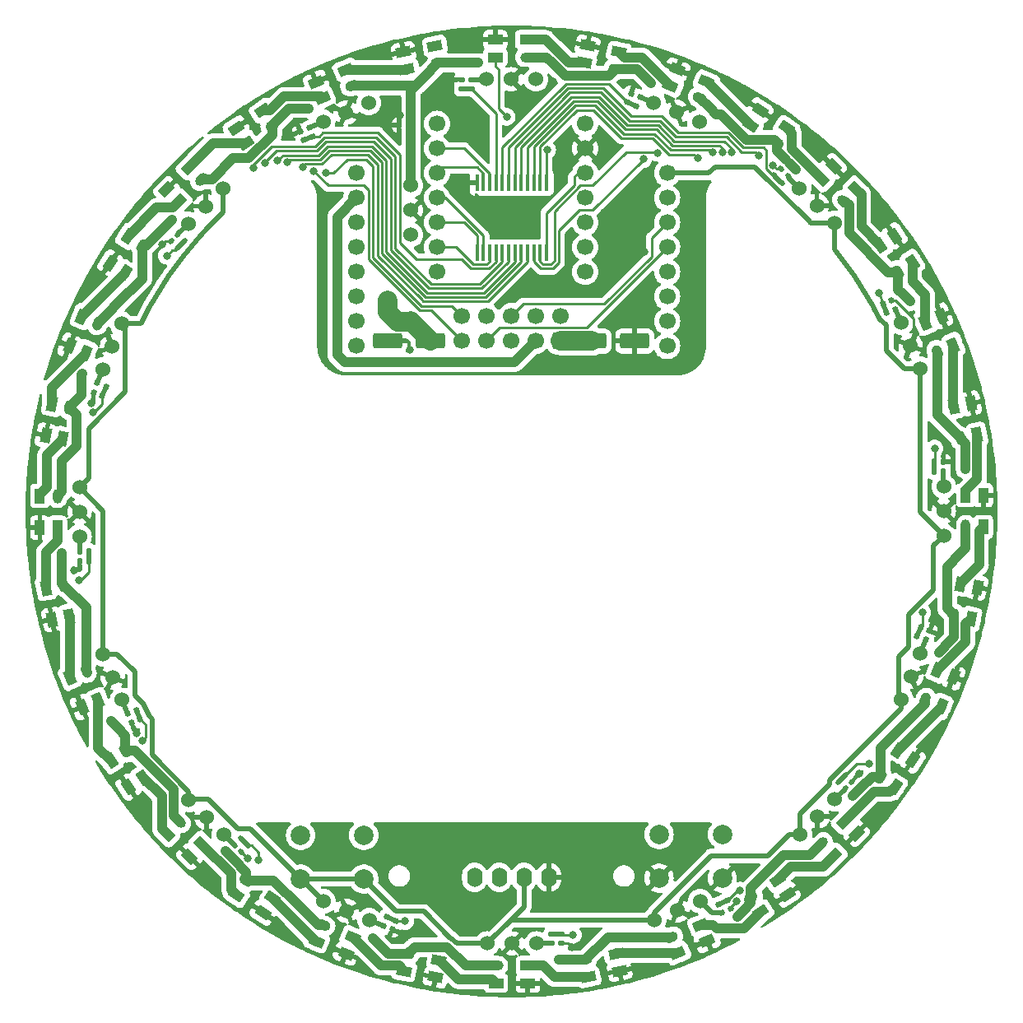
<source format=gbr>
%TF.GenerationSoftware,KiCad,Pcbnew,7.0.9*%
%TF.CreationDate,2024-01-11T17:52:55+09:00*%
%TF.ProjectId,SensorBoard,53656e73-6f72-4426-9f61-72642e6b6963,rev?*%
%TF.SameCoordinates,Original*%
%TF.FileFunction,Copper,L1,Top*%
%TF.FilePolarity,Positive*%
%FSLAX46Y46*%
G04 Gerber Fmt 4.6, Leading zero omitted, Abs format (unit mm)*
G04 Created by KiCad (PCBNEW 7.0.9) date 2024-01-11 17:52:55*
%MOMM*%
%LPD*%
G01*
G04 APERTURE LIST*
G04 Aperture macros list*
%AMRoundRect*
0 Rectangle with rounded corners*
0 $1 Rounding radius*
0 $2 $3 $4 $5 $6 $7 $8 $9 X,Y pos of 4 corners*
0 Add a 4 corners polygon primitive as box body*
4,1,4,$2,$3,$4,$5,$6,$7,$8,$9,$2,$3,0*
0 Add four circle primitives for the rounded corners*
1,1,$1+$1,$2,$3*
1,1,$1+$1,$4,$5*
1,1,$1+$1,$6,$7*
1,1,$1+$1,$8,$9*
0 Add four rect primitives between the rounded corners*
20,1,$1+$1,$2,$3,$4,$5,0*
20,1,$1+$1,$4,$5,$6,$7,0*
20,1,$1+$1,$6,$7,$8,$9,0*
20,1,$1+$1,$8,$9,$2,$3,0*%
%AMOutline4P*
0 Free polygon, 4 corners , with rotation*
0 The origin of the aperture is its center*
0 number of corners: always 4*
0 $1 to $8 corner X, Y*
0 $9 Rotation angle, in degrees counterclockwise*
0 create outline with 4 corners*
4,1,4,$1,$2,$3,$4,$5,$6,$7,$8,$1,$2,$9*%
G04 Aperture macros list end*
%TA.AperFunction,SMDPad,CuDef*%
%ADD10RoundRect,0.140000X-0.103484X0.194399X-0.210635X-0.064287X0.103484X-0.194399X0.210635X0.064287X0*%
%TD*%
%TA.AperFunction,SMDPad,CuDef*%
%ADD11RoundRect,0.140000X0.064287X0.210635X-0.194399X0.103484X-0.064287X-0.210635X0.194399X-0.103484X0*%
%TD*%
%TA.AperFunction,SMDPad,CuDef*%
%ADD12RoundRect,0.140000X0.194399X0.103484X-0.064287X0.210635X-0.194399X-0.103484X0.064287X-0.210635X0*%
%TD*%
%TA.AperFunction,SMDPad,CuDef*%
%ADD13RoundRect,0.500000X-0.230970X-0.095671X0.230970X0.095671X0.230970X0.095671X-0.230970X-0.095671X0*%
%TD*%
%TA.AperFunction,SMDPad,CuDef*%
%ADD14Outline4P,-0.750000X-0.500000X0.750000X-0.500000X0.750000X0.500000X-0.750000X0.500000X22.500000*%
%TD*%
%TA.AperFunction,SMDPad,CuDef*%
%ADD15RoundRect,0.140000X-0.021213X0.219203X-0.219203X0.021213X0.021213X-0.219203X0.219203X-0.021213X0*%
%TD*%
%TA.AperFunction,SMDPad,CuDef*%
%ADD16RoundRect,0.500000X0.138893X0.207867X-0.138893X-0.207867X-0.138893X-0.207867X0.138893X0.207867X0*%
%TD*%
%TA.AperFunction,SMDPad,CuDef*%
%ADD17Outline4P,-0.750000X-0.500000X0.750000X-0.500000X0.750000X0.500000X-0.750000X0.500000X236.250000*%
%TD*%
%TA.AperFunction,SMDPad,CuDef*%
%ADD18RoundRect,0.140000X0.210635X-0.064287X0.103484X0.194399X-0.210635X0.064287X-0.103484X-0.194399X0*%
%TD*%
%TA.AperFunction,SMDPad,CuDef*%
%ADD19RoundRect,0.500000X-0.230970X0.095671X0.230970X-0.095671X0.230970X-0.095671X-0.230970X0.095671X0*%
%TD*%
%TA.AperFunction,SMDPad,CuDef*%
%ADD20Outline4P,-0.750000X-0.500000X0.750000X-0.500000X0.750000X0.500000X-0.750000X0.500000X337.500000*%
%TD*%
%TA.AperFunction,SMDPad,CuDef*%
%ADD21RoundRect,0.500000X0.000000X0.250000X0.000000X-0.250000X0.000000X-0.250000X0.000000X0.250000X0*%
%TD*%
%TA.AperFunction,SMDPad,CuDef*%
%ADD22Outline4P,-0.750000X-0.500000X0.750000X-0.500000X0.750000X0.500000X-0.750000X0.500000X270.000000*%
%TD*%
%TA.AperFunction,SMDPad,CuDef*%
%ADD23RoundRect,0.500000X-0.207867X-0.138893X0.207867X0.138893X0.207867X0.138893X-0.207867X-0.138893X0*%
%TD*%
%TA.AperFunction,SMDPad,CuDef*%
%ADD24Outline4P,-0.750000X-0.500000X0.750000X-0.500000X0.750000X0.500000X-0.750000X0.500000X33.750000*%
%TD*%
%TA.AperFunction,SMDPad,CuDef*%
%ADD25RoundRect,0.140000X0.219203X0.021213X0.021213X0.219203X-0.219203X-0.021213X-0.021213X-0.219203X0*%
%TD*%
%TA.AperFunction,ComponentPad*%
%ADD26C,2.000000*%
%TD*%
%TA.AperFunction,ComponentPad*%
%ADD27O,1.600000X2.000000*%
%TD*%
%TA.AperFunction,SMDPad,CuDef*%
%ADD28RoundRect,0.500000X-0.176777X-0.176777X0.176777X0.176777X0.176777X0.176777X-0.176777X-0.176777X0*%
%TD*%
%TA.AperFunction,SMDPad,CuDef*%
%ADD29Outline4P,-0.750000X-0.500000X0.750000X-0.500000X0.750000X0.500000X-0.750000X0.500000X45.000000*%
%TD*%
%TA.AperFunction,SMDPad,CuDef*%
%ADD30RoundRect,0.500000X0.176777X0.176777X-0.176777X-0.176777X-0.176777X-0.176777X0.176777X0.176777X0*%
%TD*%
%TA.AperFunction,SMDPad,CuDef*%
%ADD31Outline4P,-0.750000X-0.500000X0.750000X-0.500000X0.750000X0.500000X-0.750000X0.500000X225.000000*%
%TD*%
%TA.AperFunction,SMDPad,CuDef*%
%ADD32RoundRect,0.140000X-0.170000X0.140000X-0.170000X-0.140000X0.170000X-0.140000X0.170000X0.140000X0*%
%TD*%
%TA.AperFunction,SMDPad,CuDef*%
%ADD33RoundRect,0.250000X-1.250000X-0.550000X1.250000X-0.550000X1.250000X0.550000X-1.250000X0.550000X0*%
%TD*%
%TA.AperFunction,SMDPad,CuDef*%
%ADD34RoundRect,0.140000X0.140000X0.170000X-0.140000X0.170000X-0.140000X-0.170000X0.140000X-0.170000X0*%
%TD*%
%TA.AperFunction,SMDPad,CuDef*%
%ADD35RoundRect,0.500000X0.048773X0.245196X-0.048773X-0.245196X-0.048773X-0.245196X0.048773X0.245196X0*%
%TD*%
%TA.AperFunction,SMDPad,CuDef*%
%ADD36Outline4P,-0.750000X-0.500000X0.750000X-0.500000X0.750000X0.500000X-0.750000X0.500000X258.750000*%
%TD*%
%TA.AperFunction,SMDPad,CuDef*%
%ADD37RoundRect,0.250000X1.250000X0.550000X-1.250000X0.550000X-1.250000X-0.550000X1.250000X-0.550000X0*%
%TD*%
%TA.AperFunction,SMDPad,CuDef*%
%ADD38RoundRect,0.500000X-0.095671X0.230970X0.095671X-0.230970X0.095671X-0.230970X-0.095671X0.230970X0*%
%TD*%
%TA.AperFunction,SMDPad,CuDef*%
%ADD39Outline4P,-0.750000X-0.500000X0.750000X-0.500000X0.750000X0.500000X-0.750000X0.500000X292.500000*%
%TD*%
%TA.AperFunction,SMDPad,CuDef*%
%ADD40RoundRect,0.500000X-0.138893X-0.207867X0.138893X0.207867X0.138893X0.207867X-0.138893X-0.207867X0*%
%TD*%
%TA.AperFunction,SMDPad,CuDef*%
%ADD41Outline4P,-0.750000X-0.500000X0.750000X-0.500000X0.750000X0.500000X-0.750000X0.500000X56.250000*%
%TD*%
%TA.AperFunction,SMDPad,CuDef*%
%ADD42RoundRect,0.500000X0.245196X-0.048773X-0.245196X0.048773X-0.245196X0.048773X0.245196X-0.048773X0*%
%TD*%
%TA.AperFunction,SMDPad,CuDef*%
%ADD43Outline4P,-0.750000X-0.500000X0.750000X-0.500000X0.750000X0.500000X-0.750000X0.500000X168.750000*%
%TD*%
%TA.AperFunction,SMDPad,CuDef*%
%ADD44RoundRect,0.500000X-0.250000X0.000000X0.250000X0.000000X0.250000X0.000000X-0.250000X0.000000X0*%
%TD*%
%TA.AperFunction,SMDPad,CuDef*%
%ADD45Outline4P,-0.750000X-0.500000X0.750000X-0.500000X0.750000X0.500000X-0.750000X0.500000X0.000000*%
%TD*%
%TA.AperFunction,SMDPad,CuDef*%
%ADD46RoundRect,0.500000X-0.048773X0.245196X0.048773X-0.245196X0.048773X-0.245196X-0.048773X0.245196X0*%
%TD*%
%TA.AperFunction,SMDPad,CuDef*%
%ADD47Outline4P,-0.750000X-0.500000X0.750000X-0.500000X0.750000X0.500000X-0.750000X0.500000X281.250000*%
%TD*%
%TA.AperFunction,ComponentPad*%
%ADD48C,1.700000*%
%TD*%
%TA.AperFunction,SMDPad,CuDef*%
%ADD49RoundRect,0.500000X-0.245196X-0.048773X0.245196X0.048773X0.245196X0.048773X-0.245196X-0.048773X0*%
%TD*%
%TA.AperFunction,SMDPad,CuDef*%
%ADD50Outline4P,-0.750000X-0.500000X0.750000X-0.500000X0.750000X0.500000X-0.750000X0.500000X11.250000*%
%TD*%
%TA.AperFunction,SMDPad,CuDef*%
%ADD51RoundRect,0.500000X-0.176777X0.176777X0.176777X-0.176777X0.176777X-0.176777X-0.176777X0.176777X0*%
%TD*%
%TA.AperFunction,SMDPad,CuDef*%
%ADD52Outline4P,-0.750000X-0.500000X0.750000X-0.500000X0.750000X0.500000X-0.750000X0.500000X315.000000*%
%TD*%
%TA.AperFunction,SMDPad,CuDef*%
%ADD53RoundRect,0.500000X0.048773X-0.245196X-0.048773X0.245196X-0.048773X0.245196X0.048773X-0.245196X0*%
%TD*%
%TA.AperFunction,SMDPad,CuDef*%
%ADD54Outline4P,-0.750000X-0.500000X0.750000X-0.500000X0.750000X0.500000X-0.750000X0.500000X101.250000*%
%TD*%
%TA.AperFunction,SMDPad,CuDef*%
%ADD55RoundRect,0.500000X0.250000X0.000000X-0.250000X0.000000X-0.250000X0.000000X0.250000X0.000000X0*%
%TD*%
%TA.AperFunction,SMDPad,CuDef*%
%ADD56Outline4P,-0.750000X-0.500000X0.750000X-0.500000X0.750000X0.500000X-0.750000X0.500000X180.000000*%
%TD*%
%TA.AperFunction,SMDPad,CuDef*%
%ADD57RoundRect,0.500000X0.176777X-0.176777X-0.176777X0.176777X-0.176777X0.176777X0.176777X-0.176777X0*%
%TD*%
%TA.AperFunction,SMDPad,CuDef*%
%ADD58Outline4P,-0.750000X-0.500000X0.750000X-0.500000X0.750000X0.500000X-0.750000X0.500000X135.000000*%
%TD*%
%TA.AperFunction,SMDPad,CuDef*%
%ADD59RoundRect,0.500000X0.138893X-0.207867X-0.138893X0.207867X-0.138893X0.207867X0.138893X-0.207867X0*%
%TD*%
%TA.AperFunction,SMDPad,CuDef*%
%ADD60Outline4P,-0.750000X-0.500000X0.750000X-0.500000X0.750000X0.500000X-0.750000X0.500000X123.750000*%
%TD*%
%TA.AperFunction,SMDPad,CuDef*%
%ADD61RoundRect,0.500000X-0.245196X0.048773X0.245196X-0.048773X0.245196X-0.048773X-0.245196X0.048773X0*%
%TD*%
%TA.AperFunction,SMDPad,CuDef*%
%ADD62Outline4P,-0.750000X-0.500000X0.750000X-0.500000X0.750000X0.500000X-0.750000X0.500000X348.750000*%
%TD*%
%TA.AperFunction,SMDPad,CuDef*%
%ADD63RoundRect,0.500000X-0.138893X0.207867X0.138893X-0.207867X0.138893X-0.207867X-0.138893X0.207867X0*%
%TD*%
%TA.AperFunction,SMDPad,CuDef*%
%ADD64Outline4P,-0.750000X-0.500000X0.750000X-0.500000X0.750000X0.500000X-0.750000X0.500000X303.750000*%
%TD*%
%TA.AperFunction,SMDPad,CuDef*%
%ADD65RoundRect,0.500000X0.000000X-0.250000X0.000000X0.250000X0.000000X0.250000X0.000000X-0.250000X0*%
%TD*%
%TA.AperFunction,SMDPad,CuDef*%
%ADD66Outline4P,-0.750000X-0.500000X0.750000X-0.500000X0.750000X0.500000X-0.750000X0.500000X90.000000*%
%TD*%
%TA.AperFunction,SMDPad,CuDef*%
%ADD67RoundRect,0.500000X0.230970X0.095671X-0.230970X-0.095671X-0.230970X-0.095671X0.230970X0.095671X0*%
%TD*%
%TA.AperFunction,SMDPad,CuDef*%
%ADD68Outline4P,-0.750000X-0.500000X0.750000X-0.500000X0.750000X0.500000X-0.750000X0.500000X202.500000*%
%TD*%
%TA.AperFunction,SMDPad,CuDef*%
%ADD69RoundRect,0.500000X0.230970X-0.095671X-0.230970X0.095671X-0.230970X0.095671X0.230970X-0.095671X0*%
%TD*%
%TA.AperFunction,SMDPad,CuDef*%
%ADD70Outline4P,-0.750000X-0.500000X0.750000X-0.500000X0.750000X0.500000X-0.750000X0.500000X157.500000*%
%TD*%
%TA.AperFunction,SMDPad,CuDef*%
%ADD71RoundRect,0.500000X0.207867X0.138893X-0.207867X-0.138893X-0.207867X-0.138893X0.207867X0.138893X0*%
%TD*%
%TA.AperFunction,SMDPad,CuDef*%
%ADD72Outline4P,-0.750000X-0.500000X0.750000X-0.500000X0.750000X0.500000X-0.750000X0.500000X213.750000*%
%TD*%
%TA.AperFunction,SMDPad,CuDef*%
%ADD73RoundRect,0.500000X-0.095671X-0.230970X0.095671X0.230970X0.095671X0.230970X-0.095671X-0.230970X0*%
%TD*%
%TA.AperFunction,SMDPad,CuDef*%
%ADD74Outline4P,-0.750000X-0.500000X0.750000X-0.500000X0.750000X0.500000X-0.750000X0.500000X67.500000*%
%TD*%
%TA.AperFunction,SMDPad,CuDef*%
%ADD75R,0.450000X1.750000*%
%TD*%
%TA.AperFunction,SMDPad,CuDef*%
%ADD76RoundRect,0.500000X0.095671X0.230970X-0.095671X-0.230970X-0.095671X-0.230970X0.095671X0.230970X0*%
%TD*%
%TA.AperFunction,SMDPad,CuDef*%
%ADD77Outline4P,-0.750000X-0.500000X0.750000X-0.500000X0.750000X0.500000X-0.750000X0.500000X247.500000*%
%TD*%
%TA.AperFunction,SMDPad,CuDef*%
%ADD78RoundRect,0.500000X0.245196X0.048773X-0.245196X-0.048773X-0.245196X-0.048773X0.245196X0.048773X0*%
%TD*%
%TA.AperFunction,SMDPad,CuDef*%
%ADD79Outline4P,-0.750000X-0.500000X0.750000X-0.500000X0.750000X0.500000X-0.750000X0.500000X191.250000*%
%TD*%
%TA.AperFunction,SMDPad,CuDef*%
%ADD80RoundRect,0.500000X-0.048773X-0.245196X0.048773X0.245196X0.048773X0.245196X-0.048773X-0.245196X0*%
%TD*%
%TA.AperFunction,SMDPad,CuDef*%
%ADD81Outline4P,-0.750000X-0.500000X0.750000X-0.500000X0.750000X0.500000X-0.750000X0.500000X78.750000*%
%TD*%
%TA.AperFunction,SMDPad,CuDef*%
%ADD82RoundRect,0.500000X0.207867X-0.138893X-0.207867X0.138893X-0.207867X0.138893X0.207867X-0.138893X0*%
%TD*%
%TA.AperFunction,SMDPad,CuDef*%
%ADD83Outline4P,-0.750000X-0.500000X0.750000X-0.500000X0.750000X0.500000X-0.750000X0.500000X146.250000*%
%TD*%
%TA.AperFunction,SMDPad,CuDef*%
%ADD84RoundRect,0.500000X-0.207867X0.138893X0.207867X-0.138893X0.207867X-0.138893X-0.207867X0.138893X0*%
%TD*%
%TA.AperFunction,SMDPad,CuDef*%
%ADD85Outline4P,-0.750000X-0.500000X0.750000X-0.500000X0.750000X0.500000X-0.750000X0.500000X326.250000*%
%TD*%
%TA.AperFunction,SMDPad,CuDef*%
%ADD86RoundRect,0.500000X0.095671X-0.230970X-0.095671X0.230970X-0.095671X0.230970X0.095671X-0.230970X0*%
%TD*%
%TA.AperFunction,SMDPad,CuDef*%
%ADD87Outline4P,-0.750000X-0.500000X0.750000X-0.500000X0.750000X0.500000X-0.750000X0.500000X112.500000*%
%TD*%
%TA.AperFunction,ComponentPad*%
%ADD88C,1.524000*%
%TD*%
%TA.AperFunction,ComponentPad*%
%ADD89RoundRect,0.250000X0.600000X-0.600000X0.600000X0.600000X-0.600000X0.600000X-0.600000X-0.600000X0*%
%TD*%
%TA.AperFunction,ViaPad*%
%ADD90C,0.800000*%
%TD*%
%TA.AperFunction,Conductor*%
%ADD91C,0.250000*%
%TD*%
%TA.AperFunction,Conductor*%
%ADD92C,0.500000*%
%TD*%
%TA.AperFunction,Conductor*%
%ADD93C,2.000000*%
%TD*%
%TA.AperFunction,Conductor*%
%ADD94C,1.000000*%
%TD*%
G04 APERTURE END LIST*
D10*
%TO.P,C10,1*%
%TO.N,IR10*%
X127836077Y-143712594D03*
%TO.P,C10,2*%
%TO.N,GND*%
X127468701Y-144599518D03*
%TD*%
%TO.P,R10,1*%
%TO.N,IR10*%
X126897415Y-143323788D03*
%TO.P,R10,2*%
%TO.N,Net-(U11-OUT)*%
X126530039Y-144210712D03*
%TD*%
D11*
%TO.P,R12,1*%
%TO.N,IR12*%
X101155444Y-122022829D03*
%TO.P,R12,2*%
%TO.N,Net-(U13-OUT)*%
X100268520Y-122390205D03*
%TD*%
D12*
%TO.P,C6,1*%
%TO.N,GND*%
X182738479Y-113870260D03*
%TO.P,C6,2*%
%TO.N,IR6*%
X181851555Y-113502884D03*
%TD*%
D13*
%TO.P,D15,1,VDD*%
%TO.N,+5VA*%
X156140677Y-145380962D03*
D14*
%TO.P,D15,2,DOUT*%
%TO.N,Net-(D15-DOUT)*%
X156829508Y-147043945D03*
%TO.P,D15,3,VSS*%
%TO.N,GND*%
X159859833Y-145788744D03*
%TO.P,D15,4,DIN*%
%TO.N,Net-(D14-DOUT)*%
X159171002Y-144125761D03*
%TD*%
D15*
%TO.P,R11,1*%
%TO.N,IR11*%
X111907917Y-135233507D03*
%TO.P,R11,2*%
%TO.N,Net-(U12-OUT)*%
X111229095Y-135912329D03*
%TD*%
D10*
%TO.P,C2,1*%
%TO.N,GND*%
X152009221Y-58600482D03*
%TO.P,C2,2*%
%TO.N,IR2*%
X151641845Y-59487406D03*
%TD*%
D16*
%TO.P,D28,1,VDD*%
%TO.N,+5VA*%
X101778033Y-74309766D03*
D17*
%TO.P,D28,2,DOUT*%
%TO.N,Net-(D28-DOUT)*%
X100281388Y-73309740D03*
%TO.P,D28,3,VSS*%
%TO.N,GND*%
X98459117Y-76036960D03*
%TO.P,D28,4,DIN*%
%TO.N,Net-(D27-DOUT)*%
X99955762Y-77036986D03*
%TD*%
D18*
%TO.P,R8,1*%
%TO.N,Net-(U9-OUT)*%
X161367338Y-142882806D03*
%TO.P,R8,2*%
%TO.N,IR8*%
X160999962Y-141995882D03*
%TD*%
D11*
%TO.P,C4,1*%
%TO.N,GND*%
X178820596Y-79871133D03*
%TO.P,C4,2*%
%TO.N,IR4*%
X177933672Y-80238509D03*
%TD*%
D15*
%TO.P,C3,1*%
%TO.N,GND*%
X167473401Y-66379169D03*
%TO.P,C3,2*%
%TO.N,IR3*%
X166794579Y-67057991D03*
%TD*%
D12*
%TO.P,R14,1*%
%TO.N,IR14*%
X98015173Y-88758454D03*
%TO.P,R14,2*%
%TO.N,Net-(U15-OUT)*%
X97128249Y-88391078D03*
%TD*%
D19*
%TO.P,D19,1,VDD*%
%TO.N,+5VA*%
X120378911Y-144155580D03*
D20*
%TO.P,D19,2,DOUT*%
%TO.N,Net-(D19-DOUT)*%
X119690080Y-145818563D03*
%TO.P,D19,3,VSS*%
%TO.N,GND*%
X122720405Y-147073764D03*
%TO.P,D19,4,DIN*%
%TO.N,Net-(D18-DOUT)*%
X123409236Y-145410781D03*
%TD*%
D21*
%TO.P,D25,1,VDD*%
%TO.N,+5VA*%
X93013961Y-99998961D03*
D22*
%TO.P,D25,2,DOUT*%
%TO.N,Net-(D25-DOUT)*%
X91213961Y-99998961D03*
%TO.P,D25,3,VSS*%
%TO.N,GND*%
X91213961Y-103278961D03*
%TO.P,D25,4,DIN*%
%TO.N,Net-(D24-DOUT)*%
X93013961Y-103278961D03*
%TD*%
D23*
%TO.P,D14,1,VDD*%
%TO.N,+5VA*%
X164366765Y-141339908D03*
D24*
%TO.P,D14,2,DOUT*%
%TO.N,Net-(D14-DOUT)*%
X165366791Y-142836553D03*
%TO.P,D14,3,VSS*%
%TO.N,GND*%
X168094011Y-141014282D03*
%TO.P,D14,4,DIN*%
%TO.N,Net-(D13-DOUT)*%
X167093985Y-139517637D03*
%TD*%
D25*
%TO.P,R15,1*%
%TO.N,IR15*%
X106105454Y-73768956D03*
%TO.P,R15,2*%
%TO.N,Net-(U16-OUT)*%
X105426632Y-73090134D03*
%TD*%
D26*
%TO.P,SW1,1,1*%
%TO.N,GND*%
X161417000Y-139319000D03*
X154917000Y-139319000D03*
%TO.P,SW1,2,2*%
%TO.N,RST*%
X161417000Y-134819000D03*
X154917000Y-134819000D03*
%TD*%
D27*
%TO.P,Brd1,1,GND*%
%TO.N,GND*%
X143560800Y-139242800D03*
%TO.P,Brd1,2,VCC*%
%TO.N,+3.3V*%
X141020800Y-139242800D03*
%TO.P,Brd1,3,SCL*%
%TO.N,LCD_SCL*%
X138480800Y-139242800D03*
%TO.P,Brd1,4,SDA*%
%TO.N,LCD_SDA*%
X135940800Y-139242800D03*
%TD*%
D28*
%TO.P,D13,1,VDD*%
%TO.N,+5VA*%
X171646420Y-135771670D03*
D29*
%TO.P,D13,2,DOUT*%
%TO.N,Net-(D13-DOUT)*%
X172919212Y-137044462D03*
%TO.P,D13,3,VSS*%
%TO.N,GND*%
X175238522Y-134725152D03*
%TO.P,D13,4,DIN*%
%TO.N,Net-(D12-DOUT)*%
X173965730Y-133452360D03*
%TD*%
D30*
%TO.P,D29,1,VDD*%
%TO.N,+5VA*%
X107831502Y-67428330D03*
D31*
%TO.P,D29,2,DOUT*%
%TO.N,Net-(D29-DOUT)*%
X106558710Y-66155538D03*
%TO.P,D29,3,VSS*%
%TO.N,GND*%
X104239400Y-68474848D03*
%TO.P,D29,4,DIN*%
%TO.N,Net-(D28-DOUT)*%
X105512192Y-69747640D03*
%TD*%
D32*
%TO.P,R9,1*%
%TO.N,IR9*%
X143841922Y-145062000D03*
%TO.P,R9,2*%
%TO.N,Net-(U10-OUT)*%
X143841922Y-146022000D03*
%TD*%
D33*
%TO.P,C17,1*%
%TO.N,+12V*%
X148000000Y-84074000D03*
%TO.P,C17,2*%
%TO.N,GND*%
X152400000Y-84074000D03*
%TD*%
D34*
%TO.P,C18,1*%
%TO.N,+5VA*%
X129159000Y-61849000D03*
%TO.P,C18,2*%
%TO.N,GND*%
X128199000Y-61849000D03*
%TD*%
D18*
%TO.P,C16,1*%
%TO.N,IR16*%
X118377470Y-63405289D03*
%TO.P,C16,2*%
%TO.N,GND*%
X118010094Y-62518365D03*
%TD*%
D35*
%TO.P,D26,1,VDD*%
%TO.N,+5VA*%
X94224116Y-90914129D03*
D36*
%TO.P,D26,2,DOUT*%
%TO.N,Net-(D26-DOUT)*%
X92458702Y-90562967D03*
%TO.P,D26,3,VSS*%
%TO.N,GND*%
X91818806Y-93779943D03*
%TO.P,D26,4,DIN*%
%TO.N,Net-(D25-DOUT)*%
X93584220Y-94131105D03*
%TD*%
D25*
%TO.P,C15,1*%
%TO.N,IR15*%
X105387034Y-74487377D03*
%TO.P,C15,2*%
%TO.N,GND*%
X104708212Y-73808555D03*
%TD*%
D12*
%TO.P,C14,1*%
%TO.N,IR14*%
X97626367Y-89697116D03*
%TO.P,C14,2*%
%TO.N,GND*%
X96739443Y-89329740D03*
%TD*%
D18*
%TO.P,C8,1*%
%TO.N,GND*%
X162306000Y-142494000D03*
%TO.P,C8,2*%
%TO.N,IR8*%
X161938624Y-141607076D03*
%TD*%
D37*
%TO.P,C19,1*%
%TO.N,+5VA*%
X131400000Y-84074000D03*
%TO.P,C19,2*%
%TO.N,GND*%
X127000000Y-84074000D03*
%TD*%
D32*
%TO.P,C1,1*%
%TO.N,GND*%
X134620000Y-57178000D03*
%TO.P,C1,2*%
%TO.N,IR1*%
X134620000Y-58138000D03*
%TD*%
D38*
%TO.P,D23,1,VDD*%
%TO.N,+5VA*%
X95957999Y-118001716D03*
D39*
%TO.P,D23,2,DOUT*%
%TO.N,Net-(D23-DOUT)*%
X94295016Y-118690547D03*
%TO.P,D23,3,VSS*%
%TO.N,GND*%
X95550217Y-121720872D03*
%TO.P,D23,4,DIN*%
%TO.N,Net-(D22-DOUT)*%
X97213200Y-121032041D03*
%TD*%
D40*
%TO.P,D12,1,VDD*%
%TO.N,+5VA*%
X177699889Y-128890234D03*
D41*
%TO.P,D12,2,DOUT*%
%TO.N,Net-(D12-DOUT)*%
X179196534Y-129890260D03*
%TO.P,D12,3,VSS*%
%TO.N,GND*%
X181018805Y-127163040D03*
%TO.P,D12,4,DIN*%
%TO.N,Net-(D11-DOUT)*%
X179522160Y-126163014D03*
%TD*%
D42*
%TO.P,D2,1,VDD*%
%TO.N,+5VA*%
X150424832Y-56085155D03*
D43*
%TO.P,D2,2,DOUT*%
%TO.N,Net-(D2-DOUT)*%
X150775994Y-54319741D03*
%TO.P,D2,3,VSS*%
%TO.N,GND*%
X147559018Y-53679845D03*
%TO.P,D2,4,DIN*%
%TO.N,Net-(D1-DOUT)*%
X147207856Y-55445259D03*
%TD*%
D44*
%TO.P,D17,1,VDD*%
%TO.N,+5VA*%
X138137922Y-148325000D03*
D45*
%TO.P,D17,2,DOUT*%
%TO.N,Net-(D17-DOUT)*%
X138137922Y-150125000D03*
%TO.P,D17,3,VSS*%
%TO.N,GND*%
X141417922Y-150125000D03*
%TO.P,D17,4,DIN*%
%TO.N,Net-(D16-DOUT)*%
X141417922Y-148325000D03*
%TD*%
D11*
%TO.P,R4,1*%
%TO.N,Net-(U5-OUT)*%
X179209402Y-80809795D03*
%TO.P,R4,2*%
%TO.N,IR4*%
X178322478Y-81177171D03*
%TD*%
D34*
%TO.P,R13,1*%
%TO.N,IR13*%
X96276961Y-105702961D03*
%TO.P,R13,2*%
%TO.N,Net-(U14-OUT)*%
X95316961Y-105702961D03*
%TD*%
D46*
%TO.P,D24,1,VDD*%
%TO.N,+5VA*%
X93599422Y-109145320D03*
D47*
%TO.P,D24,2,DOUT*%
%TO.N,Net-(D24-DOUT)*%
X91834008Y-109496482D03*
%TO.P,D24,3,VSS*%
%TO.N,GND*%
X92473904Y-112713458D03*
%TO.P,D24,4,DIN*%
%TO.N,Net-(D23-DOUT)*%
X94239318Y-112362296D03*
%TD*%
D48*
%TO.P,U18,1,PA02_A0_D0*%
%TO.N,Data*%
X132080000Y-61722000D03*
%TO.P,U18,2,PA4_A1_D1*%
%TO.N,S0*%
X132080000Y-64262000D03*
%TO.P,U18,3,PA10_A2_D2*%
%TO.N,S1*%
X132080000Y-66802000D03*
%TO.P,U18,4,PA11_A3_D3*%
%TO.N,S2*%
X132080000Y-69342000D03*
%TO.P,U18,5,PA8_A4_D4_SDA*%
%TO.N,S3*%
X132080000Y-71882000D03*
%TO.P,U18,6,PA9_A5_D5_SCL*%
%TO.N,E*%
X132080000Y-74422000D03*
%TO.P,U18,7,PB08_A6_D6_TX*%
%TO.N,IR_RX*%
X132080000Y-76962000D03*
%TO.P,U18,8,PB09_A7_D7_RX*%
%TO.N,IR_TX*%
X147320000Y-76962000D03*
%TO.P,U18,9,PA7_A8_D8_SCK*%
%TO.N,BTN_EX*%
X147320000Y-74422000D03*
%TO.P,U18,10,PA5_A9_D9_MISO*%
%TO.N,unconnected-(U18-PA5_A9_D9_MISO-Pad10)*%
X147320000Y-71882000D03*
%TO.P,U18,11,PA6_A10_D10_MOSI*%
%TO.N,unconnected-(U18-PA6_A10_D10_MOSI-Pad11)*%
X147320000Y-69342000D03*
%TO.P,U18,12,3V3*%
%TO.N,+3.3V*%
X147320000Y-66802000D03*
%TO.P,U18,13,GND*%
%TO.N,GND*%
X147320000Y-64262000D03*
%TO.P,U18,14,5V*%
%TO.N,+5V*%
X147320000Y-61722000D03*
%TD*%
D49*
%TO.P,D16,1,VDD*%
%TO.N,+5VA*%
X147284281Y-147739539D03*
D50*
%TO.P,D16,2,DOUT*%
%TO.N,Net-(D16-DOUT)*%
X147635443Y-149504953D03*
%TO.P,D16,3,VSS*%
%TO.N,GND*%
X150852419Y-148865057D03*
%TO.P,D16,4,DIN*%
%TO.N,Net-(D15-DOUT)*%
X150501257Y-147099643D03*
%TD*%
D51*
%TO.P,D21,1,VDD*%
%TO.N,+5VA*%
X105567291Y-133507459D03*
D52*
%TO.P,D21,2,DOUT*%
%TO.N,Net-(D21-DOUT)*%
X104294499Y-134780251D03*
%TO.P,D21,3,VSS*%
%TO.N,GND*%
X106613809Y-137099561D03*
%TO.P,D21,4,DIN*%
%TO.N,Net-(D20-DOUT)*%
X107886601Y-135826769D03*
%TD*%
D11*
%TO.P,C12,1*%
%TO.N,IR12*%
X101544250Y-122961491D03*
%TO.P,C12,2*%
%TO.N,GND*%
X100657326Y-123328867D03*
%TD*%
D53*
%TO.P,D8,1,VDD*%
%TO.N,+5VA*%
X185878499Y-94054680D03*
D54*
%TO.P,D8,2,DOUT*%
%TO.N,Net-(D8-DOUT)*%
X187643913Y-93703518D03*
%TO.P,D8,3,VSS*%
%TO.N,GND*%
X187004017Y-90486542D03*
%TO.P,D8,4,DIN*%
%TO.N,Net-(D7-DOUT)*%
X185238603Y-90837704D03*
%TD*%
D55*
%TO.P,D1,1,VDD*%
%TO.N,+5VA*%
X141340000Y-54875000D03*
D56*
%TO.P,D1,2,DOUT*%
%TO.N,Net-(D1-DOUT)*%
X141340000Y-53075000D03*
%TO.P,D1,3,VSS*%
%TO.N,GND*%
X138060000Y-53075000D03*
%TO.P,D1,4,DIN*%
%TO.N,NeoPixel_PWM*%
X138060000Y-54875000D03*
%TD*%
D57*
%TO.P,D5,1,VDD*%
%TO.N,+5VA*%
X173910630Y-69692541D03*
D58*
%TO.P,D5,2,DOUT*%
%TO.N,Net-(D5-DOUT)*%
X175183422Y-68419749D03*
%TO.P,D5,3,VSS*%
%TO.N,GND*%
X172864112Y-66100439D03*
%TO.P,D5,4,DIN*%
%TO.N,Net-(D4-DOUT)*%
X171591320Y-67373231D03*
%TD*%
D59*
%TO.P,D6,1,VDD*%
%TO.N,+5VA*%
X179478868Y-76972196D03*
D60*
%TO.P,D6,2,DOUT*%
%TO.N,Net-(D6-DOUT)*%
X180975513Y-75972170D03*
%TO.P,D6,3,VSS*%
%TO.N,GND*%
X179153242Y-73244950D03*
%TO.P,D6,4,DIN*%
%TO.N,Net-(D5-DOUT)*%
X177656597Y-74244976D03*
%TD*%
D26*
%TO.P,SW2,1,1*%
%TO.N,+3.3V*%
X124535000Y-139410000D03*
X118035000Y-139410000D03*
%TO.P,SW2,2,2*%
%TO.N,BTN_EX*%
X124535000Y-134910000D03*
X118035000Y-134910000D03*
%TD*%
D61*
%TO.P,D18,1,VDD*%
%TO.N,+5VA*%
X129053090Y-147114845D03*
D62*
%TO.P,D18,2,DOUT*%
%TO.N,Net-(D18-DOUT)*%
X128701928Y-148880259D03*
%TO.P,D18,3,VSS*%
%TO.N,GND*%
X131918904Y-149520155D03*
%TO.P,D18,4,DIN*%
%TO.N,Net-(D17-DOUT)*%
X132270066Y-147754741D03*
%TD*%
D63*
%TO.P,D22,1,VDD*%
%TO.N,+5VA*%
X99999053Y-126227804D03*
D64*
%TO.P,D22,2,DOUT*%
%TO.N,Net-(D22-DOUT)*%
X98502408Y-127227830D03*
%TO.P,D22,3,VSS*%
%TO.N,GND*%
X100324679Y-129955050D03*
%TO.P,D22,4,DIN*%
%TO.N,Net-(D21-DOUT)*%
X101821324Y-128955024D03*
%TD*%
D65*
%TO.P,D9,1,VDD*%
%TO.N,+5VA*%
X186463961Y-103201039D03*
D66*
%TO.P,D9,2,DOUT*%
%TO.N,Net-(D10-DIN)*%
X188263961Y-103201039D03*
%TO.P,D9,3,VSS*%
%TO.N,GND*%
X188263961Y-99921039D03*
%TO.P,D9,4,DIN*%
%TO.N,Net-(D8-DOUT)*%
X186463961Y-99921039D03*
%TD*%
D15*
%TO.P,C11,1*%
%TO.N,IR11*%
X112626338Y-135951927D03*
%TO.P,C11,2*%
%TO.N,GND*%
X111947516Y-136630749D03*
%TD*%
D67*
%TO.P,D31,1,VDD*%
%TO.N,+5VA*%
X123337245Y-57819038D03*
D68*
%TO.P,D31,2,DOUT*%
%TO.N,Net-(D31-DOUT)*%
X122648414Y-56156055D03*
%TO.P,D31,3,VSS*%
%TO.N,GND*%
X119618089Y-57411256D03*
%TO.P,D31,4,DIN*%
%TO.N,Net-(D30-DOUT)*%
X120306920Y-59074239D03*
%TD*%
D69*
%TO.P,D3,1,VDD*%
%TO.N,+5VA*%
X159099011Y-59044419D03*
D70*
%TO.P,D3,2,DOUT*%
%TO.N,Net-(D3-DOUT)*%
X159787842Y-57381436D03*
%TO.P,D3,3,VSS*%
%TO.N,GND*%
X156757517Y-56126235D03*
%TO.P,D3,4,DIN*%
%TO.N,Net-(D2-DOUT)*%
X156068686Y-57789218D03*
%TD*%
D71*
%TO.P,D30,1,VDD*%
%TO.N,+5VA*%
X115111157Y-61860092D03*
D72*
%TO.P,D30,2,DOUT*%
%TO.N,Net-(D30-DOUT)*%
X114111131Y-60363447D03*
%TO.P,D30,3,VSS*%
%TO.N,GND*%
X111383911Y-62185718D03*
%TO.P,D30,4,DIN*%
%TO.N,Net-(D29-DOUT)*%
X112383937Y-63682363D03*
%TD*%
D32*
%TO.P,C9,1*%
%TO.N,IR9*%
X144857922Y-145062000D03*
%TO.P,C9,2*%
%TO.N,GND*%
X144857922Y-146022000D03*
%TD*%
D15*
%TO.P,R3,1*%
%TO.N,Net-(U4-OUT)*%
X168191822Y-67097589D03*
%TO.P,R3,2*%
%TO.N,IR3*%
X167513000Y-67776411D03*
%TD*%
D18*
%TO.P,R16,1*%
%TO.N,IR16*%
X119316132Y-63016483D03*
%TO.P,R16,2*%
%TO.N,Net-(U17-OUT)*%
X118948756Y-62129559D03*
%TD*%
D73*
%TO.P,D11,1,VDD*%
%TO.N,+5VA*%
X182294541Y-120960050D03*
D74*
%TO.P,D11,2,DOUT*%
%TO.N,Net-(D11-DOUT)*%
X183957524Y-121648881D03*
%TO.P,D11,3,VSS*%
%TO.N,GND*%
X185212725Y-118618556D03*
%TO.P,D11,4,DIN*%
%TO.N,Net-(D10-DOUT)*%
X183549742Y-117929725D03*
%TD*%
D75*
%TO.P,U1,1,COM*%
%TO.N,Data*%
X143325800Y-67774000D03*
%TO.P,U1,2,I7*%
%TO.N,IR8*%
X142675800Y-67774000D03*
%TO.P,U1,3,I6*%
%TO.N,IR7*%
X142025800Y-67774000D03*
%TO.P,U1,4,I5*%
%TO.N,IR6*%
X141375800Y-67774000D03*
%TO.P,U1,5,I4*%
%TO.N,IR5*%
X140725800Y-67774000D03*
%TO.P,U1,6,I3*%
%TO.N,IR4*%
X140075800Y-67774000D03*
%TO.P,U1,7,I2*%
%TO.N,IR3*%
X139425800Y-67774000D03*
%TO.P,U1,8,I1*%
%TO.N,IR2*%
X138775800Y-67774000D03*
%TO.P,U1,9,I0*%
%TO.N,IR1*%
X138125800Y-67774000D03*
%TO.P,U1,10,S0*%
%TO.N,S0*%
X137475800Y-67774000D03*
%TO.P,U1,11,S1*%
%TO.N,S1*%
X136825800Y-67774000D03*
%TO.P,U1,12,GND*%
%TO.N,GND*%
X136175800Y-67774000D03*
%TO.P,U1,13,S3*%
%TO.N,S3*%
X136175800Y-74974000D03*
%TO.P,U1,14,S2*%
%TO.N,S2*%
X136825800Y-74974000D03*
%TO.P,U1,15,~{E}*%
%TO.N,E*%
X137475800Y-74974000D03*
%TO.P,U1,16,I15*%
%TO.N,IR16*%
X138125800Y-74974000D03*
%TO.P,U1,17,I14*%
%TO.N,IR15*%
X138775800Y-74974000D03*
%TO.P,U1,18,I13*%
%TO.N,IR14*%
X139425800Y-74974000D03*
%TO.P,U1,19,I12*%
%TO.N,IR13*%
X140075800Y-74974000D03*
%TO.P,U1,20,I11*%
%TO.N,IR12*%
X140725800Y-74974000D03*
%TO.P,U1,21,I10*%
%TO.N,IR11*%
X141375800Y-74974000D03*
%TO.P,U1,22,I9*%
%TO.N,IR10*%
X142025800Y-74974000D03*
%TO.P,U1,23,I8*%
%TO.N,IR9*%
X142675800Y-74974000D03*
%TO.P,U1,24,VCC*%
%TO.N,+3.3V*%
X143325800Y-74974000D03*
%TD*%
D76*
%TO.P,D27,1,VDD*%
%TO.N,+5VA*%
X97183381Y-82239950D03*
D77*
%TO.P,D27,2,DOUT*%
%TO.N,Net-(D27-DOUT)*%
X95520398Y-81551119D03*
%TO.P,D27,3,VSS*%
%TO.N,GND*%
X94265197Y-84581444D03*
%TO.P,D27,4,DIN*%
%TO.N,Net-(D26-DOUT)*%
X95928180Y-85270275D03*
%TD*%
D34*
%TO.P,C5,1*%
%TO.N,GND*%
X184160961Y-96481039D03*
%TO.P,C5,2*%
%TO.N,IR5*%
X183200961Y-96481039D03*
%TD*%
D78*
%TO.P,D32,1,VDD*%
%TO.N,+5VA*%
X132193641Y-55460461D03*
D79*
%TO.P,D32,2,DOUT*%
%TO.N,unconnected-(D32-DOUT-Pad2)*%
X131842479Y-53695047D03*
%TO.P,D32,3,VSS*%
%TO.N,GND*%
X128625503Y-54334943D03*
%TO.P,D32,4,DIN*%
%TO.N,Net-(D31-DOUT)*%
X128976665Y-56100357D03*
%TD*%
D80*
%TO.P,D10,1,VDD*%
%TO.N,+5VA*%
X185253806Y-112285871D03*
D81*
%TO.P,D10,2,DOUT*%
%TO.N,Net-(D10-DOUT)*%
X187019220Y-112637033D03*
%TO.P,D10,3,VSS*%
%TO.N,GND*%
X187659116Y-109420057D03*
%TO.P,D10,4,DIN*%
%TO.N,Net-(D10-DIN)*%
X185893702Y-109068895D03*
%TD*%
D82*
%TO.P,D4,1,VDD*%
%TO.N,+5VA*%
X167029195Y-63639072D03*
D83*
%TO.P,D4,2,DOUT*%
%TO.N,Net-(D4-DOUT)*%
X168029221Y-62142427D03*
%TO.P,D4,3,VSS*%
%TO.N,GND*%
X165302001Y-60320156D03*
%TO.P,D4,4,DIN*%
%TO.N,Net-(D3-DOUT)*%
X164301975Y-61816801D03*
%TD*%
D32*
%TO.P,R1,1*%
%TO.N,Net-(U2-OUT)*%
X135636000Y-57178000D03*
%TO.P,R1,2*%
%TO.N,IR1*%
X135636000Y-58138000D03*
%TD*%
D84*
%TO.P,D20,1,VDD*%
%TO.N,+5VA*%
X112448727Y-139560928D03*
D85*
%TO.P,D20,2,DOUT*%
%TO.N,Net-(D20-DOUT)*%
X111448701Y-141057573D03*
%TO.P,D20,3,VSS*%
%TO.N,GND*%
X114175921Y-142879844D03*
%TO.P,D20,4,DIN*%
%TO.N,Net-(D19-DOUT)*%
X115175947Y-141383199D03*
%TD*%
D25*
%TO.P,C7,1*%
%TO.N,GND*%
X174769710Y-129391445D03*
%TO.P,C7,2*%
%TO.N,IR7*%
X174090888Y-128712623D03*
%TD*%
D10*
%TO.P,R2,1*%
%TO.N,Net-(U3-OUT)*%
X152947883Y-58989288D03*
%TO.P,R2,2*%
%TO.N,IR2*%
X152580507Y-59876212D03*
%TD*%
D34*
%TO.P,R5,1*%
%TO.N,Net-(U6-OUT)*%
X184160961Y-97497039D03*
%TO.P,R5,2*%
%TO.N,IR5*%
X183200961Y-97497039D03*
%TD*%
D12*
%TO.P,R6,1*%
%TO.N,Net-(U7-OUT)*%
X182349673Y-114808922D03*
%TO.P,R6,2*%
%TO.N,IR6*%
X181462749Y-114441546D03*
%TD*%
D34*
%TO.P,C13,1*%
%TO.N,IR13*%
X96276961Y-106718961D03*
%TO.P,C13,2*%
%TO.N,GND*%
X95316961Y-106718961D03*
%TD*%
D25*
%TO.P,R7,1*%
%TO.N,Net-(U8-OUT)*%
X174051290Y-130109866D03*
%TO.P,R7,2*%
%TO.N,IR7*%
X173372468Y-129431044D03*
%TD*%
D86*
%TO.P,D7,1,VDD*%
%TO.N,+5VA*%
X183519922Y-85198284D03*
D87*
%TO.P,D7,2,DOUT*%
%TO.N,Net-(D7-DOUT)*%
X185182905Y-84509453D03*
%TO.P,D7,3,VSS*%
%TO.N,GND*%
X183927704Y-81479128D03*
%TO.P,D7,4,DIN*%
%TO.N,Net-(D6-DOUT)*%
X182264721Y-82167959D03*
%TD*%
D88*
%TO.P,U3,0,Vin*%
%TO.N,+3.3V*%
X159059898Y-61490661D03*
%TO.P,U3,1,GND*%
%TO.N,GND*%
X156713244Y-60518645D03*
%TO.P,U3,2,OUT*%
%TO.N,Net-(U3-OUT)*%
X154366590Y-59546629D03*
%TD*%
%TO.P,U10,0,Vin*%
%TO.N,+3.3V*%
X137237922Y-146050000D03*
%TO.P,U10,1,GND*%
%TO.N,GND*%
X139777922Y-146050000D03*
%TO.P,U10,2,OUT*%
%TO.N,Net-(U10-OUT)*%
X142317922Y-146050000D03*
%TD*%
%TO.P,U7,0,Vin*%
%TO.N,+3.3V*%
X179848300Y-120920937D03*
%TO.P,U7,1,GND*%
%TO.N,GND*%
X180820316Y-118574283D03*
%TO.P,U7,2,OUT*%
%TO.N,Net-(U7-OUT)*%
X181792332Y-116227629D03*
%TD*%
%TO.P,U9,0,Vin*%
%TO.N,+3.3V*%
X154438581Y-143623551D03*
%TO.P,U9,1,GND*%
%TO.N,GND*%
X156785235Y-142651535D03*
%TO.P,U9,2,OUT*%
%TO.N,Net-(U9-OUT)*%
X159131889Y-141679519D03*
%TD*%
D89*
%TO.P,J1,1,Pin_1*%
%TO.N,+12V*%
X144780000Y-84023200D03*
D48*
%TO.P,J1,2,Pin_2*%
%TO.N,GND*%
X144780000Y-81483200D03*
%TO.P,J1,3,Pin_3*%
%TO.N,+5V*%
X142240000Y-84023200D03*
%TO.P,J1,4,Pin_4*%
%TO.N,IR_TX*%
X142240000Y-81483200D03*
%TO.P,J1,5,Pin_5*%
%TO.N,IR_RX*%
X139700000Y-84023200D03*
%TO.P,J1,6,Pin_6*%
%TO.N,CAM_TX*%
X139700000Y-81483200D03*
%TO.P,J1,7,Pin_7*%
%TO.N,CAM_RX*%
X137160000Y-84023200D03*
%TO.P,J1,8,Pin_8*%
%TO.N,NeoPixel_PWM*%
X137160000Y-81483200D03*
%TO.P,J1,9,Pin_9*%
%TO.N,LCD_SDA*%
X134620000Y-84023200D03*
%TO.P,J1,10,Pin_10*%
%TO.N,LCD_SCL*%
X134620000Y-81483200D03*
%TD*%
D88*
%TO.P,U12,0,Vin*%
%TO.N,+3.3V*%
X106539563Y-131262395D03*
%TO.P,U12,1,GND*%
%TO.N,GND*%
X108335615Y-133058446D03*
%TO.P,U12,2,OUT*%
%TO.N,Net-(U12-OUT)*%
X110131666Y-134854498D03*
%TD*%
%TO.P,U8,0,Vin*%
%TO.N,+3.3V*%
X169401356Y-134799398D03*
%TO.P,U8,1,GND*%
%TO.N,GND*%
X171197407Y-133003346D03*
%TO.P,U8,2,OUT*%
%TO.N,Net-(U8-OUT)*%
X172993459Y-131207295D03*
%TD*%
%TO.P,U11,0,Vin*%
%TO.N,+3.3V*%
X120418024Y-141709339D03*
%TO.P,U11,1,GND*%
%TO.N,GND*%
X122764678Y-142681355D03*
%TO.P,U11,2,OUT*%
%TO.N,Net-(U11-OUT)*%
X125111332Y-143653371D03*
%TD*%
%TO.P,U5,0,Vin*%
%TO.N,+3.3V*%
X181762512Y-86900380D03*
%TO.P,U5,1,GND*%
%TO.N,GND*%
X180790496Y-84553726D03*
%TO.P,U5,2,OUT*%
%TO.N,Net-(U5-OUT)*%
X179818480Y-82207072D03*
%TD*%
%TO.P,U20,1,IN*%
%TO.N,+12V*%
X129388000Y-73152000D03*
%TO.P,U20,2,GND*%
%TO.N,GND*%
X129388000Y-70612000D03*
%TO.P,U20,3,OUT*%
%TO.N,+5VA*%
X129388000Y-68072000D03*
%TD*%
%TO.P,U16,0,Vin*%
%TO.N,+3.3V*%
X110076566Y-68400602D03*
%TO.P,U16,1,GND*%
%TO.N,GND*%
X108280515Y-70196654D03*
%TO.P,U16,2,OUT*%
%TO.N,Net-(U16-OUT)*%
X106484463Y-71992705D03*
%TD*%
%TO.P,U2,0,Vin*%
%TO.N,+3.3V*%
X142240000Y-57150000D03*
%TO.P,U2,1,GND*%
%TO.N,GND*%
X139700000Y-57150000D03*
%TO.P,U2,2,OUT*%
%TO.N,Net-(U2-OUT)*%
X137160000Y-57150000D03*
%TD*%
%TO.P,U14,0,Vin*%
%TO.N,+3.3V*%
X95288961Y-99098961D03*
%TO.P,U14,1,GND*%
%TO.N,GND*%
X95288961Y-101638961D03*
%TO.P,U14,2,OUT*%
%TO.N,Net-(U14-OUT)*%
X95288961Y-104178961D03*
%TD*%
%TO.P,U17,0,Vin*%
%TO.N,+3.3V*%
X125039341Y-59576449D03*
%TO.P,U17,1,GND*%
%TO.N,GND*%
X122692687Y-60548465D03*
%TO.P,U17,2,OUT*%
%TO.N,Net-(U17-OUT)*%
X120346033Y-61520481D03*
%TD*%
%TO.P,U13,0,Vin*%
%TO.N,+3.3V*%
X97715410Y-116299620D03*
%TO.P,U13,1,GND*%
%TO.N,GND*%
X98687426Y-118646274D03*
%TO.P,U13,2,OUT*%
%TO.N,Net-(U13-OUT)*%
X99659442Y-120992928D03*
%TD*%
%TO.P,U4,0,Vin*%
%TO.N,+3.3V*%
X172938359Y-71937605D03*
%TO.P,U4,1,GND*%
%TO.N,GND*%
X171142307Y-70141554D03*
%TO.P,U4,2,OUT*%
%TO.N,Net-(U4-OUT)*%
X169346256Y-68345502D03*
%TD*%
D48*
%TO.P,U19,1,gnd*%
%TO.N,GND*%
X123750000Y-66806000D03*
%TO.P,U19,2,vin*%
%TO.N,+5V*%
X123750000Y-69346000D03*
%TO.P,U19,3,seru01*%
%TO.N,unconnected-(U19-seru01-Pad3)*%
X123750000Y-71886000D03*
%TO.P,U19,4,seru02*%
%TO.N,unconnected-(U19-seru02-Pad4)*%
X123750000Y-74426000D03*
%TO.P,U19,5,seru03*%
%TO.N,unconnected-(U19-seru03-Pad5)*%
X123750000Y-76966000D03*
%TO.P,U19,6,syn*%
%TO.N,unconnected-(U19-syn-Pad6)*%
X123750000Y-79506000D03*
%TO.P,U19,7,boot*%
%TO.N,unconnected-(U19-boot-Pad7)*%
X123750000Y-82046000D03*
%TO.P,U19,8,rst*%
%TO.N,RST*%
X123750000Y-84586000D03*
%TO.P,U19,9,mosi*%
%TO.N,unconnected-(U19-mosi-Pad9)*%
X155750000Y-84586000D03*
%TO.P,U19,10,sclk*%
%TO.N,unconnected-(U19-sclk-Pad10)*%
X155750000Y-82046000D03*
%TO.P,U19,11,miso*%
%TO.N,unconnected-(U19-miso-Pad11)*%
X155750000Y-79506000D03*
%TO.P,U19,12,ss*%
%TO.N,unconnected-(U19-ss-Pad12)*%
X155750000Y-76966000D03*
%TO.P,U19,13,txo/scl*%
%TO.N,CAM_RX*%
X155750000Y-74426000D03*
%TO.P,U19,14,rxd/sca*%
%TO.N,CAM_TX*%
X155750000Y-71886000D03*
%TO.P,U19,15,adc/dac*%
%TO.N,unconnected-(U19-adc{slash}dac-Pad15)*%
X155750000Y-69346000D03*
%TO.P,U19,16,3.3v*%
%TO.N,+3.3V*%
X155750000Y-66806000D03*
%TD*%
D88*
%TO.P,U15,0,Vin*%
%TO.N,+3.3V*%
X99629622Y-82279063D03*
%TO.P,U15,1,GND*%
%TO.N,GND*%
X98657606Y-84625717D03*
%TO.P,U15,2,OUT*%
%TO.N,Net-(U15-OUT)*%
X97685590Y-86972371D03*
%TD*%
%TO.P,U6,0,Vin*%
%TO.N,+3.3V*%
X184188961Y-104101039D03*
%TO.P,U6,1,GND*%
%TO.N,GND*%
X184188961Y-101561039D03*
%TO.P,U6,2,OUT*%
%TO.N,Net-(U6-OUT)*%
X184188961Y-99021039D03*
%TD*%
D90*
%TO.N,LCD_SDA*%
X119380000Y-66589188D03*
%TO.N,LCD_SCL*%
X120650000Y-66802000D03*
%TO.N,GND*%
X147828000Y-144907000D03*
X138176000Y-72898000D03*
X143256000Y-150749000D03*
X182626000Y-125730000D03*
X170307000Y-140081000D03*
X120269000Y-78486000D03*
X101600000Y-132080000D03*
X103378000Y-76581000D03*
X145542000Y-52832000D03*
X137160000Y-137414000D03*
X153797000Y-82169000D03*
X120777000Y-69469000D03*
X142240000Y-69723000D03*
X151257000Y-57531000D03*
X163703000Y-138557000D03*
X133350000Y-150749000D03*
X107823000Y-139319000D03*
X131191000Y-138303000D03*
X145288000Y-63500000D03*
X153416000Y-74930000D03*
X145288000Y-66294000D03*
X149479000Y-74168000D03*
X149352000Y-64008000D03*
X124333000Y-148463000D03*
X183515000Y-112649000D03*
X177673000Y-133096000D03*
X145161000Y-77089000D03*
X142367000Y-141224000D03*
X124333000Y-61341000D03*
X124587000Y-141732000D03*
X101172576Y-124390364D03*
X96520000Y-102870000D03*
X183007000Y-93472000D03*
X153924000Y-78359000D03*
X153035000Y-141732000D03*
X144018000Y-57404000D03*
X151638000Y-71882000D03*
X175519445Y-128551184D03*
X163576000Y-58547000D03*
X128016000Y-62992000D03*
X125730000Y-54356000D03*
X146685000Y-86233000D03*
X117602000Y-61595000D03*
X154305000Y-68072000D03*
X166646054Y-66017945D03*
X151511000Y-69215000D03*
X128651000Y-145288000D03*
X134239000Y-62992000D03*
X150114000Y-82169000D03*
X159258000Y-139827000D03*
X184531000Y-95250000D03*
X129286000Y-84963000D03*
X153797000Y-86106000D03*
X134874000Y-53213000D03*
X128524000Y-141478000D03*
X100838000Y-80772000D03*
X145923000Y-146431000D03*
X120269000Y-72136000D03*
X96505420Y-90446253D03*
X112604704Y-137292888D03*
X94742000Y-107696000D03*
X140970000Y-144907000D03*
X155194000Y-54610000D03*
X161671000Y-146050000D03*
X137033000Y-62992000D03*
X149352000Y-78740000D03*
X92456000Y-115443000D03*
X115824000Y-144526000D03*
X141478000Y-78867000D03*
X162891083Y-141679216D03*
X117602000Y-57404000D03*
X135001000Y-69469000D03*
X183007000Y-100330000D03*
X157607000Y-137541000D03*
X128270000Y-60833000D03*
X120269000Y-84709000D03*
X109601000Y-62230000D03*
X103761764Y-74170764D03*
X153416000Y-148844000D03*
X149225000Y-70866000D03*
X132969000Y-57150000D03*
%TO.N,IR4*%
X165196554Y-64950500D03*
X177549857Y-79121000D03*
%TO.N,IR5*%
X162408390Y-64652110D03*
X183261000Y-95123000D03*
%TO.N,IR6*%
X161408913Y-64659186D03*
X181991000Y-112014000D03*
%TO.N,IR7*%
X160409801Y-64687128D03*
X176530000Y-127571147D03*
%TO.N,IR8*%
X163267265Y-140589000D03*
X158877000Y-65262500D03*
%TO.N,IR9*%
X146050000Y-145161000D03*
X154741711Y-64714289D03*
%TO.N,IR10*%
X128778000Y-143764000D03*
X153289000Y-65367500D03*
%TO.N,IR11*%
X113724200Y-137473200D03*
X118237000Y-66139188D03*
%TO.N,IR12*%
X116643225Y-65691821D03*
X101727000Y-125222000D03*
%TO.N,IR13*%
X115659901Y-65512716D03*
X95250000Y-108712000D03*
%TO.N,IR14*%
X96643212Y-91436212D03*
X114381809Y-65766211D03*
%TO.N,IR15*%
X113227686Y-66230634D03*
X104267000Y-75285600D03*
%TO.N,+5VA*%
X104964169Y-131255831D03*
X93472000Y-106934000D03*
X180467000Y-123166274D03*
X183519922Y-87761922D03*
X184404000Y-115378411D03*
X186463961Y-104902000D03*
X153577038Y-145380962D03*
X144612528Y-147741472D03*
X118905572Y-143222428D03*
X111170888Y-137414000D03*
X181356000Y-122277274D03*
X168989517Y-66468484D03*
X174498000Y-71755000D03*
X175673034Y-130048000D03*
X136309539Y-55460461D03*
X136652000Y-148325000D03*
X95957999Y-115370001D03*
X117786000Y-60128000D03*
X93472000Y-105876472D03*
X186443913Y-96266000D03*
X104114600Y-72263000D03*
X93472000Y-97282000D03*
X93466596Y-98298000D03*
X167964000Y-136976000D03*
X185928000Y-105918000D03*
X104964169Y-132334000D03*
X95504000Y-88265000D03*
X109423200Y-66954400D03*
X168307033Y-65786000D03*
X98552000Y-123190000D03*
X135393000Y-148325000D03*
X117923143Y-142240000D03*
X99159330Y-80264000D03*
X127000000Y-79908400D03*
X125476000Y-145542000D03*
X154686000Y-145380962D03*
X110322444Y-136565556D03*
X126238000Y-146304000D03*
X145542000Y-147739539D03*
X125891038Y-57819038D03*
X153416000Y-56833588D03*
X99314000Y-123952000D03*
X118872000Y-60128000D03*
X143931472Y-55458528D03*
X169164000Y-136976000D03*
X160136296Y-60081704D03*
X183673206Y-116109205D03*
X174498000Y-72976774D03*
X124714000Y-57819038D03*
X186443913Y-97274087D03*
X95957999Y-116586000D03*
X95590528Y-87462528D03*
X162999311Y-143263551D03*
X174831517Y-130889517D03*
X144606944Y-56134000D03*
X154082206Y-57499794D03*
X160782000Y-60727408D03*
X180709137Y-79998137D03*
X183519922Y-86614000D03*
X98347665Y-81075665D03*
X163664880Y-142597982D03*
X104819600Y-71558000D03*
X135216461Y-55460461D03*
X127000000Y-81058000D03*
X110083600Y-66294000D03*
X179959000Y-79248000D03*
%TO.N,NeoPixel_PWM*%
X139242800Y-60997500D03*
%TO.N,Data*%
X143400300Y-64395393D03*
%TD*%
D91*
%TO.N,LCD_SDA*%
X130295020Y-80899000D02*
X125054800Y-75658780D01*
X131495800Y-80899000D02*
X130295020Y-80899000D01*
X124561600Y-68072000D02*
X120862812Y-68072000D01*
X134620000Y-84023200D02*
X131495800Y-80899000D01*
X120862812Y-68072000D02*
X119380000Y-66589188D01*
X134620000Y-84023200D02*
X134620000Y-84202396D01*
X125054800Y-75658780D02*
X125054800Y-68565200D01*
X120777000Y-67986188D02*
X119380000Y-66589188D01*
X125054800Y-68565200D02*
X124561600Y-68072000D01*
%TO.N,LCD_SCL*%
X130481416Y-80449000D02*
X133585800Y-80449000D01*
X125504800Y-75472384D02*
X130481416Y-80449000D01*
X120650000Y-66802000D02*
X121412000Y-66802000D01*
X121412000Y-66802000D02*
X122845000Y-65369000D01*
X125504800Y-66074384D02*
X125504800Y-75472384D01*
X122845000Y-65369000D02*
X124799416Y-65369000D01*
X133585800Y-80449000D02*
X134620000Y-81483200D01*
X124799416Y-65369000D02*
X125504800Y-66074384D01*
%TO.N,GND*%
X179203272Y-79871133D02*
X181102000Y-81769861D01*
X144857922Y-146022000D02*
X145514000Y-146022000D01*
X104123973Y-73808555D02*
X103761764Y-74170764D01*
X178820596Y-79871133D02*
X179203272Y-79871133D01*
X174769710Y-129300919D02*
X175519445Y-128551184D01*
X162306000Y-142264299D02*
X162306000Y-142494000D01*
X181102000Y-84242222D02*
X180790496Y-84553726D01*
X145514000Y-146022000D02*
X145923000Y-146431000D01*
X101172576Y-124390364D02*
X100657326Y-123875114D01*
X181102000Y-81769861D02*
X181102000Y-84242222D01*
X174769710Y-129391445D02*
X174769710Y-129300919D01*
X162891083Y-141679216D02*
X162306000Y-142264299D01*
X104708212Y-73808555D02*
X104123973Y-73808555D01*
X167007278Y-66379169D02*
X167530406Y-66379169D01*
X96739443Y-89329740D02*
X96739443Y-90212230D01*
X96739443Y-90212230D02*
X96505420Y-90446253D01*
X112604704Y-137292888D02*
X111947516Y-136635700D01*
X95316961Y-107121039D02*
X94742000Y-107696000D01*
X100657326Y-123875114D02*
X100657326Y-123328867D01*
X166646054Y-66017945D02*
X167007278Y-66379169D01*
X95316961Y-106718961D02*
X95316961Y-107121039D01*
X111947516Y-136635700D02*
X111947516Y-136630749D01*
D92*
%TO.N,+3.3V*%
X95288961Y-99098961D02*
X96215200Y-98172722D01*
X180118380Y-86900380D02*
X181762512Y-86900380D01*
X103782213Y-78463182D02*
X104497231Y-77388009D01*
X174980680Y-77387984D02*
X175695714Y-78463179D01*
X170307000Y-71700013D02*
X170307000Y-71709416D01*
X97715410Y-116299620D02*
X97715410Y-101525410D01*
X102466874Y-122552305D02*
X101841493Y-121398705D01*
X96215200Y-98172722D02*
X96215200Y-93065600D01*
X170307000Y-71709416D02*
X170527413Y-71937605D01*
X178278589Y-82448127D02*
X178278589Y-85060589D01*
D91*
X146177000Y-67183000D02*
X146177000Y-68070604D01*
D92*
X175695714Y-78463179D02*
X176377963Y-79559487D01*
X96215200Y-93065600D02*
X99974400Y-89306400D01*
X108521500Y-131191000D02*
X106610958Y-131191000D01*
X106832404Y-74298741D02*
X107671769Y-73317575D01*
X97715410Y-101525410D02*
X95288961Y-99098961D01*
X127873000Y-142748000D02*
X130683000Y-142748000D01*
X160274000Y-137033000D02*
X154438581Y-142868419D01*
X177641353Y-81810891D02*
X178278589Y-82448127D01*
X99974400Y-89306400D02*
X99974400Y-82623841D01*
X107671769Y-73317575D02*
X108540404Y-72362175D01*
X183134000Y-105156000D02*
X183134000Y-109668918D01*
X139664371Y-143623551D02*
X137237922Y-146050000D01*
X180594000Y-112208918D02*
X180594000Y-115506500D01*
X111569500Y-134239000D02*
X108521500Y-131191000D01*
X100965000Y-120522212D02*
X100965000Y-118110000D01*
X118035000Y-139410000D02*
X118118685Y-139410000D01*
X105244413Y-76334881D02*
X106023019Y-75304840D01*
X101841493Y-121398705D02*
X100965000Y-120522212D01*
D91*
X146558000Y-66802000D02*
X146177000Y-67183000D01*
D92*
X174233529Y-76334900D02*
X174980680Y-77387984D01*
X178278589Y-85060589D02*
X180118380Y-86900380D01*
X102743000Y-123026319D02*
X102466874Y-122552305D01*
X112864000Y-134239000D02*
X111569500Y-134239000D01*
X168336964Y-134799398D02*
X166103362Y-137033000D01*
X124535000Y-139410000D02*
X127873000Y-142748000D01*
X179848300Y-121844618D02*
X172466000Y-129226918D01*
X179578000Y-120650637D02*
X179848300Y-120920937D01*
X130683000Y-142748000D02*
X133403031Y-145468031D01*
X109437480Y-71433452D02*
X110076566Y-70810606D01*
X106610958Y-131191000D02*
X106539563Y-131262395D01*
X102743000Y-126642803D02*
X102743000Y-123026319D01*
X172938359Y-71937605D02*
X172938359Y-74662751D01*
X141020800Y-139242800D02*
X141020800Y-142267122D01*
X99629622Y-82279063D02*
X101566137Y-82279063D01*
X177038000Y-80696591D02*
X177641353Y-81810891D01*
X141020800Y-142267122D02*
X137237922Y-146050000D01*
X183134000Y-109668918D02*
X180594000Y-112208918D01*
X103099990Y-79559453D02*
X103782213Y-78463182D01*
X102451149Y-80675878D02*
X103099990Y-79559453D01*
X118118685Y-139410000D02*
X120418024Y-141709339D01*
X155750000Y-66806000D02*
X160016000Y-66806000D01*
X172466000Y-129667000D02*
X169401356Y-132731644D01*
X100965000Y-118110000D02*
X99154620Y-116299620D01*
X101566137Y-82279063D02*
X101632618Y-82212582D01*
X154438581Y-143623551D02*
X139664371Y-143623551D01*
X106539563Y-131262395D02*
X106539563Y-130439366D01*
D91*
X143325800Y-70921804D02*
X143325800Y-74974000D01*
D92*
X177038000Y-80687084D02*
X177038000Y-80696591D01*
X99154620Y-116299620D02*
X97715410Y-116299620D01*
X99974400Y-82623841D02*
X99629622Y-82279063D01*
D91*
X147320000Y-66802000D02*
X146558000Y-66802000D01*
D92*
X181762512Y-86900380D02*
X181762512Y-101674590D01*
X108540404Y-72362175D02*
X109437480Y-71433452D01*
X179578000Y-116522500D02*
X179578000Y-120650637D01*
X118035000Y-139410000D02*
X124535000Y-139410000D01*
X160016000Y-66806000D02*
X160655000Y-66167000D01*
X164773987Y-66167000D02*
X170307000Y-71700013D01*
X172466000Y-129226918D02*
X172466000Y-129667000D01*
X180594000Y-115506500D02*
X179578000Y-116522500D01*
X169401356Y-134799398D02*
X168336964Y-134799398D01*
X172938359Y-74662751D02*
X173454890Y-75304818D01*
X133494018Y-145468031D02*
X134075987Y-146050000D01*
X173454890Y-75304818D02*
X174233529Y-76334900D01*
X101836579Y-81810896D02*
X102451149Y-80675878D01*
X106539563Y-130439366D02*
X102743000Y-126642803D01*
X106023019Y-75304840D02*
X106832404Y-74298741D01*
X177026774Y-80675858D02*
X177038000Y-80687084D01*
X160655000Y-66167000D02*
X164773987Y-66167000D01*
X169401356Y-132731644D02*
X169401356Y-134799398D01*
X170527413Y-71937605D02*
X172938359Y-71937605D01*
X134075987Y-146050000D02*
X137237922Y-146050000D01*
X101632618Y-82212582D02*
X101836579Y-81810896D01*
D91*
X146177000Y-68070604D02*
X143325800Y-70921804D01*
D92*
X181762512Y-101674590D02*
X184188961Y-104101039D01*
X179848300Y-120920937D02*
X179848300Y-121844618D01*
X118035000Y-139410000D02*
X112864000Y-134239000D01*
X133403031Y-145468031D02*
X133494018Y-145468031D01*
X176377963Y-79559487D02*
X177026774Y-80675858D01*
X110076566Y-70810606D02*
X110076566Y-68400602D01*
X166103362Y-137033000D02*
X160274000Y-137033000D01*
X184188961Y-104101039D02*
X183134000Y-105156000D01*
X154438581Y-142868419D02*
X154438581Y-143623551D01*
X104497231Y-77388009D02*
X105244413Y-76334881D01*
D91*
%TO.N,IR1*%
X138125800Y-67774000D02*
X138125800Y-60627800D01*
D92*
X135636000Y-58138000D02*
X134620000Y-58138000D01*
D91*
X138125800Y-60627800D02*
X135636000Y-58138000D01*
%TO.N,IR2*%
X138775800Y-64166012D02*
X145334843Y-57606969D01*
X145334843Y-57606969D02*
X149761408Y-57606969D01*
X138775800Y-67774000D02*
X138775800Y-64166012D01*
D92*
X151641845Y-59487406D02*
X152580507Y-59876212D01*
D91*
X149761408Y-57606969D02*
X151641845Y-59487406D01*
%TO.N,IR3*%
X163591487Y-64174213D02*
X165647213Y-64174213D01*
X145521239Y-58056969D02*
X149133923Y-58056969D01*
X149133923Y-58056969D02*
X152036954Y-60960000D01*
X162028274Y-62611000D02*
X163591487Y-64174213D01*
X165647213Y-64174213D02*
X165921054Y-64448054D01*
X152036954Y-60960000D02*
X155194000Y-60960000D01*
D92*
X166794579Y-67057991D02*
X166794579Y-67099579D01*
X166794579Y-67099579D02*
X167471411Y-67776411D01*
D91*
X156845000Y-62611000D02*
X162028274Y-62611000D01*
X139425800Y-64152408D02*
X145521239Y-58056969D01*
X165921054Y-64448054D02*
X165921054Y-66317543D01*
X155194000Y-60960000D02*
X156845000Y-62611000D01*
D92*
X167471411Y-67776411D02*
X167570005Y-67776411D01*
D91*
X165921054Y-66317543D02*
X166851584Y-67248073D01*
X139425800Y-67774000D02*
X139425800Y-64152408D01*
%TO.N,IR4*%
X151850558Y-61410000D02*
X148947527Y-58506969D01*
D92*
X177933672Y-80238509D02*
X178322478Y-81177171D01*
D91*
X145707635Y-58506969D02*
X140075800Y-64138804D01*
X163405091Y-64624213D02*
X161841878Y-63061000D01*
X140075800Y-64138804D02*
X140075800Y-67774000D01*
X165196554Y-64950500D02*
X164870267Y-64624213D01*
X156658604Y-63061000D02*
X155007604Y-61410000D01*
X155007604Y-61410000D02*
X151850558Y-61410000D01*
X161841878Y-63061000D02*
X156658604Y-63061000D01*
X177549857Y-79121000D02*
X177933672Y-80238509D01*
X164870267Y-64624213D02*
X163405091Y-64624213D01*
X148947527Y-58506969D02*
X145707635Y-58506969D01*
%TO.N,IR5*%
X145894031Y-58956969D02*
X140725800Y-64125200D01*
X162408390Y-64263908D02*
X161655482Y-63511000D01*
X162408390Y-64652110D02*
X162408390Y-64263908D01*
X183261000Y-95123000D02*
X183261000Y-96421000D01*
D92*
X183200961Y-96481039D02*
X183200961Y-97497039D01*
D91*
X151664162Y-61860000D02*
X148761131Y-58956969D01*
X161655482Y-63511000D02*
X156472208Y-63511000D01*
X148761131Y-58956969D02*
X145894031Y-58956969D01*
X183261000Y-96421000D02*
X183200961Y-96481039D01*
X156472208Y-63511000D02*
X154821208Y-61860000D01*
X154821208Y-61860000D02*
X151664162Y-61860000D01*
X140725800Y-64125200D02*
X140725800Y-67774000D01*
%TO.N,IR6*%
X161116000Y-63961000D02*
X156285812Y-63961000D01*
X161408913Y-64253913D02*
X161116000Y-63961000D01*
X156285812Y-63961000D02*
X154634812Y-62310000D01*
X148574735Y-59406969D02*
X146080427Y-59406969D01*
X151477766Y-62310000D02*
X148574735Y-59406969D01*
X141375800Y-64111596D02*
X141375800Y-67774000D01*
X146080427Y-59406969D02*
X141375800Y-64111596D01*
X154634812Y-62310000D02*
X151477766Y-62310000D01*
D92*
X181851555Y-113502884D02*
X181462749Y-114441546D01*
D91*
X161408913Y-64659186D02*
X161408913Y-64253913D01*
X181991000Y-112014000D02*
X181991000Y-113363439D01*
X181991000Y-113363439D02*
X181851555Y-113502884D01*
%TO.N,IR7*%
X160409801Y-64687128D02*
X160133673Y-64411000D01*
X148345215Y-59856969D02*
X146266823Y-59856969D01*
X156099416Y-64411000D02*
X154448416Y-62760000D01*
X142025800Y-64097992D02*
X142025800Y-67774000D01*
X175232364Y-127571147D02*
X174090888Y-128712623D01*
X146266823Y-59856969D02*
X142025800Y-64097992D01*
X176530000Y-127571147D02*
X175232364Y-127571147D01*
D92*
X174090888Y-128712623D02*
X173372468Y-129431044D01*
D91*
X160133673Y-64411000D02*
X156099416Y-64411000D01*
X151248246Y-62760000D02*
X148345215Y-59856969D01*
X154448416Y-62760000D02*
X151248246Y-62760000D01*
%TO.N,IR8*%
X148158819Y-60306969D02*
X146453219Y-60306969D01*
X155913020Y-64861000D02*
X154262020Y-63210000D01*
D92*
X160999962Y-141995882D02*
X161938624Y-141607076D01*
D91*
X142675800Y-64084388D02*
X142675800Y-67774000D01*
X146453219Y-60306969D02*
X142675800Y-64084388D01*
X163267265Y-140589000D02*
X162956700Y-140589000D01*
X154262020Y-63210000D02*
X151061850Y-63210000D01*
X158877000Y-65262500D02*
X158475500Y-64861000D01*
X162956700Y-140589000D02*
X161938624Y-141607076D01*
X151061850Y-63210000D02*
X148158819Y-60306969D01*
X158475500Y-64861000D02*
X155913020Y-64861000D01*
%TO.N,IR9*%
X154741711Y-64714289D02*
X154670422Y-64643000D01*
X146812000Y-68072000D02*
X144145000Y-70739000D01*
X146050000Y-145161000D02*
X144956922Y-145161000D01*
X144956922Y-145161000D02*
X144857922Y-145062000D01*
X154670422Y-64643000D02*
X151511000Y-64643000D01*
X144145000Y-75819000D02*
X143790000Y-76174000D01*
D92*
X143841922Y-145062000D02*
X144857922Y-145062000D01*
D91*
X142675800Y-75883620D02*
X142675800Y-74974000D01*
X148082000Y-68072000D02*
X146812000Y-68072000D01*
X143790000Y-76174000D02*
X142966180Y-76174000D01*
X142966180Y-76174000D02*
X142675800Y-75883620D01*
X144145000Y-70739000D02*
X144145000Y-75819000D01*
X151511000Y-64643000D02*
X148082000Y-68072000D01*
%TO.N,IR10*%
X153289000Y-65405000D02*
X148082000Y-70612000D01*
X127887483Y-143764000D02*
X127836077Y-143712594D01*
X144595000Y-72702000D02*
X144595000Y-76005396D01*
X144595000Y-76005396D02*
X143976396Y-76624000D01*
X143976396Y-76624000D02*
X142766180Y-76624000D01*
D92*
X126897415Y-143323788D02*
X127836077Y-143712594D01*
D91*
X146685000Y-70612000D02*
X144595000Y-72702000D01*
X142025800Y-75883620D02*
X142025800Y-74974000D01*
X142766180Y-76624000D02*
X142025800Y-75883620D01*
X153289000Y-65367500D02*
X153289000Y-65405000D01*
X148082000Y-70612000D02*
X146685000Y-70612000D01*
X128778000Y-143764000D02*
X127887483Y-143764000D01*
%TO.N,IR11*%
X113724200Y-136689994D02*
X112986133Y-135951927D01*
X130426906Y-79758094D02*
X125954800Y-75285988D01*
X118511500Y-65864688D02*
X118237000Y-66139188D01*
D92*
X111907917Y-135233507D02*
X112626338Y-135951927D01*
D91*
X130606412Y-79937600D02*
X130426906Y-79758094D01*
X130667812Y-79999000D02*
X137260420Y-79999000D01*
X125954800Y-65887988D02*
X124985812Y-64919000D01*
X124985812Y-64919000D02*
X121198272Y-64919000D01*
X121198272Y-64919000D02*
X120252584Y-65864688D01*
X137260420Y-79999000D02*
X137321820Y-79937600D01*
X141375800Y-74974000D02*
X141375800Y-75883620D01*
X130426906Y-79758094D02*
X130667812Y-79999000D01*
X141375800Y-75883620D02*
X137321820Y-79937600D01*
X112986133Y-135951927D02*
X112626338Y-135951927D01*
X120252584Y-65864688D02*
X118511500Y-65864688D01*
X125954800Y-75285988D02*
X125954800Y-65887988D01*
X113724200Y-137473200D02*
X113724200Y-136689994D01*
D92*
%TO.N,IR12*%
X101155444Y-122022829D02*
X101544250Y-122961491D01*
D91*
X137060420Y-79549000D02*
X140725800Y-75883620D01*
X120066188Y-65414688D02*
X121011876Y-64469000D01*
X101727000Y-125222000D02*
X102108000Y-124841000D01*
X102108000Y-124841000D02*
X102108000Y-123525241D01*
X140725800Y-75883620D02*
X140725800Y-74974000D01*
X125172208Y-64469000D02*
X126404800Y-65701592D01*
X116643225Y-65691821D02*
X116920358Y-65414688D01*
X126404800Y-75099592D02*
X130854208Y-79549000D01*
X121011876Y-64469000D02*
X125172208Y-64469000D01*
X102108000Y-123525241D02*
X101544250Y-122961491D01*
X130854208Y-79549000D02*
X137060420Y-79549000D01*
X116920358Y-65414688D02*
X120066188Y-65414688D01*
X126404800Y-65701592D02*
X126404800Y-75099592D01*
%TO.N,IR13*%
X116207929Y-64964688D02*
X119879792Y-64964688D01*
X96276961Y-107812039D02*
X96276961Y-106718961D01*
X140075800Y-75883620D02*
X140075800Y-74974000D01*
X136860420Y-79099000D02*
X140075800Y-75883620D01*
X120825480Y-64019000D02*
X125358604Y-64019000D01*
X125358604Y-64019000D02*
X126854800Y-65515196D01*
X126854800Y-74913196D02*
X131040604Y-79099000D01*
X115659901Y-65512716D02*
X116207929Y-64964688D01*
X131040604Y-79099000D02*
X136860420Y-79099000D01*
X119879792Y-64964688D02*
X120825480Y-64019000D01*
D92*
X96276961Y-106718961D02*
X96276961Y-105702961D01*
D91*
X126854800Y-65515196D02*
X126854800Y-74913196D01*
X95250000Y-108712000D02*
X95377000Y-108712000D01*
X95377000Y-108712000D02*
X96276961Y-107812039D01*
%TO.N,IR14*%
X125545000Y-63569000D02*
X127304800Y-65328800D01*
D92*
X97626367Y-89697116D02*
X98015173Y-88758454D01*
D91*
X136660420Y-78649000D02*
X139425800Y-75883620D01*
X114381809Y-65766211D02*
X114381809Y-65671701D01*
X96777788Y-91436212D02*
X97626367Y-90587633D01*
X131227000Y-78649000D02*
X136660420Y-78649000D01*
X114381809Y-65671701D02*
X115538822Y-64514688D01*
X139425800Y-75883620D02*
X139425800Y-74974000D01*
X127304800Y-65328800D02*
X127304800Y-74726800D01*
X127304800Y-74726800D02*
X131227000Y-78649000D01*
X96643212Y-91436212D02*
X96777788Y-91436212D01*
X97626367Y-90587633D02*
X97626367Y-89697116D01*
X115538822Y-64514688D02*
X119693396Y-64514688D01*
X119693396Y-64514688D02*
X120639084Y-63569000D01*
X120639084Y-63569000D02*
X125545000Y-63569000D01*
%TO.N,IR15*%
X127769200Y-65057996D02*
X127769200Y-74530800D01*
X115058733Y-64064688D02*
X119507000Y-64064688D01*
X104267000Y-75285600D02*
X104846020Y-74706580D01*
X104846020Y-74706580D02*
X105167831Y-74706580D01*
X131437400Y-78199000D02*
X136460420Y-78199000D01*
X119507000Y-64064688D02*
X120485288Y-63086400D01*
X138775800Y-75883620D02*
X138775800Y-74974000D01*
X105167831Y-74706580D02*
X105387034Y-74487377D01*
X127769200Y-74530800D02*
X131437400Y-78199000D01*
X136460420Y-78199000D02*
X138775800Y-75883620D01*
X120485288Y-63086400D02*
X125797604Y-63086400D01*
X113227686Y-65895735D02*
X115058733Y-64064688D01*
X113227686Y-66230634D02*
X113227686Y-65895735D01*
X125797604Y-63086400D02*
X127769200Y-65057996D01*
D92*
X105387034Y-74487377D02*
X106105454Y-73768956D01*
D91*
%TO.N,IR16*%
X119918809Y-63016483D02*
X119316132Y-63016483D01*
X138125800Y-75883620D02*
X137385420Y-76624000D01*
X120298892Y-62636400D02*
X119918809Y-63016483D01*
X128219200Y-73964800D02*
X128219200Y-64871600D01*
D92*
X118377470Y-63405289D02*
X119316132Y-63016483D01*
D91*
X128219200Y-64871600D02*
X125984000Y-62636400D01*
X129946400Y-75692000D02*
X128219200Y-73964800D01*
X134644604Y-75692000D02*
X129946400Y-75692000D01*
X135576604Y-76624000D02*
X134644604Y-75692000D01*
X138125800Y-74974000D02*
X138125800Y-75883620D01*
X137385420Y-76624000D02*
X135576604Y-76624000D01*
X125984000Y-62636400D02*
X120298892Y-62636400D01*
D93*
%TO.N,+12V*%
X144780000Y-84023200D02*
X147949200Y-84023200D01*
X147949200Y-84023200D02*
X148000000Y-84074000D01*
%TO.N,+5VA*%
X127000000Y-81058000D02*
X127000000Y-79908400D01*
D94*
X186463961Y-105382039D02*
X185928000Y-105918000D01*
X129053090Y-147114845D02*
X127048845Y-147114845D01*
X100984499Y-126227804D02*
X99999053Y-126227804D01*
X174498000Y-70104000D02*
X174086541Y-69692541D01*
X117923143Y-142240000D02*
X117923144Y-142240000D01*
X118905572Y-143222428D02*
X119838723Y-144155580D01*
X145542000Y-147739539D02*
X147284281Y-147739539D01*
X112678695Y-65278000D02*
X115111157Y-62845538D01*
X104819600Y-71558000D02*
X104114600Y-72263000D01*
X174498000Y-72976774D02*
X174498000Y-70104000D01*
X108915200Y-67462400D02*
X111099600Y-65278000D01*
X115244071Y-139560928D02*
X112448727Y-139560928D01*
X144614461Y-147739539D02*
X144612528Y-147741472D01*
X184404000Y-115378411D02*
X184181205Y-115601206D01*
X186443913Y-94620094D02*
X185878499Y-94054680D01*
X186443913Y-96266000D02*
X186443913Y-94620094D01*
X93472000Y-105876472D02*
X93472000Y-106934000D01*
X105567291Y-133507459D02*
X104964169Y-132904337D01*
X135216461Y-55460461D02*
X136309539Y-55460461D01*
X174498000Y-72976774D02*
X178493422Y-76972196D01*
X130720551Y-56933551D02*
X132193641Y-55460461D01*
X93466596Y-99546326D02*
X93466596Y-98298000D01*
X186463961Y-104902000D02*
X186463961Y-105382039D01*
X117923143Y-142240000D02*
X115244071Y-139560928D01*
X145254913Y-56781969D02*
X149728018Y-56781969D01*
X104114600Y-72263000D02*
X102067834Y-74309766D01*
X104964169Y-131255831D02*
X104964169Y-130207474D01*
X179959000Y-79248000D02*
X179478868Y-78767868D01*
X184181205Y-115601206D02*
X183673206Y-116109205D01*
X153577038Y-145380962D02*
X149642858Y-145380962D01*
X95957999Y-118001716D02*
X95957999Y-116586000D01*
X102067834Y-74309766D02*
X101778033Y-74309766D01*
X99159330Y-80264000D02*
X98347665Y-81075665D01*
X181356000Y-122277274D02*
X182294541Y-121338733D01*
X97183381Y-82239950D02*
X98347665Y-81075665D01*
X170442090Y-136976000D02*
X169164000Y-136976000D01*
X164366765Y-141896097D02*
X164366765Y-141339908D01*
X164366765Y-140354462D02*
X164366765Y-141339908D01*
X95504000Y-87549056D02*
X95590528Y-87462528D01*
X183519922Y-85198284D02*
X183519922Y-86614000D01*
X166739336Y-63349213D02*
X167029195Y-63639072D01*
X167029195Y-64508163D02*
X167029195Y-63639072D01*
X99314000Y-123952000D02*
X99999053Y-124637053D01*
X175673034Y-130048000D02*
X174831517Y-130889517D01*
X160136296Y-60081704D02*
X160782000Y-60727408D01*
X184556992Y-111589057D02*
X185253806Y-112285871D01*
X145542000Y-147739539D02*
X144614461Y-147739539D01*
X115111157Y-62845538D02*
X115111157Y-61860092D01*
X176830800Y-128890234D02*
X177699889Y-128890234D01*
X127048845Y-147114845D02*
X126238000Y-146304000D01*
X116843249Y-60128000D02*
X115111157Y-61860092D01*
X93466596Y-96415889D02*
X94996000Y-94886485D01*
X95957999Y-115370001D02*
X95957999Y-116586000D01*
X95504000Y-88265000D02*
X95504000Y-89634245D01*
X184556992Y-107289008D02*
X184556992Y-111589057D01*
X167973516Y-65452484D02*
X167029195Y-64508163D01*
X135007485Y-148325000D02*
X133100516Y-146418031D01*
X129388000Y-58266102D02*
X129388000Y-68072000D01*
X130720551Y-56933551D02*
X129388000Y-58266102D01*
X183519922Y-86614000D02*
X183519922Y-87761922D01*
X112448727Y-138691839D02*
X112448727Y-139560928D01*
X149728018Y-56781969D02*
X150424832Y-56085155D01*
X93466596Y-97287404D02*
X93472000Y-97282000D01*
X93472000Y-106934000D02*
X93472000Y-109017898D01*
D93*
X129368000Y-82042000D02*
X131400000Y-84074000D01*
D94*
X111099600Y-65278000D02*
X112678695Y-65278000D01*
D93*
X128016000Y-82074000D02*
X129336000Y-82074000D01*
D94*
X129835064Y-57819038D02*
X130720551Y-56933551D01*
X94996000Y-94886485D02*
X94996000Y-91686013D01*
X144606944Y-56134000D02*
X143931472Y-55458528D01*
X141340000Y-54875000D02*
X143347944Y-54875000D01*
X107831502Y-67428330D02*
X107865572Y-67462400D01*
X149642858Y-145380962D02*
X147284281Y-147739539D01*
X185253806Y-114528605D02*
X185253806Y-112285871D01*
X104964169Y-132904337D02*
X104964169Y-132334000D01*
X179478868Y-78767868D02*
X179478868Y-76972196D01*
X174086541Y-69692541D02*
X173910630Y-69692541D01*
X186463961Y-103201039D02*
X186463961Y-104902000D01*
X99999053Y-124637053D02*
X99999053Y-126227804D01*
X119838723Y-144155580D02*
X120378911Y-144155580D01*
X133100516Y-146418031D02*
X129749904Y-146418031D01*
X95504000Y-89634245D02*
X94224116Y-90914129D01*
X167964000Y-136976000D02*
X167745227Y-136976000D01*
X117786000Y-60128000D02*
X118872000Y-60128000D01*
X153577038Y-145380962D02*
X154686000Y-145380962D01*
X111170888Y-137414000D02*
X110830444Y-137073556D01*
X93472000Y-109017898D02*
X93599422Y-109145320D01*
X160782000Y-60727408D02*
X161311408Y-60727408D01*
X104964169Y-131255831D02*
X104964169Y-132334000D01*
X167745227Y-136976000D02*
X164366765Y-140354462D01*
X117923144Y-142240000D02*
X118905572Y-143222428D01*
X99159330Y-80264000D02*
X101778033Y-77645298D01*
X126238000Y-146304000D02*
X125476000Y-145542000D01*
D93*
X129336000Y-82074000D02*
X129368000Y-82042000D01*
D94*
X185928000Y-105918000D02*
X184556992Y-107289008D01*
X123337245Y-57819038D02*
X124714000Y-57819038D01*
X186443913Y-97274087D02*
X186443913Y-96266000D01*
X180467000Y-123166274D02*
X177699889Y-125933385D01*
X135216461Y-55460461D02*
X132193641Y-55460461D01*
X178493422Y-76972196D02*
X179478868Y-76972196D01*
X161311408Y-60727408D02*
X163933213Y-63349213D01*
X167964000Y-136976000D02*
X169164000Y-136976000D01*
X159099011Y-59044419D02*
X160136296Y-60081704D01*
X135393000Y-148325000D02*
X136652000Y-148325000D01*
X183519922Y-91696103D02*
X185878499Y-94054680D01*
X93472000Y-97282000D02*
X93466596Y-97276596D01*
X184404000Y-115378411D02*
X185253806Y-114528605D01*
D93*
X127000000Y-81058000D02*
X128016000Y-82074000D01*
D94*
X95957999Y-115370001D02*
X95957999Y-111503897D01*
X144606944Y-56134000D02*
X145254913Y-56781969D01*
X101778033Y-77645298D02*
X101778033Y-74309766D01*
X153416000Y-56833588D02*
X154082206Y-57499794D01*
X111170888Y-137414000D02*
X112448727Y-138691839D01*
X183519922Y-87761922D02*
X183519922Y-91696103D01*
X95504000Y-88265000D02*
X95504000Y-87549056D01*
X156140677Y-145380962D02*
X154686000Y-145380962D01*
X143347944Y-54875000D02*
X143931472Y-55458528D01*
X117786000Y-60128000D02*
X116843249Y-60128000D01*
X180709137Y-79998137D02*
X179959000Y-79248000D01*
X180467000Y-123166274D02*
X181356000Y-122277274D01*
X153416000Y-56833588D02*
X152667567Y-56085155D01*
X168307033Y-65786000D02*
X168989517Y-66468484D01*
X104964169Y-130207474D02*
X100984499Y-126227804D01*
X163664880Y-142597982D02*
X164366765Y-141896097D01*
X95957999Y-111503897D02*
X93599422Y-109145320D01*
X163933213Y-63349213D02*
X166739336Y-63349213D01*
X171646420Y-135771670D02*
X170442090Y-136976000D01*
X152667567Y-56085155D02*
X150424832Y-56085155D01*
X110830444Y-137073556D02*
X110322444Y-136565556D01*
X138137922Y-148325000D02*
X136652000Y-148325000D01*
X180467000Y-123166274D02*
X180455137Y-123178137D01*
X163664880Y-142597982D02*
X162999311Y-143263551D01*
X93466596Y-98298000D02*
X93466596Y-97287404D01*
X94996000Y-91686013D02*
X94224116Y-90914129D01*
X107865572Y-67462400D02*
X108915200Y-67462400D01*
X93466596Y-97276596D02*
X93466596Y-96415889D01*
X93013961Y-99998961D02*
X93466596Y-99546326D01*
X135393000Y-148325000D02*
X135007485Y-148325000D01*
X98552000Y-123190000D02*
X99314000Y-123952000D01*
X125891038Y-57819038D02*
X124714000Y-57819038D01*
X175673034Y-130048000D02*
X176830800Y-128890234D01*
X177699889Y-125933385D02*
X177699889Y-128890234D01*
X129749904Y-146418031D02*
X129053090Y-147114845D01*
X182294541Y-121338733D02*
X182294541Y-120960050D01*
X125891038Y-57819038D02*
X129835064Y-57819038D01*
%TO.N,Net-(D1-DOUT)*%
X143245000Y-53075000D02*
X145615259Y-55445259D01*
X145615259Y-55445259D02*
X147207856Y-55445259D01*
X141340000Y-53075000D02*
X143245000Y-53075000D01*
D91*
%TO.N,NeoPixel_PWM*%
X138379200Y-56134000D02*
X138060000Y-55814800D01*
X139242800Y-60997500D02*
X138379200Y-60133900D01*
X138379200Y-60133900D02*
X138379200Y-56134000D01*
X138060000Y-55814800D02*
X138060000Y-54875000D01*
D94*
%TO.N,Net-(D2-DOUT)*%
X151341408Y-54885155D02*
X150775994Y-54319741D01*
X153164623Y-54885155D02*
X151341408Y-54885155D01*
X156068686Y-57789218D02*
X153164623Y-54885155D01*
%TO.N,Net-(D3-DOUT)*%
X159787842Y-57381436D02*
X159866610Y-57381436D01*
X159866610Y-57381436D02*
X164301975Y-61816801D01*
%TO.N,Net-(D4-DOUT)*%
X168569941Y-62683147D02*
X168569941Y-64351852D01*
X168029221Y-62142427D02*
X168569941Y-62683147D01*
X168569941Y-64351852D02*
X171591320Y-67373231D01*
%TO.N,Net-(D5-DOUT)*%
X175183422Y-68419749D02*
X175713752Y-68950079D01*
X175713752Y-72302131D02*
X177656597Y-74244976D01*
X175713752Y-68950079D02*
X175713752Y-72302131D01*
%TO.N,Net-(D6-DOUT)*%
X182264721Y-79267721D02*
X180975513Y-77978513D01*
X182264721Y-82167959D02*
X182264721Y-79267721D01*
X180975513Y-77978513D02*
X180975513Y-75972170D01*
%TO.N,Net-(D7-DOUT)*%
X185182905Y-90782006D02*
X185238603Y-90837704D01*
X185182905Y-84509453D02*
X185182905Y-90782006D01*
%TO.N,Net-(D8-DOUT)*%
X186463961Y-99481089D02*
X186463961Y-99921039D01*
X187643913Y-98301137D02*
X186463961Y-99481089D01*
X187643913Y-93703518D02*
X187643913Y-98301137D01*
%TO.N,Net-(D10-DIN)*%
X188263961Y-103201039D02*
X187833000Y-103632000D01*
X187833000Y-103632000D02*
X187833000Y-107079013D01*
X187833000Y-107079013D02*
X185893702Y-109018311D01*
X185893702Y-109018311D02*
X185893702Y-109068895D01*
%TO.N,Net-(D10-DOUT)*%
X187019220Y-112637033D02*
X186453806Y-113202447D01*
X186453806Y-113202447D02*
X186453806Y-115025661D01*
X186453806Y-115025661D02*
X183549742Y-117929725D01*
%TO.N,Net-(D11-DOUT)*%
X183957524Y-121727650D02*
X179522160Y-126163014D01*
X183957524Y-121648881D02*
X183957524Y-121727650D01*
%TO.N,Net-(D12-DOUT)*%
X179196534Y-129890260D02*
X178655814Y-130430980D01*
X176987110Y-130430980D02*
X173965730Y-133452360D01*
X178655814Y-130430980D02*
X176987110Y-130430980D01*
%TO.N,Net-(D13-DOUT)*%
X168435622Y-138176000D02*
X167093985Y-139517637D01*
X172919212Y-137044462D02*
X171787674Y-138176000D01*
X171787674Y-138176000D02*
X168435622Y-138176000D01*
%TO.N,Net-(D14-DOUT)*%
X163677344Y-144526000D02*
X160837558Y-144526000D01*
X165366791Y-142836553D02*
X163677344Y-144526000D01*
X160837558Y-144526000D02*
X160437319Y-144125761D01*
X160437319Y-144125761D02*
X159171002Y-144125761D01*
%TO.N,Net-(D15-DOUT)*%
X156829508Y-147043945D02*
X150556955Y-147043945D01*
X150556955Y-147043945D02*
X150501257Y-147099643D01*
%TO.N,Net-(D16-DOUT)*%
X147635443Y-149504953D02*
X144170953Y-149504953D01*
X144170953Y-149504953D02*
X142991000Y-148325000D01*
X142991000Y-148325000D02*
X141417922Y-148325000D01*
%TO.N,Net-(D17-DOUT)*%
X134298909Y-149733000D02*
X132320650Y-147754741D01*
X137745922Y-149733000D02*
X134298909Y-149733000D01*
X132320650Y-147754741D02*
X132270066Y-147754741D01*
X138137922Y-150125000D02*
X137745922Y-149733000D01*
%TO.N,Net-(D18-DOUT)*%
X126313300Y-148314845D02*
X123409236Y-145410781D01*
X128136514Y-148314845D02*
X126313300Y-148314845D01*
X128701928Y-148880259D02*
X128136514Y-148314845D01*
%TO.N,Net-(D19-DOUT)*%
X119611311Y-145818563D02*
X115175947Y-141383199D01*
X119690080Y-145818563D02*
X119611311Y-145818563D01*
%TO.N,Net-(D20-DOUT)*%
X111448701Y-141057573D02*
X110907981Y-140516853D01*
X110907981Y-140516853D02*
X110907981Y-138848149D01*
X110907981Y-138848149D02*
X107886601Y-135826769D01*
%TO.N,Net-(D21-DOUT)*%
X104294499Y-134780251D02*
X103764169Y-134249921D01*
X103764169Y-134249921D02*
X103764169Y-130897869D01*
X103764169Y-130897869D02*
X101821324Y-128955024D01*
%TO.N,Net-(D22-DOUT)*%
X97213200Y-125938622D02*
X98502408Y-127227830D01*
X97213200Y-121032041D02*
X97213200Y-125938622D01*
%TO.N,Net-(D23-DOUT)*%
X94295016Y-118690547D02*
X94295016Y-112417994D01*
X94295016Y-112417994D02*
X94239318Y-112362296D01*
%TO.N,Net-(D24-DOUT)*%
X91834008Y-105777992D02*
X91834008Y-109496482D01*
X93013961Y-103278961D02*
X93013961Y-104598039D01*
X93013961Y-104598039D02*
X91834008Y-105777992D01*
%TO.N,Net-(D25-DOUT)*%
X93584220Y-94181689D02*
X91948000Y-95817909D01*
X91948000Y-95817909D02*
X91948000Y-99117866D01*
X93584220Y-94131105D02*
X93584220Y-94181689D01*
X91213961Y-99851905D02*
X91213961Y-99998961D01*
X91948000Y-99117866D02*
X91213961Y-99851905D01*
%TO.N,Net-(D26-DOUT)*%
X95928180Y-85270275D02*
X95928180Y-85427820D01*
X92458702Y-88897298D02*
X92458702Y-90562967D01*
X95928180Y-85427820D02*
X92458702Y-88897298D01*
%TO.N,Net-(D27-DOUT)*%
X99955762Y-77036986D02*
X99955762Y-77115755D01*
X99955762Y-77115755D02*
X95520398Y-81551119D01*
%TO.N,Net-(D28-DOUT)*%
X104901832Y-70358000D02*
X105512192Y-69747640D01*
X103233128Y-70358000D02*
X104901832Y-70358000D01*
X100281388Y-73309740D02*
X103233128Y-70358000D01*
%TO.N,Net-(D29-DOUT)*%
X112348170Y-63718130D02*
X112383937Y-63682363D01*
X106558710Y-66155538D02*
X108996118Y-63718130D01*
X108996118Y-63718130D02*
X112348170Y-63718130D01*
%TO.N,Net-(D30-DOUT)*%
X114111131Y-60363447D02*
X114910746Y-60363447D01*
X116346193Y-58928000D02*
X120160681Y-58928000D01*
X120160681Y-58928000D02*
X120306920Y-59074239D01*
X114910746Y-60363447D02*
X116346193Y-58928000D01*
%TO.N,Net-(D31-DOUT)*%
X122648414Y-56156055D02*
X128920967Y-56156055D01*
X128920967Y-56156055D02*
X128976665Y-56100357D01*
%TO.N,+5V*%
X122555000Y-86233000D02*
X121793000Y-85471000D01*
X121793000Y-85471000D02*
X121793000Y-71303000D01*
X121793000Y-71303000D02*
X123750000Y-69346000D01*
X142240000Y-84023200D02*
X140030200Y-86233000D01*
X140030200Y-86233000D02*
X122555000Y-86233000D01*
D92*
%TO.N,Net-(U2-OUT)*%
X137132000Y-57178000D02*
X137160000Y-57150000D01*
X135636000Y-57178000D02*
X137132000Y-57178000D01*
%TO.N,Net-(U3-OUT)*%
X152947883Y-58989288D02*
X154366590Y-59546629D01*
%TO.N,Net-(U4-OUT)*%
X168248827Y-67248073D02*
X169346256Y-68345502D01*
%TO.N,Net-(U5-OUT)*%
X179818480Y-82207072D02*
X179209402Y-80809795D01*
%TO.N,Net-(U6-OUT)*%
X184160961Y-97497039D02*
X184160961Y-98993039D01*
X184160961Y-98993039D02*
X184188961Y-99021039D01*
%TO.N,Net-(U7-OUT)*%
X181792332Y-116227629D02*
X182349673Y-114808922D01*
%TO.N,Net-(U8-OUT)*%
X174051290Y-130149464D02*
X172993459Y-131207295D01*
X174051290Y-130109866D02*
X174051290Y-130149464D01*
%TO.N,Net-(U9-OUT)*%
X161367338Y-142882806D02*
X160335176Y-142882806D01*
X160335176Y-142882806D02*
X159131889Y-141679519D01*
%TO.N,Net-(U10-OUT)*%
X143841922Y-146022000D02*
X142345922Y-146022000D01*
X142345922Y-146022000D02*
X142317922Y-146050000D01*
%TO.N,Net-(U11-OUT)*%
X125111332Y-143653371D02*
X126530039Y-144210712D01*
%TO.N,Net-(U12-OUT)*%
X110131666Y-134854498D02*
X110171264Y-134854498D01*
X110171264Y-134854498D02*
X111229095Y-135912329D01*
%TO.N,Net-(U13-OUT)*%
X100268520Y-122390205D02*
X99659442Y-120992928D01*
%TO.N,Net-(U14-OUT)*%
X95316961Y-105702961D02*
X95316961Y-104206961D01*
X95316961Y-104206961D02*
X95288961Y-104178961D01*
%TO.N,Net-(U15-OUT)*%
X97128249Y-88391078D02*
X97685590Y-86972371D01*
%TO.N,Net-(U16-OUT)*%
X105426632Y-73050536D02*
X106484463Y-71992705D01*
X105426632Y-73090134D02*
X105426632Y-73050536D01*
%TO.N,Net-(U17-OUT)*%
X118948756Y-62129559D02*
X120346033Y-61520481D01*
D91*
%TO.N,Data*%
X143400300Y-64395393D02*
X143325800Y-64469893D01*
X143325800Y-64469893D02*
X143325800Y-67774000D01*
%TO.N,S0*%
X134873420Y-64262000D02*
X137475800Y-66864380D01*
X132080000Y-64262000D02*
X134873420Y-64262000D01*
X137475800Y-66864380D02*
X137475800Y-67774000D01*
%TO.N,S1*%
X132678568Y-66203432D02*
X136178456Y-66203432D01*
X132080000Y-66802000D02*
X132678568Y-66203432D01*
X136178456Y-66203432D02*
X136825800Y-66850776D01*
X136825800Y-66850776D02*
X136825800Y-67774000D01*
%TO.N,S3*%
X134833604Y-71882000D02*
X136175800Y-73224196D01*
X132080000Y-71882000D02*
X134833604Y-71882000D01*
X136175800Y-73224196D02*
X136175800Y-74974000D01*
%TO.N,S2*%
X132930000Y-69342000D02*
X136825800Y-73237800D01*
X132080000Y-69342000D02*
X132930000Y-69342000D01*
X136825800Y-73237800D02*
X136825800Y-74974000D01*
%TO.N,E*%
X132080000Y-74422000D02*
X134011000Y-74422000D01*
X137475800Y-75883620D02*
X137475800Y-74974000D01*
X134011000Y-74422000D02*
X135763000Y-76174000D01*
X137185420Y-76174000D02*
X137475800Y-75883620D01*
X135763000Y-76174000D02*
X137185420Y-76174000D01*
%TO.N,CAM_RX*%
X147477800Y-82698200D02*
X155750000Y-74426000D01*
X137160000Y-84023200D02*
X138485000Y-82698200D01*
X138485000Y-82698200D02*
X147477800Y-82698200D01*
%TO.N,CAM_TX*%
X140919200Y-80264000D02*
X149275604Y-80264000D01*
X139700000Y-81483200D02*
X140919200Y-80264000D01*
X149275604Y-80264000D02*
X154178000Y-75361604D01*
X154178000Y-75361604D02*
X154178000Y-73458000D01*
X154178000Y-73458000D02*
X155750000Y-71886000D01*
%TD*%
%TA.AperFunction,Conductor*%
%TO.N,GND*%
G36*
X97101053Y-127241633D02*
G01*
X97105738Y-127246081D01*
X97716633Y-127856976D01*
X97732054Y-127875766D01*
X98101002Y-128427936D01*
X98113797Y-128447084D01*
X98152244Y-128493088D01*
X98268980Y-128577268D01*
X98404704Y-128625148D01*
X98512491Y-128630926D01*
X98548419Y-128632852D01*
X98548419Y-128632851D01*
X98548420Y-128632852D01*
X98688484Y-128599753D01*
X98741609Y-128571965D01*
X99652687Y-127963201D01*
X99698692Y-127924754D01*
X99782871Y-127808018D01*
X99830751Y-127672294D01*
X99837745Y-127541819D01*
X99860989Y-127475930D01*
X99916166Y-127433067D01*
X99973325Y-127425016D01*
X100144316Y-127441311D01*
X100346619Y-127419443D01*
X100540379Y-127357300D01*
X100561480Y-127345761D01*
X100629743Y-127330870D01*
X100695222Y-127355248D01*
X100708652Y-127366878D01*
X101097949Y-127756175D01*
X101131434Y-127817498D01*
X101126450Y-127887190D01*
X101084578Y-127943123D01*
X101079159Y-127946958D01*
X100671049Y-128219650D01*
X100671045Y-128219653D01*
X100625040Y-128258098D01*
X100540864Y-128374830D01*
X100540861Y-128374836D01*
X100506047Y-128473523D01*
X100465180Y-128530195D01*
X100400162Y-128555776D01*
X100382473Y-128556092D01*
X100278714Y-128550530D01*
X100138786Y-128583596D01*
X100138784Y-128583596D01*
X100085730Y-128611349D01*
X100085711Y-128611360D01*
X99838083Y-128776819D01*
X100393654Y-129608290D01*
X101227008Y-130855494D01*
X101474636Y-130690036D01*
X101520600Y-130651623D01*
X101604695Y-130535003D01*
X101604697Y-130534999D01*
X101638763Y-130438432D01*
X101679628Y-130381759D01*
X101744646Y-130356177D01*
X101813173Y-130369807D01*
X101843381Y-130392002D01*
X102727350Y-131275971D01*
X102760835Y-131337294D01*
X102763669Y-131363652D01*
X102763669Y-134237204D01*
X102761412Y-134326283D01*
X102761412Y-134326291D01*
X102772233Y-134386660D01*
X102772887Y-134391325D01*
X102779094Y-134452351D01*
X102779096Y-134452365D01*
X102789377Y-134485134D01*
X102791248Y-134492758D01*
X102797311Y-134526573D01*
X102797311Y-134526576D01*
X102820063Y-134583533D01*
X102821643Y-134587972D01*
X102840010Y-134646509D01*
X102840013Y-134646516D01*
X102856678Y-134676540D01*
X102860048Y-134683635D01*
X102872791Y-134715535D01*
X102872796Y-134715545D01*
X102906546Y-134766754D01*
X102908987Y-134770784D01*
X102938757Y-134824419D01*
X102938758Y-134824420D01*
X102938760Y-134824423D01*
X102961137Y-134850488D01*
X102965862Y-134856756D01*
X102978432Y-134875827D01*
X102984767Y-134885440D01*
X103022856Y-134923529D01*
X103022857Y-134923530D01*
X103027796Y-134928469D01*
X103028135Y-134928808D01*
X103031339Y-134932264D01*
X103071303Y-134978816D01*
X103086133Y-134990296D01*
X103098468Y-134999844D01*
X103104355Y-135005028D01*
X104151220Y-136051891D01*
X104151224Y-136051894D01*
X104151226Y-136051896D01*
X104197898Y-136089509D01*
X104197901Y-136089510D01*
X104197903Y-136089512D01*
X104328818Y-136149300D01*
X104471275Y-136169781D01*
X104471275Y-136169780D01*
X104471276Y-136169781D01*
X104613733Y-136149300D01*
X104744649Y-136089512D01*
X104791331Y-136051893D01*
X105566139Y-135277083D01*
X105603760Y-135230401D01*
X105663548Y-135099485D01*
X105684029Y-134957028D01*
X105665435Y-134827695D01*
X105675379Y-134758538D01*
X105721134Y-134705734D01*
X105775626Y-134686686D01*
X105932513Y-134670733D01*
X105946507Y-134669310D01*
X106043581Y-134638852D01*
X106140656Y-134608395D01*
X106318569Y-134509644D01*
X106410490Y-134432734D01*
X106410492Y-134432732D01*
X106492558Y-134350666D01*
X106509751Y-134330118D01*
X106569476Y-134258737D01*
X106668227Y-134080824D01*
X106709527Y-133949192D01*
X106729142Y-133886675D01*
X106736161Y-133817647D01*
X106749728Y-133684236D01*
X106729824Y-133488500D01*
X106729142Y-133481795D01*
X106668230Y-133287656D01*
X106668228Y-133287653D01*
X106668227Y-133287648D01*
X106569476Y-133109734D01*
X106499874Y-133026548D01*
X106492569Y-133017817D01*
X106492569Y-133017818D01*
X106492566Y-133017814D01*
X106348848Y-132874096D01*
X106348828Y-132874074D01*
X106190095Y-132715341D01*
X106156610Y-132654018D01*
X106161594Y-132584326D01*
X106203466Y-132528393D01*
X106268930Y-132503976D01*
X106309867Y-132507885D01*
X106319495Y-132510465D01*
X106467472Y-132523411D01*
X106539561Y-132529718D01*
X106539563Y-132529718D01*
X106539565Y-132529718D01*
X106594580Y-132524904D01*
X106759631Y-132510465D01*
X106973013Y-132453289D01*
X106986685Y-132446913D01*
X107055758Y-132436419D01*
X107119544Y-132464936D01*
X107157786Y-132523411D01*
X107158343Y-132593279D01*
X107151475Y-132611694D01*
X107145196Y-132625160D01*
X107145190Y-132625175D01*
X107096083Y-132808445D01*
X107096084Y-132808446D01*
X108047898Y-132808446D01*
X108012244Y-132847177D01*
X107961167Y-132963623D01*
X107950666Y-133090344D01*
X107981881Y-133213608D01*
X108043842Y-133308446D01*
X107096084Y-133308446D01*
X107145190Y-133491716D01*
X107145195Y-133491730D01*
X107238514Y-133691853D01*
X107238515Y-133691855D01*
X107365178Y-133872747D01*
X107521313Y-134028882D01*
X107702204Y-134155545D01*
X107811982Y-134206735D01*
X107864421Y-134252907D01*
X107883573Y-134320101D01*
X107863357Y-134386982D01*
X107810192Y-134432316D01*
X107741931Y-134441855D01*
X107709824Y-134437239D01*
X107567368Y-134457719D01*
X107567364Y-134457720D01*
X107436453Y-134517506D01*
X107436448Y-134517509D01*
X107389773Y-134555123D01*
X107389766Y-134555129D01*
X106614969Y-135329927D01*
X106614958Y-135329939D01*
X106577340Y-135376617D01*
X106517552Y-135507532D01*
X106517551Y-135507535D01*
X106502659Y-135611118D01*
X106473634Y-135674674D01*
X106414856Y-135712448D01*
X106397568Y-135716209D01*
X106294718Y-135730996D01*
X106294713Y-135730997D01*
X106163934Y-135790723D01*
X106117299Y-135828303D01*
X106117295Y-135828307D01*
X105906702Y-136038901D01*
X107674469Y-137806668D01*
X107885062Y-137596074D01*
X107885066Y-137596070D01*
X107922645Y-137549437D01*
X107933634Y-137525373D01*
X107979387Y-137472568D01*
X108046426Y-137452881D01*
X108113466Y-137472563D01*
X108134111Y-137489200D01*
X109871162Y-139226251D01*
X109904647Y-139287574D01*
X109907481Y-139313932D01*
X109907481Y-140504136D01*
X109905224Y-140593215D01*
X109905224Y-140593223D01*
X109916045Y-140653592D01*
X109916699Y-140658257D01*
X109922906Y-140719283D01*
X109922908Y-140719297D01*
X109933189Y-140752066D01*
X109935060Y-140759690D01*
X109941123Y-140793505D01*
X109941123Y-140793508D01*
X109963875Y-140850465D01*
X109965455Y-140854904D01*
X109983822Y-140913441D01*
X109983825Y-140913448D01*
X110000490Y-140943472D01*
X110003860Y-140950567D01*
X110010951Y-140968317D01*
X110016604Y-140982470D01*
X110025892Y-140996564D01*
X110046176Y-141058158D01*
X110048548Y-141102401D01*
X110051383Y-141155277D01*
X110099263Y-141291001D01*
X110183443Y-141407737D01*
X110229446Y-141446184D01*
X110850849Y-141861392D01*
X110855578Y-141864888D01*
X110895295Y-141897272D01*
X110909882Y-141904891D01*
X110932317Y-141916610D01*
X110934726Y-141917868D01*
X110940463Y-141921269D01*
X111271991Y-142142789D01*
X111556258Y-142332730D01*
X111556260Y-142332731D01*
X111609385Y-142360521D01*
X111749449Y-142393620D01*
X111893165Y-142385916D01*
X112028889Y-142338036D01*
X112145625Y-142253857D01*
X112184072Y-142207853D01*
X112792834Y-141296774D01*
X112820624Y-141243649D01*
X112853723Y-141103585D01*
X112846019Y-140959869D01*
X112802549Y-140836648D01*
X112798811Y-140766881D01*
X112833385Y-140706165D01*
X112883114Y-140676852D01*
X113047321Y-140626473D01*
X113078211Y-140609582D01*
X113138478Y-140576630D01*
X113197967Y-140561428D01*
X113989087Y-140561428D01*
X114056126Y-140581113D01*
X114101881Y-140633917D01*
X114111825Y-140703075D01*
X114092189Y-140754317D01*
X114042698Y-140828387D01*
X113831814Y-141143996D01*
X113804024Y-141197122D01*
X113804023Y-141197125D01*
X113770924Y-141337187D01*
X113776526Y-141441686D01*
X113760458Y-141509683D01*
X113710179Y-141558199D01*
X113693956Y-141565260D01*
X113595969Y-141599826D01*
X113595967Y-141599827D01*
X113479347Y-141683922D01*
X113440941Y-141729879D01*
X113440938Y-141729883D01*
X113275475Y-141977513D01*
X114522681Y-142810869D01*
X115354149Y-143366437D01*
X115426464Y-143258211D01*
X115480077Y-143213405D01*
X115549401Y-143204698D01*
X115612429Y-143234852D01*
X115617234Y-143239407D01*
X116434824Y-144056996D01*
X118269129Y-145891301D01*
X118302614Y-145952624D01*
X118305369Y-145983408D01*
X118303078Y-146047537D01*
X118303079Y-146047545D01*
X118338671Y-146186991D01*
X118338672Y-146186993D01*
X118412111Y-146310768D01*
X118412113Y-146310770D01*
X118412114Y-146310771D01*
X118517442Y-146408835D01*
X118517445Y-146408837D01*
X118517447Y-146408839D01*
X118529351Y-146415339D01*
X118570060Y-146437569D01*
X118994681Y-146613452D01*
X119025591Y-146631913D01*
X119057898Y-146658257D01*
X119057901Y-146658258D01*
X119057904Y-146658261D01*
X119088356Y-146674167D01*
X119095069Y-146678235D01*
X119123262Y-146697858D01*
X119179640Y-146722052D01*
X119183889Y-146724070D01*
X119238262Y-146752472D01*
X119265800Y-146760351D01*
X119271285Y-146761921D01*
X119278679Y-146764553D01*
X119310253Y-146778103D01*
X119310256Y-146778103D01*
X119310257Y-146778104D01*
X119370333Y-146790450D01*
X119374911Y-146791573D01*
X119388812Y-146795550D01*
X119433893Y-146808450D01*
X119452806Y-146809890D01*
X119490847Y-146818970D01*
X120044343Y-147048236D01*
X120101869Y-147065128D01*
X120228261Y-147069642D01*
X120245695Y-147070265D01*
X120245695Y-147070264D01*
X120245699Y-147070265D01*
X120385150Y-147034672D01*
X120508926Y-146961233D01*
X120509947Y-146960137D01*
X120598548Y-146864972D01*
X120606997Y-146855897D01*
X120635729Y-146803277D01*
X121055052Y-145790941D01*
X121071944Y-145733415D01*
X121077081Y-145589585D01*
X121069698Y-145560660D01*
X121047964Y-145475505D01*
X121041488Y-145450133D01*
X120974816Y-145337763D01*
X120957537Y-145270064D01*
X120979602Y-145203770D01*
X121022656Y-145165318D01*
X121173881Y-145083871D01*
X121329941Y-144953295D01*
X121456521Y-144793977D01*
X121512013Y-144687745D01*
X121547711Y-144601560D01*
X121556428Y-144580515D01*
X121557185Y-144578105D01*
X121592311Y-144466151D01*
X121615460Y-144263990D01*
X121597440Y-144061308D01*
X121538990Y-143866401D01*
X121442501Y-143687251D01*
X121311925Y-143531191D01*
X121188721Y-143433303D01*
X121152608Y-143404610D01*
X121152605Y-143404608D01*
X121046379Y-143349120D01*
X121046379Y-143349121D01*
X121046375Y-143349119D01*
X120767694Y-143233686D01*
X120720434Y-143213405D01*
X120679975Y-143196042D01*
X120673973Y-143194159D01*
X120674114Y-143193709D01*
X120662779Y-143190228D01*
X120649267Y-143184632D01*
X120594865Y-143140790D01*
X120572802Y-143074495D01*
X120590083Y-143006796D01*
X120641221Y-142959187D01*
X120664620Y-142950300D01*
X120851474Y-142900233D01*
X121051686Y-142806873D01*
X121232644Y-142680165D01*
X121288395Y-142624413D01*
X121349714Y-142590931D01*
X121419406Y-142595915D01*
X121475339Y-142637786D01*
X121499601Y-142701289D01*
X121517103Y-142901336D01*
X121517103Y-142901338D01*
X121523416Y-142924902D01*
X121523417Y-142924902D01*
X122401312Y-142561265D01*
X122390230Y-142586532D01*
X122379729Y-142713253D01*
X122410944Y-142836517D01*
X122480491Y-142942967D01*
X122580835Y-143021068D01*
X122590120Y-143024255D01*
X121717308Y-143385787D01*
X121794235Y-143495650D01*
X121950380Y-143651794D01*
X122131268Y-143778454D01*
X122131270Y-143778455D01*
X122331393Y-143871774D01*
X122331407Y-143871779D01*
X122544691Y-143928928D01*
X122544702Y-143928930D01*
X122720498Y-143944310D01*
X122785567Y-143969762D01*
X122826546Y-144026353D01*
X122830424Y-144096115D01*
X122795970Y-144156899D01*
X122740360Y-144187985D01*
X122714168Y-144194670D01*
X122590388Y-144268111D01*
X122590387Y-144268112D01*
X122492322Y-144373442D01*
X122492320Y-144373444D01*
X122463585Y-144426070D01*
X122044266Y-145438397D01*
X122044264Y-145438403D01*
X122027977Y-145493871D01*
X122027372Y-145495930D01*
X122022235Y-145639755D01*
X122022235Y-145639763D01*
X122048115Y-145741157D01*
X122045622Y-145810982D01*
X122005774Y-145868374D01*
X121991240Y-145878465D01*
X121901877Y-145931485D01*
X121901874Y-145931488D01*
X121803906Y-146036712D01*
X121803900Y-146036719D01*
X121775204Y-146089272D01*
X121775202Y-146089277D01*
X121661225Y-146364438D01*
X122596385Y-146751795D01*
X122596391Y-146751797D01*
X123835053Y-147264867D01*
X123875281Y-147291747D01*
X125596866Y-149013332D01*
X125658238Y-149077895D01*
X125658241Y-149077898D01*
X125708581Y-149112937D01*
X125712343Y-149115773D01*
X125759887Y-149154539D01*
X125759890Y-149154540D01*
X125759893Y-149154543D01*
X125790345Y-149170449D01*
X125797056Y-149174516D01*
X125818082Y-149189150D01*
X125825251Y-149194140D01*
X125881629Y-149218334D01*
X125885878Y-149220352D01*
X125940251Y-149248754D01*
X125967789Y-149256633D01*
X125973274Y-149258203D01*
X125980668Y-149260835D01*
X126012242Y-149274385D01*
X126012245Y-149274385D01*
X126012246Y-149274386D01*
X126072322Y-149286732D01*
X126076900Y-149287855D01*
X126090801Y-149291832D01*
X126135882Y-149304732D01*
X126170139Y-149307340D01*
X126177914Y-149308431D01*
X126211555Y-149315345D01*
X126211559Y-149315345D01*
X126272899Y-149315345D01*
X126277605Y-149315523D01*
X126312363Y-149318170D01*
X126338776Y-149320182D01*
X126338776Y-149320181D01*
X126338777Y-149320182D01*
X126372860Y-149315841D01*
X126380690Y-149315345D01*
X127279368Y-149315345D01*
X127346407Y-149335030D01*
X127391224Y-149385827D01*
X127448364Y-149505256D01*
X127536531Y-149603411D01*
X127544540Y-149612327D01*
X127641623Y-149672296D01*
X127666984Y-149687962D01*
X127724198Y-149705877D01*
X127724202Y-149705877D01*
X127724206Y-149705879D01*
X127724209Y-149705880D01*
X128212646Y-149803035D01*
X128463812Y-149852994D01*
X128468750Y-149854189D01*
X128524510Y-149870145D01*
X128562155Y-149873011D01*
X128569516Y-149874021D01*
X129289281Y-150017191D01*
X129324467Y-150020339D01*
X129348992Y-150022535D01*
X129348994Y-150022534D01*
X129348997Y-150022535D01*
X129433326Y-150008870D01*
X129491062Y-149999515D01*
X129491063Y-149999514D01*
X129491066Y-149999514D01*
X129620894Y-149937399D01*
X129692311Y-149873249D01*
X130580708Y-149873249D01*
X130603705Y-150015168D01*
X130603705Y-150015169D01*
X130665760Y-150144870D01*
X130761836Y-150251832D01*
X130761838Y-150251834D01*
X130884158Y-150327394D01*
X130884163Y-150327396D01*
X130941317Y-150345292D01*
X130941334Y-150345296D01*
X131478617Y-150452168D01*
X131478618Y-150452167D01*
X131624935Y-149716578D01*
X131624935Y-149716577D01*
X130644149Y-149521487D01*
X130644148Y-149521488D01*
X130586046Y-149813588D01*
X130586045Y-149813598D01*
X130580708Y-149873248D01*
X130580708Y-149873249D01*
X129692311Y-149873249D01*
X129727964Y-149841224D01*
X129803600Y-149718779D01*
X129821515Y-149661565D01*
X130035284Y-148586874D01*
X130040628Y-148527159D01*
X130017706Y-148385698D01*
X130017608Y-148385093D01*
X130017607Y-148385091D01*
X130017607Y-148385090D01*
X129955492Y-148255262D01*
X129868176Y-148158055D01*
X129838023Y-148095028D01*
X129846730Y-148025703D01*
X129881457Y-147979592D01*
X130013885Y-147870208D01*
X130141472Y-147711695D01*
X130234539Y-147530744D01*
X130234541Y-147530738D01*
X130241302Y-147507665D01*
X130279042Y-147448865D01*
X130342581Y-147419803D01*
X130360299Y-147418531D01*
X130910850Y-147418531D01*
X130977889Y-147438216D01*
X131023644Y-147491020D01*
X131033588Y-147560178D01*
X131032467Y-147566722D01*
X130936710Y-148048123D01*
X130931365Y-148107836D01*
X130931366Y-148107844D01*
X130954385Y-148249906D01*
X130954386Y-148249909D01*
X130999552Y-148344311D01*
X131010728Y-148413281D01*
X130982842Y-148477345D01*
X130970557Y-148490077D01*
X130893257Y-148559510D01*
X130893253Y-148559514D01*
X130817696Y-148681834D01*
X130817695Y-148681836D01*
X130799798Y-148738988D01*
X130741693Y-149031094D01*
X130741694Y-149031095D01*
X132091256Y-149299539D01*
X132153167Y-149331924D01*
X132187741Y-149392639D01*
X132188682Y-149445347D01*
X132155307Y-149613138D01*
X131969009Y-150549712D01*
X131969010Y-150549713D01*
X132506310Y-150656588D01*
X132506309Y-150656588D01*
X132565959Y-150661927D01*
X132565966Y-150661926D01*
X132707883Y-150638930D01*
X132707893Y-150638927D01*
X132837589Y-150576874D01*
X132944551Y-150480798D01*
X132944554Y-150480795D01*
X133020111Y-150358475D01*
X133020112Y-150358473D01*
X133038007Y-150301326D01*
X133061486Y-150183289D01*
X133093871Y-150121378D01*
X133154586Y-150086803D01*
X133224356Y-150090542D01*
X133270785Y-150119798D01*
X133582475Y-150431487D01*
X133643847Y-150496050D01*
X133643850Y-150496053D01*
X133694190Y-150531092D01*
X133697952Y-150533928D01*
X133745496Y-150572694D01*
X133745499Y-150572695D01*
X133745502Y-150572698D01*
X133775954Y-150588604D01*
X133782667Y-150592672D01*
X133810860Y-150612295D01*
X133867238Y-150636489D01*
X133871487Y-150638507D01*
X133925860Y-150666909D01*
X133946704Y-150672873D01*
X133958883Y-150676358D01*
X133966277Y-150678990D01*
X133997851Y-150692540D01*
X133997854Y-150692540D01*
X133997855Y-150692541D01*
X134057931Y-150704887D01*
X134062509Y-150706010D01*
X134076410Y-150709987D01*
X134121491Y-150722887D01*
X134155748Y-150725495D01*
X134163523Y-150726586D01*
X134197164Y-150733500D01*
X134197168Y-150733500D01*
X134258508Y-150733500D01*
X134263214Y-150733678D01*
X134297972Y-150736325D01*
X134324385Y-150738337D01*
X134324385Y-150738336D01*
X134324386Y-150738337D01*
X134358469Y-150733996D01*
X134366299Y-150733500D01*
X136808115Y-150733500D01*
X136875154Y-150753185D01*
X136920909Y-150805989D01*
X136924297Y-150814167D01*
X136944124Y-150867328D01*
X136944128Y-150867335D01*
X137030374Y-150982544D01*
X137030377Y-150982547D01*
X137145586Y-151068793D01*
X137145593Y-151068797D01*
X137190540Y-151085561D01*
X137280439Y-151119091D01*
X137340049Y-151125500D01*
X138097512Y-151125499D01*
X138102220Y-151125677D01*
X138123745Y-151127317D01*
X138163398Y-151130337D01*
X138163398Y-151130336D01*
X138163399Y-151130337D01*
X138197485Y-151125995D01*
X138205318Y-151125499D01*
X138935793Y-151125499D01*
X138935794Y-151125499D01*
X138995405Y-151119091D01*
X139130253Y-151068796D01*
X139245468Y-150982546D01*
X139331718Y-150867331D01*
X139382013Y-150732483D01*
X139388422Y-150672873D01*
X139388422Y-150375000D01*
X140167922Y-150375000D01*
X140167922Y-150672844D01*
X140174323Y-150732372D01*
X140174325Y-150732379D01*
X140224567Y-150867086D01*
X140224571Y-150867093D01*
X140310731Y-150982187D01*
X140310734Y-150982190D01*
X140425828Y-151068350D01*
X140425835Y-151068354D01*
X140560542Y-151118596D01*
X140560549Y-151118598D01*
X140620077Y-151124999D01*
X140620094Y-151125000D01*
X141167922Y-151125000D01*
X141167922Y-150375000D01*
X141667922Y-150375000D01*
X141667922Y-151125000D01*
X142215750Y-151125000D01*
X142215766Y-151124999D01*
X142275294Y-151118598D01*
X142275301Y-151118596D01*
X142410008Y-151068354D01*
X142410015Y-151068350D01*
X142525109Y-150982190D01*
X142525112Y-150982187D01*
X142611272Y-150867093D01*
X142611276Y-150867086D01*
X142661518Y-150732379D01*
X142661520Y-150732372D01*
X142667921Y-150672844D01*
X142667922Y-150672827D01*
X142667922Y-150375000D01*
X141667922Y-150375000D01*
X141167922Y-150375000D01*
X140167922Y-150375000D01*
X139388422Y-150375000D01*
X139388421Y-149577128D01*
X139382013Y-149517517D01*
X139355861Y-149447401D01*
X139331719Y-149382671D01*
X139331715Y-149382664D01*
X139245469Y-149267455D01*
X139234555Y-149259285D01*
X139179608Y-149218151D01*
X139140868Y-149189150D01*
X139098998Y-149133216D01*
X139094014Y-149063525D01*
X139119078Y-149011523D01*
X139227620Y-148878407D01*
X139321831Y-148698049D01*
X139377808Y-148502418D01*
X139388422Y-148383037D01*
X139388421Y-148266964D01*
X139377808Y-148147582D01*
X139321831Y-147951951D01*
X139227620Y-147771593D01*
X139175606Y-147707803D01*
X139099031Y-147613890D01*
X138962391Y-147502476D01*
X138941329Y-147485302D01*
X138760971Y-147391091D01*
X138760970Y-147391090D01*
X138760967Y-147391089D01*
X138643751Y-147357550D01*
X138565340Y-147335114D01*
X138565337Y-147335113D01*
X138565335Y-147335113D01*
X138474905Y-147327073D01*
X138445959Y-147324500D01*
X138445957Y-147324500D01*
X138012128Y-147324500D01*
X137945089Y-147304815D01*
X137899334Y-147252011D01*
X137889390Y-147182853D01*
X137918415Y-147119297D01*
X137941005Y-147098925D01*
X137980083Y-147071562D01*
X138052542Y-147020826D01*
X138208748Y-146864620D01*
X138335456Y-146683662D01*
X138395816Y-146554218D01*
X138441988Y-146501779D01*
X138509181Y-146482627D01*
X138576063Y-146502843D01*
X138620580Y-146554219D01*
X138680821Y-146683407D01*
X138680822Y-146683409D01*
X138726180Y-146748187D01*
X139393018Y-146081349D01*
X139392973Y-146081898D01*
X139424188Y-146205162D01*
X139493735Y-146311612D01*
X139594079Y-146389713D01*
X139714344Y-146431000D01*
X139750475Y-146431000D01*
X139079733Y-147101741D01*
X139144504Y-147147094D01*
X139144514Y-147147100D01*
X139344637Y-147240419D01*
X139344651Y-147240424D01*
X139557935Y-147297573D01*
X139557945Y-147297575D01*
X139777921Y-147316821D01*
X139777923Y-147316821D01*
X139997898Y-147297575D01*
X139997908Y-147297573D01*
X140216430Y-147239021D01*
X140217136Y-147241659D01*
X140275306Y-147237622D01*
X140336558Y-147271236D01*
X140369914Y-147332630D01*
X140364783Y-147402311D01*
X140323008Y-147457996D01*
X140310379Y-147467450D01*
X140310374Y-147467455D01*
X140224128Y-147582664D01*
X140224124Y-147582671D01*
X140173830Y-147717517D01*
X140167423Y-147777116D01*
X140167422Y-147777135D01*
X140167422Y-148872870D01*
X140167423Y-148872876D01*
X140173830Y-148932483D01*
X140224124Y-149067328D01*
X140224126Y-149067331D01*
X140270821Y-149129708D01*
X140286839Y-149151104D01*
X140311257Y-149216569D01*
X140296406Y-149284842D01*
X140286840Y-149299727D01*
X140224569Y-149382910D01*
X140224567Y-149382913D01*
X140174325Y-149517620D01*
X140174323Y-149517627D01*
X140167922Y-149577155D01*
X140167922Y-149875000D01*
X142667922Y-149875000D01*
X142667922Y-149716205D01*
X142687607Y-149649166D01*
X142740411Y-149603411D01*
X142809569Y-149593467D01*
X142873125Y-149622492D01*
X142879603Y-149628524D01*
X143454519Y-150203440D01*
X143515891Y-150268003D01*
X143515894Y-150268006D01*
X143566234Y-150303045D01*
X143569996Y-150305881D01*
X143617540Y-150344647D01*
X143617543Y-150344648D01*
X143617546Y-150344651D01*
X143647998Y-150360557D01*
X143654711Y-150364625D01*
X143682904Y-150384248D01*
X143739282Y-150408442D01*
X143743531Y-150410460D01*
X143797904Y-150438862D01*
X143821093Y-150445497D01*
X143830927Y-150448311D01*
X143838321Y-150450943D01*
X143869895Y-150464493D01*
X143869898Y-150464493D01*
X143869899Y-150464494D01*
X143929975Y-150476840D01*
X143934553Y-150477963D01*
X143944451Y-150480795D01*
X143993535Y-150494840D01*
X144027792Y-150497448D01*
X144035567Y-150498539D01*
X144069208Y-150505453D01*
X144069212Y-150505453D01*
X144130552Y-150505453D01*
X144135258Y-150505631D01*
X144170016Y-150508278D01*
X144196429Y-150510290D01*
X144196429Y-150510289D01*
X144196430Y-150510290D01*
X144230513Y-150505949D01*
X144238343Y-150505453D01*
X146605907Y-150505453D01*
X146672946Y-150525138D01*
X146688768Y-150537203D01*
X146716477Y-150562093D01*
X146846305Y-150624208D01*
X146846306Y-150624208D01*
X146846308Y-150624209D01*
X146922094Y-150636489D01*
X146988374Y-150647229D01*
X147048089Y-150641886D01*
X147781090Y-150496082D01*
X147786901Y-150495210D01*
X147837881Y-150490027D01*
X147880346Y-150476702D01*
X147886773Y-150475060D01*
X148409699Y-150371043D01*
X148613160Y-150330574D01*
X148613163Y-150330573D01*
X148613164Y-150330572D01*
X148613172Y-150330571D01*
X148670387Y-150312656D01*
X148792832Y-150237020D01*
X148889007Y-150129950D01*
X148951122Y-150000122D01*
X148951221Y-149999515D01*
X148968218Y-149894615D01*
X148974143Y-149858053D01*
X148968800Y-149798338D01*
X148880438Y-149354116D01*
X149675208Y-149354116D01*
X149733313Y-149646223D01*
X149751210Y-149703375D01*
X149751211Y-149703377D01*
X149826768Y-149825697D01*
X149826771Y-149825700D01*
X149933733Y-149921776D01*
X150063429Y-149983829D01*
X150063439Y-149983832D01*
X150205356Y-150006828D01*
X150205363Y-150006829D01*
X150265012Y-150001490D01*
X150802311Y-149894615D01*
X150802312Y-149894614D01*
X150655995Y-149159026D01*
X150655994Y-149159025D01*
X149675209Y-149354115D01*
X149675208Y-149354116D01*
X148880438Y-149354116D01*
X148853078Y-149216569D01*
X148822229Y-149061480D01*
X151146386Y-149061480D01*
X151292703Y-149797069D01*
X151292704Y-149797070D01*
X151829988Y-149690198D01*
X151830005Y-149690194D01*
X151887159Y-149672298D01*
X151887164Y-149672296D01*
X152009484Y-149596736D01*
X152009486Y-149596734D01*
X152105562Y-149489772D01*
X152167617Y-149360071D01*
X152167617Y-149360070D01*
X152190614Y-149218151D01*
X152190614Y-149218150D01*
X152185277Y-149158500D01*
X152185276Y-149158490D01*
X152127173Y-148866390D01*
X152127172Y-148866389D01*
X151146386Y-149061479D01*
X151146386Y-149061480D01*
X148822229Y-149061480D01*
X148755034Y-148723669D01*
X148755028Y-148723645D01*
X148747014Y-148698049D01*
X148737115Y-148666433D01*
X148687972Y-148586876D01*
X148661480Y-148543989D01*
X148642748Y-148527163D01*
X148554409Y-148447813D01*
X148436543Y-148391421D01*
X148384564Y-148344730D01*
X148366080Y-148277350D01*
X148380518Y-148221457D01*
X148381876Y-148218898D01*
X148440784Y-148107844D01*
X148461001Y-148069731D01*
X148461001Y-148069730D01*
X148461005Y-148069723D01*
X148490218Y-147970017D01*
X148521531Y-147917208D01*
X149080941Y-147357798D01*
X149142262Y-147324315D01*
X149211954Y-147329299D01*
X149267887Y-147371171D01*
X149290237Y-147421289D01*
X149381666Y-147880930D01*
X149381671Y-147880950D01*
X149399584Y-147938159D01*
X149399587Y-147938167D01*
X149475219Y-148060606D01*
X149475220Y-148060607D01*
X149475221Y-148060608D01*
X149501207Y-148083950D01*
X149553074Y-148130539D01*
X149589794Y-148189982D01*
X149588547Y-148259841D01*
X149582069Y-148276305D01*
X149537220Y-148370042D01*
X149537220Y-148370043D01*
X149514223Y-148511962D01*
X149514223Y-148511963D01*
X149519560Y-148571613D01*
X149519561Y-148571623D01*
X149577663Y-148863722D01*
X149577664Y-148863723D01*
X150558450Y-148668633D01*
X152029627Y-148375997D01*
X152029628Y-148375996D01*
X151993156Y-148192636D01*
X151999383Y-148123045D01*
X152042246Y-148067867D01*
X152108136Y-148044623D01*
X152114773Y-148044445D01*
X155824322Y-148044445D01*
X155891361Y-148064130D01*
X155915077Y-148083950D01*
X156010659Y-148186613D01*
X156010660Y-148186614D01*
X156010662Y-148186615D01*
X156134438Y-148260054D01*
X156273889Y-148295647D01*
X156273891Y-148295646D01*
X156273892Y-148295647D01*
X156335530Y-148293445D01*
X156417719Y-148290510D01*
X156475244Y-148273619D01*
X157168816Y-147986330D01*
X157173985Y-147984454D01*
X157200082Y-147976265D01*
X157226096Y-147968104D01*
X157262048Y-147948147D01*
X157268401Y-147945080D01*
X157949520Y-147662953D01*
X158002141Y-147634221D01*
X158107477Y-147536150D01*
X158180916Y-147412375D01*
X158216509Y-147272923D01*
X158211372Y-147129093D01*
X158194481Y-147071568D01*
X157956929Y-146498068D01*
X158800653Y-146498068D01*
X158914630Y-146773230D01*
X158914632Y-146773235D01*
X158943328Y-146825788D01*
X158943334Y-146825795D01*
X159041302Y-146931019D01*
X159041307Y-146931024D01*
X159164955Y-147004386D01*
X159304270Y-147039945D01*
X159447954Y-147034811D01*
X159447957Y-147034811D01*
X159505409Y-147017942D01*
X159505423Y-147017937D01*
X160011546Y-146808293D01*
X159724532Y-146115383D01*
X158800653Y-146498068D01*
X157956929Y-146498068D01*
X157775157Y-146059232D01*
X157746425Y-146006611D01*
X157724822Y-145983408D01*
X157648356Y-145901276D01*
X157648355Y-145901275D01*
X157534778Y-145833888D01*
X157524578Y-145827836D01*
X157524577Y-145827835D01*
X157524576Y-145827835D01*
X157397976Y-145795522D01*
X157337887Y-145759869D01*
X157306612Y-145697390D01*
X157309868Y-145639755D01*
X157359206Y-145475234D01*
X157377226Y-145272552D01*
X157354077Y-145070391D01*
X157318198Y-144956036D01*
X157317061Y-144953292D01*
X157273778Y-144848798D01*
X157273779Y-144848799D01*
X157218288Y-144742567D01*
X157218287Y-144742565D01*
X157091707Y-144583247D01*
X156935647Y-144452671D01*
X156935645Y-144452670D01*
X156935644Y-144452669D01*
X156756495Y-144356181D01*
X156578696Y-144302862D01*
X156561590Y-144297732D01*
X156494029Y-144291725D01*
X156358910Y-144279712D01*
X156358909Y-144279712D01*
X156358908Y-144279712D01*
X156201539Y-144297732D01*
X156156747Y-144302861D01*
X156156740Y-144302862D01*
X156069542Y-144330221D01*
X156042391Y-144338740D01*
X155983372Y-144363187D01*
X155964454Y-144371023D01*
X155917001Y-144380462D01*
X155673284Y-144380462D01*
X155606245Y-144360777D01*
X155560490Y-144307973D01*
X155550546Y-144238815D01*
X155560902Y-144204058D01*
X155627466Y-144061310D01*
X155629475Y-144057001D01*
X155686651Y-143843619D01*
X155704176Y-143643296D01*
X155729628Y-143578229D01*
X155786219Y-143537250D01*
X155855981Y-143533372D01*
X155915385Y-143566424D01*
X155970935Y-143621974D01*
X156080801Y-143698902D01*
X156443046Y-142824369D01*
X156501048Y-142913147D01*
X156601392Y-142991248D01*
X156721657Y-143032535D01*
X156816804Y-143032535D01*
X156904046Y-143017976D01*
X156541685Y-143892794D01*
X156565252Y-143899109D01*
X156565258Y-143899110D01*
X156785234Y-143918356D01*
X156785236Y-143918356D01*
X157005211Y-143899110D01*
X157005221Y-143899108D01*
X157218505Y-143841959D01*
X157218519Y-143841954D01*
X157418642Y-143748635D01*
X157418644Y-143748634D01*
X157599536Y-143621971D01*
X157640065Y-143581443D01*
X157701388Y-143547958D01*
X157771080Y-143552942D01*
X157827013Y-143594814D01*
X157851430Y-143660278D01*
X157836578Y-143728551D01*
X157834388Y-143732397D01*
X157819593Y-143757332D01*
X157784001Y-143896778D01*
X157784000Y-143896785D01*
X157789137Y-144040609D01*
X157789138Y-144040613D01*
X157806029Y-144098138D01*
X157806030Y-144098142D01*
X157806031Y-144098143D01*
X158225353Y-145110474D01*
X158254085Y-145163095D01*
X158352153Y-145268429D01*
X158352154Y-145268430D01*
X158442156Y-145321830D01*
X158489767Y-145372967D01*
X158502173Y-145441726D01*
X158499031Y-145459138D01*
X158473333Y-145559819D01*
X158473332Y-145559822D01*
X158478466Y-145703506D01*
X158478466Y-145703509D01*
X158495334Y-145760956D01*
X158495342Y-145760980D01*
X158609311Y-146036126D01*
X158609312Y-146036127D01*
X159880570Y-145509555D01*
X159950040Y-145502086D01*
X160012519Y-145533361D01*
X160042584Y-145576663D01*
X160159168Y-145858122D01*
X160473484Y-146616951D01*
X160473485Y-146616952D01*
X160979618Y-146407305D01*
X160979623Y-146407303D01*
X161032174Y-146378608D01*
X161032180Y-146378603D01*
X161137406Y-146280636D01*
X161210774Y-146156977D01*
X161246333Y-146017666D01*
X161246333Y-146017665D01*
X161241199Y-145873981D01*
X161241199Y-145873978D01*
X161224330Y-145816526D01*
X161224325Y-145816513D01*
X161175216Y-145697953D01*
X161167747Y-145628484D01*
X161199022Y-145566004D01*
X161259111Y-145530352D01*
X161289777Y-145526500D01*
X163121349Y-145526500D01*
X163188388Y-145546185D01*
X163234143Y-145598989D01*
X163244087Y-145668147D01*
X163215062Y-145731703D01*
X163178735Y-145760422D01*
X162374365Y-146180356D01*
X162121676Y-146307759D01*
X161103747Y-146803049D01*
X160847513Y-146923269D01*
X159816021Y-147389533D01*
X159556438Y-147502476D01*
X158512142Y-147939371D01*
X158249567Y-148044883D01*
X157193268Y-148452074D01*
X156927807Y-148550114D01*
X155860480Y-148927226D01*
X155592219Y-149017759D01*
X154514746Y-149364483D01*
X154243991Y-149447401D01*
X153157106Y-149763503D01*
X152884198Y-149838702D01*
X151788757Y-150123933D01*
X151513829Y-150191379D01*
X150410751Y-150445497D01*
X150134047Y-150505131D01*
X149024188Y-150727937D01*
X148745937Y-150779712D01*
X147630199Y-150971024D01*
X147350604Y-151014902D01*
X146229926Y-151174561D01*
X145949134Y-151210517D01*
X144824441Y-151338391D01*
X144542718Y-151366390D01*
X143414842Y-151462386D01*
X143132481Y-151482399D01*
X142002339Y-151546439D01*
X141719488Y-151558455D01*
X140588001Y-151590487D01*
X140304938Y-151594494D01*
X139172984Y-151594494D01*
X138889920Y-151590487D01*
X137758433Y-151558455D01*
X137475582Y-151546439D01*
X136345440Y-151482399D01*
X136063079Y-151462386D01*
X134935203Y-151366390D01*
X134653480Y-151338391D01*
X133528787Y-151210517D01*
X133247995Y-151174561D01*
X132127317Y-151014902D01*
X131847722Y-150971024D01*
X130731984Y-150779712D01*
X130453733Y-150727937D01*
X129343874Y-150505131D01*
X129067170Y-150445497D01*
X127964092Y-150191379D01*
X127689164Y-150123933D01*
X126593723Y-149838702D01*
X126320815Y-149763503D01*
X125233930Y-149447401D01*
X124963175Y-149364483D01*
X123885702Y-149017759D01*
X123617441Y-148927226D01*
X122550114Y-148550114D01*
X122284653Y-148452074D01*
X121353987Y-148093313D01*
X122568691Y-148093313D01*
X123074814Y-148302957D01*
X123074828Y-148302962D01*
X123132281Y-148319831D01*
X123275967Y-148324965D01*
X123275968Y-148324965D01*
X123415282Y-148289406D01*
X123538930Y-148216044D01*
X123538935Y-148216039D01*
X123636903Y-148110815D01*
X123636909Y-148110808D01*
X123665605Y-148058255D01*
X123665607Y-148058250D01*
X123779582Y-147783089D01*
X123779582Y-147783088D01*
X122855703Y-147400403D01*
X122568691Y-148093312D01*
X122568691Y-148093313D01*
X121353987Y-148093313D01*
X121228354Y-148044883D01*
X120965779Y-147939371D01*
X119921483Y-147502476D01*
X119661900Y-147389533D01*
X119469773Y-147302686D01*
X121333904Y-147302686D01*
X121369463Y-147441997D01*
X121442831Y-147565656D01*
X121548057Y-147663623D01*
X121548063Y-147663628D01*
X121600614Y-147692323D01*
X121600619Y-147692325D01*
X122106751Y-147901972D01*
X122106752Y-147901971D01*
X122393764Y-147209063D01*
X122393763Y-147209062D01*
X121469884Y-146826379D01*
X121469883Y-146826380D01*
X121355914Y-147101527D01*
X121355906Y-147101551D01*
X121339038Y-147158998D01*
X121339038Y-147159001D01*
X121333904Y-147302685D01*
X121333904Y-147302686D01*
X119469773Y-147302686D01*
X118630408Y-146923269D01*
X118502291Y-146863159D01*
X118374190Y-146803056D01*
X117717328Y-146483450D01*
X117356245Y-146307759D01*
X117103556Y-146180356D01*
X116100079Y-145656475D01*
X115850988Y-145521913D01*
X114862783Y-144969868D01*
X114671757Y-144859580D01*
X114617623Y-144828325D01*
X114604510Y-144820505D01*
X114152703Y-144551058D01*
X113645412Y-144248522D01*
X113404399Y-144100124D01*
X112456081Y-143497550D01*
X112448958Y-143493024D01*
X112212240Y-143337864D01*
X111466568Y-142833879D01*
X112771401Y-142833879D01*
X112779097Y-142977446D01*
X112826928Y-143113035D01*
X112826929Y-143113037D01*
X112911024Y-143229657D01*
X112956981Y-143268063D01*
X112956985Y-143268066D01*
X114283723Y-144154564D01*
X114336787Y-144182322D01*
X114476716Y-144215388D01*
X114620283Y-144207692D01*
X114755872Y-144159861D01*
X114755874Y-144159860D01*
X114872494Y-144075765D01*
X114910907Y-144029801D01*
X115076365Y-143782173D01*
X113854986Y-142966075D01*
X113854984Y-142966072D01*
X112997690Y-142393248D01*
X112832231Y-142640876D01*
X112832220Y-142640895D01*
X112804467Y-142693949D01*
X112804467Y-142693951D01*
X112771401Y-142833879D01*
X111466568Y-142833879D01*
X111274413Y-142704005D01*
X111042082Y-142542140D01*
X110122596Y-141882014D01*
X109894995Y-141713681D01*
X108994482Y-141027741D01*
X108771809Y-140853092D01*
X107891049Y-140141928D01*
X107673366Y-139961013D01*
X107218310Y-139571802D01*
X106813159Y-139225274D01*
X106600595Y-139038194D01*
X105761568Y-138278419D01*
X105554445Y-138085457D01*
X105525938Y-138058135D01*
X104737220Y-137302210D01*
X104535635Y-137103458D01*
X104357500Y-136922784D01*
X105224784Y-136922784D01*
X105245244Y-137065097D01*
X105245245Y-137065102D01*
X105304971Y-137195881D01*
X105342551Y-137242516D01*
X106470853Y-138370818D01*
X106517488Y-138408398D01*
X106648267Y-138468124D01*
X106648272Y-138468125D01*
X106790586Y-138488585D01*
X106932899Y-138468125D01*
X106932904Y-138468124D01*
X107063683Y-138408398D01*
X107110318Y-138370818D01*
X107110322Y-138370814D01*
X107320916Y-138160221D01*
X105553149Y-136392454D01*
X105342555Y-136603047D01*
X105342551Y-136603051D01*
X105304971Y-136649686D01*
X105245245Y-136780465D01*
X105245244Y-136780470D01*
X105224784Y-136922784D01*
X104357500Y-136922784D01*
X103740898Y-136297394D01*
X103736687Y-136293001D01*
X103642963Y-136195211D01*
X103545016Y-136093014D01*
X103258816Y-135785812D01*
X102773412Y-135264787D01*
X102583423Y-135054980D01*
X101996837Y-134388489D01*
X101835517Y-134205195D01*
X101825743Y-134193767D01*
X101729142Y-134080823D01*
X101651574Y-133990132D01*
X100928040Y-133119552D01*
X100750200Y-132899301D01*
X100051633Y-132008646D01*
X99880058Y-131783399D01*
X99549577Y-131336558D01*
X99206971Y-130873324D01*
X99194170Y-130855494D01*
X99041928Y-130643437D01*
X98394791Y-129714575D01*
X98354021Y-129654254D01*
X98989134Y-129654254D01*
X99022200Y-129794182D01*
X99022200Y-129794184D01*
X99049958Y-129847247D01*
X99936456Y-131173985D01*
X99936459Y-131173989D01*
X99974865Y-131219946D01*
X100091485Y-131304041D01*
X100091487Y-131304042D01*
X100227076Y-131351873D01*
X100370643Y-131359569D01*
X100510571Y-131326503D01*
X100510573Y-131326503D01*
X100563636Y-131298745D01*
X100811272Y-131133278D01*
X100255704Y-130301810D01*
X99422348Y-129054604D01*
X99174718Y-129220067D01*
X99174714Y-129220070D01*
X99128757Y-129258476D01*
X99044662Y-129375096D01*
X99044661Y-129375098D01*
X98996830Y-129510687D01*
X98989134Y-129654254D01*
X98354021Y-129654254D01*
X98236309Y-129480094D01*
X97615743Y-128533330D01*
X97463949Y-128294440D01*
X97462223Y-128291637D01*
X96912466Y-127398775D01*
X96894080Y-127331369D01*
X96915055Y-127264722D01*
X96968732Y-127219995D01*
X97038069Y-127211388D01*
X97101053Y-127241633D01*
G37*
%TD.AperFunction*%
%TA.AperFunction,Conductor*%
G36*
X140829662Y-146748187D02*
G01*
X140829664Y-146748186D01*
X140875015Y-146683420D01*
X140875022Y-146683408D01*
X140935264Y-146554219D01*
X140981436Y-146501779D01*
X141048629Y-146482627D01*
X141115510Y-146502842D01*
X141160028Y-146554219D01*
X141220386Y-146683658D01*
X141220390Y-146683666D01*
X141347092Y-146864615D01*
X141347097Y-146864621D01*
X141503300Y-147020824D01*
X141503306Y-147020829D01*
X141614839Y-147098925D01*
X141658464Y-147153502D01*
X141665658Y-147223000D01*
X141634135Y-147285355D01*
X141573906Y-147320769D01*
X141543716Y-147324500D01*
X140620051Y-147324500D01*
X140620045Y-147324501D01*
X140553234Y-147331683D01*
X140484474Y-147319276D01*
X140433338Y-147271664D01*
X140416060Y-147203965D01*
X140438126Y-147137671D01*
X140468857Y-147106819D01*
X140476109Y-147101740D01*
X139805370Y-146431000D01*
X139809491Y-146431000D01*
X139903343Y-146415339D01*
X140015173Y-146354820D01*
X140101293Y-146261269D01*
X140152370Y-146144823D01*
X140158027Y-146076552D01*
X140829662Y-146748187D01*
G37*
%TD.AperFunction*%
%TA.AperFunction,Conductor*%
G36*
X149006102Y-144393736D02*
G01*
X149051857Y-144446540D01*
X149061801Y-144515698D01*
X149032776Y-144579254D01*
X149012060Y-144597412D01*
X149012207Y-144597592D01*
X149007333Y-144601565D01*
X148963974Y-144644924D01*
X148960519Y-144648126D01*
X148913964Y-144688094D01*
X148913963Y-144688095D01*
X148892934Y-144715262D01*
X148887742Y-144721156D01*
X146906180Y-146702720D01*
X146844857Y-146736205D01*
X146818499Y-146739039D01*
X145647602Y-146739039D01*
X145580563Y-146719354D01*
X145534808Y-146666550D01*
X145524864Y-146597392D01*
X145540870Y-146551918D01*
X145619952Y-146418196D01*
X145665067Y-146262910D01*
X145665067Y-146262907D01*
X145667921Y-146226639D01*
X145667921Y-146153533D01*
X145687605Y-146086493D01*
X145740408Y-146040737D01*
X145809566Y-146030793D01*
X145817690Y-146032238D01*
X145955354Y-146061500D01*
X145955355Y-146061500D01*
X146144644Y-146061500D01*
X146144646Y-146061500D01*
X146329803Y-146022144D01*
X146502730Y-145945151D01*
X146655871Y-145833888D01*
X146782533Y-145693216D01*
X146877179Y-145529284D01*
X146935674Y-145349256D01*
X146955460Y-145161000D01*
X146935674Y-144972744D01*
X146877179Y-144792716D01*
X146782533Y-144628784D01*
X146739529Y-144581023D01*
X146709299Y-144518031D01*
X146717924Y-144448696D01*
X146762666Y-144395031D01*
X146829319Y-144374073D01*
X146831679Y-144374051D01*
X148939063Y-144374051D01*
X149006102Y-144393736D01*
G37*
%TD.AperFunction*%
%TA.AperFunction,Conductor*%
G36*
X130387809Y-143518185D02*
G01*
X130408451Y-143534819D01*
X132079482Y-145205850D01*
X132112967Y-145267173D01*
X132107983Y-145336865D01*
X132066111Y-145392798D01*
X132000647Y-145417215D01*
X131991801Y-145417531D01*
X129762621Y-145417531D01*
X129673541Y-145415274D01*
X129673532Y-145415274D01*
X129620540Y-145424772D01*
X129613158Y-145426095D01*
X129608499Y-145426749D01*
X129547468Y-145432956D01*
X129547466Y-145432957D01*
X129514684Y-145443241D01*
X129507060Y-145445112D01*
X129499212Y-145446519D01*
X129473253Y-145451172D01*
X129473245Y-145451174D01*
X129416286Y-145473926D01*
X129411850Y-145475505D01*
X129353319Y-145493871D01*
X129353316Y-145493872D01*
X129353314Y-145493873D01*
X129353307Y-145493876D01*
X129323288Y-145510538D01*
X129316194Y-145513907D01*
X129284294Y-145526650D01*
X129284292Y-145526650D01*
X129284287Y-145526653D01*
X129284281Y-145526657D01*
X129233058Y-145560414D01*
X129229030Y-145562855D01*
X129175406Y-145592619D01*
X129175403Y-145592621D01*
X129149331Y-145615001D01*
X129143064Y-145619726D01*
X129114386Y-145638629D01*
X129114379Y-145638634D01*
X129071020Y-145681993D01*
X129067565Y-145685195D01*
X129021010Y-145725163D01*
X129021009Y-145725164D01*
X128999980Y-145752331D01*
X128994788Y-145758225D01*
X128712472Y-146040541D01*
X128651149Y-146074026D01*
X128634997Y-146076439D01*
X128624211Y-146077329D01*
X128624209Y-146077330D01*
X128514952Y-146109342D01*
X128480088Y-146114345D01*
X127514628Y-146114345D01*
X127447589Y-146094660D01*
X127426947Y-146078026D01*
X126909580Y-145560660D01*
X126763616Y-145414696D01*
X127401641Y-145414696D01*
X127421597Y-145421182D01*
X127582313Y-145438924D01*
X127582318Y-145438924D01*
X127742402Y-145416141D01*
X127742409Y-145416139D01*
X127891794Y-145354262D01*
X127891799Y-145354258D01*
X128021107Y-145257173D01*
X128116295Y-145138358D01*
X127604000Y-144926157D01*
X127603999Y-144926158D01*
X127401641Y-145414696D01*
X126763616Y-145414696D01*
X126712592Y-145363672D01*
X126679107Y-145302349D01*
X126684091Y-145232657D01*
X126725963Y-145176724D01*
X126791427Y-145152307D01*
X126859700Y-145167159D01*
X126877803Y-145179217D01*
X126921012Y-145213833D01*
X126939700Y-145223356D01*
X126939701Y-145223356D01*
X127083902Y-144875223D01*
X127101687Y-144845149D01*
X127183980Y-144742432D01*
X127200512Y-144709986D01*
X127300082Y-144469599D01*
X127343923Y-144415197D01*
X127410217Y-144393132D01*
X127462092Y-144402491D01*
X127754212Y-144523491D01*
X127754212Y-144523492D01*
X127788843Y-144534745D01*
X127788846Y-144534745D01*
X127788851Y-144534747D01*
X127949701Y-144552505D01*
X127959864Y-144551058D01*
X128024792Y-144559259D01*
X128307637Y-144676418D01*
X128323532Y-144667018D01*
X128330255Y-144650917D01*
X128387760Y-144611231D01*
X128457592Y-144608935D01*
X128477021Y-144615716D01*
X128496070Y-144624197D01*
X128498197Y-144625144D01*
X128683354Y-144664500D01*
X128683355Y-144664500D01*
X128872644Y-144664500D01*
X128872646Y-144664500D01*
X129057803Y-144625144D01*
X129230730Y-144548151D01*
X129383871Y-144436888D01*
X129510533Y-144296216D01*
X129605179Y-144132284D01*
X129663674Y-143952256D01*
X129683460Y-143764000D01*
X129669950Y-143635459D01*
X129682520Y-143566731D01*
X129730252Y-143515708D01*
X129793271Y-143498500D01*
X130320770Y-143498500D01*
X130387809Y-143518185D01*
G37*
%TD.AperFunction*%
%TA.AperFunction,Conductor*%
G36*
X143101496Y-144393736D02*
G01*
X143147251Y-144446540D01*
X143157195Y-144515698D01*
X143141189Y-144561172D01*
X143079427Y-144665606D01*
X143079426Y-144665609D01*
X143032511Y-144827091D01*
X143031023Y-144826658D01*
X143003096Y-144882138D01*
X142942926Y-144917654D01*
X142873107Y-144915003D01*
X142860128Y-144909819D01*
X142751378Y-144859108D01*
X142751367Y-144859104D01*
X142537992Y-144801930D01*
X142537984Y-144801929D01*
X142317924Y-144782677D01*
X142317920Y-144782677D01*
X142097859Y-144801929D01*
X142097851Y-144801930D01*
X141884476Y-144859104D01*
X141884470Y-144859107D01*
X141684262Y-144952465D01*
X141684260Y-144952466D01*
X141503299Y-145079175D01*
X141347097Y-145235377D01*
X141220389Y-145416337D01*
X141220388Y-145416339D01*
X141220270Y-145416593D01*
X141160027Y-145545782D01*
X141113854Y-145598221D01*
X141046660Y-145617372D01*
X140979779Y-145597156D01*
X140935263Y-145545780D01*
X140875022Y-145416593D01*
X140875021Y-145416591D01*
X140829662Y-145351811D01*
X140162825Y-146018648D01*
X140162871Y-146018102D01*
X140131656Y-145894838D01*
X140062109Y-145788388D01*
X139961765Y-145710287D01*
X139841500Y-145669000D01*
X139805369Y-145669000D01*
X140476109Y-144998258D01*
X140411331Y-144952900D01*
X140411329Y-144952899D01*
X140211206Y-144859580D01*
X140211192Y-144859575D01*
X139997908Y-144802426D01*
X139997898Y-144802424D01*
X139848056Y-144789315D01*
X139782988Y-144763862D01*
X139742009Y-144707272D01*
X139738131Y-144637510D01*
X139771180Y-144578109D01*
X139938922Y-144410367D01*
X140000243Y-144376885D01*
X140026601Y-144374051D01*
X143034457Y-144374051D01*
X143101496Y-144393736D01*
G37*
%TD.AperFunction*%
%TA.AperFunction,Conductor*%
G36*
X113690172Y-133600498D02*
G01*
X113690182Y-133600501D01*
X113714835Y-133600501D01*
X113714934Y-133600501D01*
X113715434Y-133600501D01*
X116918299Y-133600501D01*
X116985338Y-133620186D01*
X117031093Y-133672990D01*
X117041037Y-133742148D01*
X117012012Y-133805704D01*
X117009553Y-133808456D01*
X116950370Y-133872747D01*
X116846833Y-133985217D01*
X116710826Y-134193393D01*
X116610936Y-134421118D01*
X116549892Y-134662175D01*
X116549890Y-134662187D01*
X116529357Y-134909994D01*
X116529357Y-134910005D01*
X116549890Y-135157812D01*
X116549892Y-135157824D01*
X116610936Y-135398881D01*
X116710826Y-135626606D01*
X116846833Y-135834782D01*
X116846836Y-135834785D01*
X117015256Y-136017738D01*
X117211491Y-136170474D01*
X117267444Y-136200754D01*
X117409647Y-136277711D01*
X117430190Y-136288828D01*
X117665386Y-136369571D01*
X117910665Y-136410500D01*
X118159335Y-136410500D01*
X118404614Y-136369571D01*
X118639810Y-136288828D01*
X118858509Y-136170474D01*
X119054744Y-136017738D01*
X119223164Y-135834785D01*
X119359173Y-135626607D01*
X119459063Y-135398881D01*
X119520108Y-135157821D01*
X119527007Y-135074560D01*
X119540643Y-134910005D01*
X119540643Y-134909994D01*
X119520109Y-134662187D01*
X119520107Y-134662175D01*
X119459063Y-134421118D01*
X119359173Y-134193393D01*
X119223166Y-133985217D01*
X119190004Y-133949194D01*
X119060470Y-133808482D01*
X119029549Y-133745830D01*
X119037409Y-133676403D01*
X119081556Y-133622248D01*
X119147974Y-133600557D01*
X119151701Y-133600501D01*
X123418299Y-133600501D01*
X123485338Y-133620186D01*
X123531093Y-133672990D01*
X123541037Y-133742148D01*
X123512012Y-133805704D01*
X123509553Y-133808456D01*
X123450370Y-133872747D01*
X123346833Y-133985217D01*
X123210826Y-134193393D01*
X123110936Y-134421118D01*
X123049892Y-134662175D01*
X123049890Y-134662187D01*
X123029357Y-134909994D01*
X123029357Y-134910005D01*
X123049890Y-135157812D01*
X123049892Y-135157824D01*
X123110936Y-135398881D01*
X123210826Y-135626606D01*
X123346833Y-135834782D01*
X123346836Y-135834785D01*
X123515256Y-136017738D01*
X123711491Y-136170474D01*
X123767444Y-136200754D01*
X123909647Y-136277711D01*
X123930190Y-136288828D01*
X124165386Y-136369571D01*
X124410665Y-136410500D01*
X124659335Y-136410500D01*
X124904614Y-136369571D01*
X125139810Y-136288828D01*
X125358509Y-136170474D01*
X125554744Y-136017738D01*
X125723164Y-135834785D01*
X125859173Y-135626607D01*
X125959063Y-135398881D01*
X126020108Y-135157821D01*
X126027007Y-135074560D01*
X126040643Y-134910005D01*
X126040643Y-134909994D01*
X126020109Y-134662187D01*
X126020107Y-134662175D01*
X125959063Y-134421118D01*
X125859173Y-134193393D01*
X125723166Y-133985217D01*
X125690004Y-133949194D01*
X125560470Y-133808482D01*
X125529549Y-133745830D01*
X125537409Y-133676403D01*
X125581556Y-133622248D01*
X125647974Y-133600557D01*
X125651701Y-133600501D01*
X153716527Y-133600501D01*
X153783566Y-133620186D01*
X153829321Y-133672990D01*
X153839265Y-133742148D01*
X153810240Y-133805704D01*
X153807757Y-133808484D01*
X153728833Y-133894217D01*
X153592826Y-134102393D01*
X153492936Y-134330118D01*
X153431892Y-134571175D01*
X153431890Y-134571187D01*
X153411357Y-134818994D01*
X153411357Y-134819005D01*
X153431890Y-135066812D01*
X153431892Y-135066824D01*
X153492936Y-135307881D01*
X153592826Y-135535606D01*
X153728833Y-135743782D01*
X153728836Y-135743785D01*
X153897256Y-135926738D01*
X154093491Y-136079474D01*
X154312190Y-136197828D01*
X154547386Y-136278571D01*
X154792665Y-136319500D01*
X155041335Y-136319500D01*
X155286614Y-136278571D01*
X155521810Y-136197828D01*
X155740509Y-136079474D01*
X155936744Y-135926738D01*
X156105164Y-135743785D01*
X156106170Y-135742246D01*
X156144553Y-135683495D01*
X156241173Y-135535607D01*
X156341063Y-135307881D01*
X156402108Y-135066821D01*
X156403979Y-135044243D01*
X156422643Y-134819005D01*
X156422643Y-134818994D01*
X156402109Y-134571187D01*
X156402107Y-134571175D01*
X156341063Y-134330118D01*
X156241173Y-134102393D01*
X156105166Y-133894217D01*
X156026243Y-133808484D01*
X155995321Y-133745829D01*
X156003181Y-133676403D01*
X156047328Y-133622248D01*
X156113746Y-133600557D01*
X156117473Y-133600501D01*
X160216527Y-133600501D01*
X160283566Y-133620186D01*
X160329321Y-133672990D01*
X160339265Y-133742148D01*
X160310240Y-133805704D01*
X160307757Y-133808484D01*
X160228833Y-133894217D01*
X160092826Y-134102393D01*
X159992936Y-134330118D01*
X159931892Y-134571175D01*
X159931890Y-134571187D01*
X159911357Y-134818994D01*
X159911357Y-134819005D01*
X159931890Y-135066812D01*
X159931892Y-135066824D01*
X159992936Y-135307881D01*
X160092826Y-135535606D01*
X160228833Y-135743782D01*
X160228836Y-135743785D01*
X160397256Y-135926738D01*
X160569303Y-136060648D01*
X160610115Y-136117357D01*
X160613790Y-136187130D01*
X160579159Y-136247813D01*
X160517217Y-136280140D01*
X160493140Y-136282500D01*
X160337705Y-136282500D01*
X160319735Y-136281191D01*
X160295972Y-136277710D01*
X160250533Y-136281686D01*
X160243931Y-136282264D01*
X160238530Y-136282500D01*
X160230289Y-136282500D01*
X160208579Y-136285037D01*
X160197724Y-136286306D01*
X160182419Y-136287645D01*
X160121199Y-136293001D01*
X160114132Y-136294460D01*
X160114120Y-136294404D01*
X160106763Y-136296035D01*
X160106777Y-136296092D01*
X160099743Y-136297759D01*
X160027575Y-136324025D01*
X159954675Y-136348181D01*
X159948126Y-136351236D01*
X159948101Y-136351183D01*
X159941308Y-136354471D01*
X159941334Y-136354523D01*
X159934880Y-136357764D01*
X159870708Y-136399971D01*
X159805347Y-136440285D01*
X159799683Y-136444765D01*
X159799647Y-136444719D01*
X159793798Y-136449484D01*
X159793835Y-136449528D01*
X159788310Y-136454164D01*
X159735597Y-136510035D01*
X156615752Y-139629877D01*
X156554429Y-139663362D01*
X156484737Y-139658378D01*
X156428804Y-139616506D01*
X156404387Y-139551042D01*
X156404495Y-139531956D01*
X156422141Y-139319005D01*
X156422141Y-139318994D01*
X156401614Y-139071270D01*
X156401612Y-139071261D01*
X156340587Y-138830282D01*
X156240731Y-138602630D01*
X156140434Y-138449116D01*
X155442929Y-139146622D01*
X155440116Y-139133085D01*
X155370558Y-138998844D01*
X155267362Y-138888348D01*
X155138181Y-138809791D01*
X155086997Y-138795450D01*
X155787057Y-138095390D01*
X155787056Y-138095389D01*
X155740229Y-138058943D01*
X155521614Y-137940635D01*
X155521603Y-137940630D01*
X155286493Y-137859916D01*
X155041293Y-137819000D01*
X154792707Y-137819000D01*
X154547506Y-137859916D01*
X154312396Y-137940630D01*
X154312390Y-137940632D01*
X154093761Y-138058949D01*
X154046942Y-138095388D01*
X154046942Y-138095390D01*
X154745431Y-138793878D01*
X154628542Y-138844651D01*
X154511261Y-138940066D01*
X154424072Y-139063585D01*
X154393645Y-139149197D01*
X153693564Y-138449116D01*
X153593267Y-138602632D01*
X153493412Y-138830282D01*
X153432387Y-139071261D01*
X153432385Y-139071270D01*
X153411859Y-139318994D01*
X153411859Y-139319005D01*
X153432385Y-139566729D01*
X153432387Y-139566738D01*
X153493412Y-139807717D01*
X153593266Y-140035364D01*
X153693564Y-140188882D01*
X154391070Y-139491376D01*
X154393884Y-139504915D01*
X154463442Y-139639156D01*
X154566638Y-139749652D01*
X154695819Y-139828209D01*
X154747002Y-139842549D01*
X154046942Y-140542609D01*
X154093768Y-140579055D01*
X154093770Y-140579056D01*
X154312385Y-140697364D01*
X154312396Y-140697369D01*
X154547506Y-140778083D01*
X154792707Y-140819000D01*
X155041292Y-140819000D01*
X155122020Y-140805528D01*
X155191385Y-140813909D01*
X155245208Y-140858462D01*
X155266399Y-140925040D01*
X155248232Y-140992507D01*
X155230112Y-141015518D01*
X153952939Y-142292691D01*
X153939310Y-142304470D01*
X153920049Y-142318809D01*
X153886479Y-142358816D01*
X153882834Y-142362795D01*
X153876990Y-142368641D01*
X153856640Y-142394378D01*
X153807276Y-142453208D01*
X153803310Y-142459238D01*
X153803263Y-142459207D01*
X153799211Y-142465566D01*
X153799260Y-142465596D01*
X153795468Y-142471743D01*
X153767350Y-142532042D01*
X153726094Y-142581210D01*
X153623961Y-142652725D01*
X153467752Y-142808933D01*
X153459881Y-142820175D01*
X153405304Y-142863800D01*
X153358307Y-142873051D01*
X141756640Y-142873051D01*
X141689601Y-142853366D01*
X141643846Y-142800562D01*
X141633902Y-142731404D01*
X141649851Y-142689319D01*
X141648848Y-142688816D01*
X141651360Y-142683811D01*
X141652790Y-142681565D01*
X141653036Y-142680918D01*
X141656069Y-142676306D01*
X141656119Y-142676339D01*
X141660169Y-142669982D01*
X141660117Y-142669950D01*
X141663909Y-142663801D01*
X141663911Y-142663799D01*
X141696369Y-142594191D01*
X141730840Y-142525555D01*
X141730843Y-142525539D01*
X141733310Y-142518766D01*
X141733368Y-142518787D01*
X141735843Y-142511668D01*
X141735785Y-142511649D01*
X141738056Y-142504794D01*
X141744881Y-142471742D01*
X141753584Y-142429589D01*
X141771300Y-142354843D01*
X141771300Y-142354842D01*
X141772139Y-142347670D01*
X141772197Y-142347676D01*
X141772964Y-142340178D01*
X141772904Y-142340173D01*
X141773533Y-142332982D01*
X141773039Y-142316016D01*
X141771300Y-142256224D01*
X141771300Y-140569462D01*
X141790985Y-140502423D01*
X141824179Y-140467886D01*
X141859940Y-140442846D01*
X142020845Y-140281941D01*
X142020847Y-140281939D01*
X142151368Y-140095534D01*
X142178695Y-140036929D01*
X142224864Y-139984495D01*
X142292057Y-139965342D01*
X142358939Y-139985557D01*
X142403457Y-140036933D01*
X142430665Y-140095282D01*
X142561142Y-140281620D01*
X142721979Y-140442457D01*
X142908317Y-140572934D01*
X143114473Y-140669065D01*
X143114482Y-140669069D01*
X143310799Y-140721672D01*
X143310800Y-140721671D01*
X143310800Y-139678301D01*
X143418485Y-139727480D01*
X143525037Y-139742800D01*
X143596563Y-139742800D01*
X143703115Y-139727480D01*
X143810800Y-139678301D01*
X143810800Y-140721672D01*
X144007117Y-140669069D01*
X144007126Y-140669065D01*
X144213282Y-140572934D01*
X144399620Y-140442457D01*
X144560457Y-140281620D01*
X144690934Y-140095282D01*
X144787065Y-139889126D01*
X144787069Y-139889117D01*
X144845939Y-139669410D01*
X144845941Y-139669399D01*
X144860800Y-139499563D01*
X144860800Y-139492800D01*
X143994486Y-139492800D01*
X144020293Y-139452644D01*
X144060800Y-139314689D01*
X144060800Y-139170911D01*
X144039979Y-139100001D01*
X150183746Y-139100001D01*
X150202563Y-139303083D01*
X150258378Y-139499248D01*
X150258383Y-139499261D01*
X150349288Y-139681822D01*
X150472198Y-139844582D01*
X150622919Y-139981981D01*
X150622921Y-139981983D01*
X150749109Y-140060114D01*
X150796324Y-140089349D01*
X150827824Y-140101552D01*
X150830888Y-140102845D01*
X150830963Y-140102871D01*
X150830965Y-140102872D01*
X150831982Y-140103224D01*
X150833460Y-140103736D01*
X150910622Y-140133628D01*
X150986505Y-140163025D01*
X151019356Y-140169166D01*
X151022569Y-140169855D01*
X151029031Y-140171423D01*
X151029036Y-140171425D01*
X151029040Y-140171425D01*
X151029042Y-140171426D01*
X151039454Y-140172923D01*
X151078303Y-140180185D01*
X151186985Y-140200501D01*
X151186987Y-140200501D01*
X151222398Y-140200501D01*
X151230604Y-140201087D01*
X151230610Y-140200973D01*
X151236501Y-140201254D01*
X151236501Y-140201253D01*
X151236502Y-140201254D01*
X151240008Y-140201087D01*
X151250845Y-140200571D01*
X151253795Y-140200501D01*
X151390936Y-140200501D01*
X151390937Y-140200501D01*
X151434159Y-140192421D01*
X151442607Y-140191436D01*
X151445863Y-140191281D01*
X151463099Y-140187099D01*
X151466273Y-140186418D01*
X151591417Y-140163025D01*
X151636342Y-140145620D01*
X151644106Y-140143187D01*
X151649554Y-140141866D01*
X151667590Y-140133628D01*
X151670934Y-140132220D01*
X151781598Y-140089349D01*
X151826205Y-140061729D01*
X151833053Y-140058065D01*
X151840212Y-140054796D01*
X151857319Y-140042613D01*
X151860595Y-140040435D01*
X151955002Y-139981982D01*
X151997016Y-139943680D01*
X152002773Y-139939035D01*
X152010946Y-139933216D01*
X152025772Y-139917666D01*
X152028798Y-139914707D01*
X152105725Y-139844580D01*
X152142679Y-139795644D01*
X152147240Y-139790275D01*
X152155586Y-139781523D01*
X152167150Y-139763527D01*
X152169793Y-139759739D01*
X152228634Y-139681822D01*
X152258015Y-139622815D01*
X152261327Y-139616985D01*
X152268904Y-139605197D01*
X152276648Y-139585852D01*
X152278694Y-139581285D01*
X152319543Y-139499251D01*
X152338872Y-139431315D01*
X152340944Y-139425248D01*
X152346804Y-139410612D01*
X152350583Y-139391000D01*
X152351819Y-139385813D01*
X152375358Y-139303084D01*
X152382330Y-139227832D01*
X152383178Y-139221884D01*
X152386471Y-139204800D01*
X152387113Y-139177762D01*
X152387356Y-139173600D01*
X152394176Y-139100001D01*
X152387356Y-139026403D01*
X152387113Y-139022237D01*
X152386471Y-138995202D01*
X152383178Y-138978117D01*
X152382330Y-138972169D01*
X152375358Y-138896918D01*
X152351819Y-138814189D01*
X152350584Y-138809006D01*
X152346804Y-138789390D01*
X152340935Y-138774731D01*
X152338873Y-138768691D01*
X152323401Y-138714313D01*
X152319543Y-138700750D01*
X152319542Y-138700749D01*
X152310021Y-138681629D01*
X152278700Y-138618728D01*
X152276647Y-138614146D01*
X152272314Y-138603322D01*
X152268905Y-138594806D01*
X152268903Y-138594802D01*
X152261342Y-138583038D01*
X152257996Y-138577148D01*
X152254955Y-138571041D01*
X152228634Y-138518180D01*
X152169804Y-138440276D01*
X152167128Y-138436439D01*
X152155584Y-138418476D01*
X152147264Y-138409751D01*
X152142656Y-138404326D01*
X152105724Y-138355420D01*
X152028835Y-138285327D01*
X152025731Y-138282292D01*
X152010949Y-138266789D01*
X152010943Y-138266783D01*
X152002792Y-138260979D01*
X151996984Y-138256292D01*
X151955002Y-138218020D01*
X151954993Y-138218014D01*
X151860624Y-138159584D01*
X151857312Y-138157383D01*
X151840212Y-138145206D01*
X151833063Y-138141941D01*
X151826180Y-138138257D01*
X151781602Y-138110655D01*
X151781600Y-138110654D01*
X151781598Y-138110653D01*
X151766127Y-138104659D01*
X151670938Y-138067782D01*
X151667583Y-138066368D01*
X151649556Y-138058137D01*
X151649551Y-138058135D01*
X151644109Y-138056815D01*
X151636327Y-138054375D01*
X151632029Y-138052710D01*
X151591417Y-138036977D01*
X151591408Y-138036975D01*
X151591407Y-138036975D01*
X151466287Y-138013585D01*
X151463065Y-138012893D01*
X151445863Y-138008721D01*
X151445857Y-138008720D01*
X151442592Y-138008564D01*
X151434154Y-138007579D01*
X151390939Y-137999501D01*
X151390937Y-137999501D01*
X151253795Y-137999501D01*
X151250845Y-137999431D01*
X151236501Y-137998747D01*
X151230610Y-137999029D01*
X151230604Y-137998914D01*
X151222398Y-137999501D01*
X151186985Y-137999501D01*
X151137662Y-138008721D01*
X151039452Y-138027079D01*
X151029033Y-138028577D01*
X151022554Y-138030149D01*
X151019334Y-138030840D01*
X150986509Y-138036976D01*
X150986499Y-138036978D01*
X150833457Y-138096267D01*
X150830876Y-138097160D01*
X150827772Y-138098469D01*
X150796324Y-138110652D01*
X150796322Y-138110653D01*
X150622918Y-138218021D01*
X150472198Y-138355419D01*
X150349288Y-138518179D01*
X150258383Y-138700740D01*
X150258378Y-138700753D01*
X150202563Y-138896918D01*
X150183746Y-139100000D01*
X150183746Y-139100001D01*
X144039979Y-139100001D01*
X144020293Y-139032956D01*
X143994486Y-138992800D01*
X144860800Y-138992800D01*
X144860800Y-138986037D01*
X144845941Y-138816200D01*
X144845939Y-138816189D01*
X144787069Y-138596482D01*
X144787065Y-138596473D01*
X144690934Y-138390317D01*
X144560457Y-138203979D01*
X144399620Y-138043142D01*
X144213282Y-137912665D01*
X144007128Y-137816534D01*
X143810800Y-137763927D01*
X143810800Y-138807298D01*
X143703115Y-138758120D01*
X143596563Y-138742800D01*
X143525037Y-138742800D01*
X143418485Y-138758120D01*
X143310800Y-138807298D01*
X143310800Y-137763927D01*
X143114471Y-137816534D01*
X142908317Y-137912665D01*
X142721979Y-138043142D01*
X142561142Y-138203979D01*
X142430667Y-138390315D01*
X142403457Y-138448667D01*
X142357284Y-138501106D01*
X142290090Y-138520257D01*
X142223209Y-138500041D01*
X142178693Y-138448665D01*
X142174785Y-138440285D01*
X142151368Y-138390066D01*
X142020847Y-138203661D01*
X142020845Y-138203658D01*
X141859941Y-138042754D01*
X141673534Y-137912232D01*
X141673532Y-137912231D01*
X141467297Y-137816061D01*
X141467288Y-137816058D01*
X141247497Y-137757166D01*
X141247493Y-137757165D01*
X141247492Y-137757165D01*
X141247491Y-137757164D01*
X141247486Y-137757164D01*
X141020802Y-137737332D01*
X141020798Y-137737332D01*
X140794113Y-137757164D01*
X140794102Y-137757166D01*
X140574311Y-137816058D01*
X140574302Y-137816061D01*
X140368067Y-137912231D01*
X140368065Y-137912232D01*
X140181658Y-138042754D01*
X140020754Y-138203658D01*
X139890232Y-138390065D01*
X139890231Y-138390067D01*
X139863182Y-138448075D01*
X139817009Y-138500514D01*
X139749816Y-138519666D01*
X139682935Y-138499450D01*
X139638418Y-138448075D01*
X139611368Y-138390066D01*
X139480847Y-138203661D01*
X139480845Y-138203658D01*
X139319941Y-138042754D01*
X139133534Y-137912232D01*
X139133532Y-137912231D01*
X138927297Y-137816061D01*
X138927288Y-137816058D01*
X138707497Y-137757166D01*
X138707493Y-137757165D01*
X138707492Y-137757165D01*
X138707491Y-137757164D01*
X138707486Y-137757164D01*
X138480802Y-137737332D01*
X138480798Y-137737332D01*
X138254113Y-137757164D01*
X138254102Y-137757166D01*
X138034311Y-137816058D01*
X138034302Y-137816061D01*
X137828067Y-137912231D01*
X137828065Y-137912232D01*
X137641658Y-138042754D01*
X137480754Y-138203658D01*
X137350232Y-138390065D01*
X137350231Y-138390067D01*
X137323182Y-138448075D01*
X137277009Y-138500514D01*
X137209816Y-138519666D01*
X137142935Y-138499450D01*
X137098418Y-138448075D01*
X137071368Y-138390066D01*
X136940847Y-138203661D01*
X136940845Y-138203658D01*
X136779941Y-138042754D01*
X136593534Y-137912232D01*
X136593532Y-137912231D01*
X136387297Y-137816061D01*
X136387288Y-137816058D01*
X136167497Y-137757166D01*
X136167493Y-137757165D01*
X136167492Y-137757165D01*
X136167491Y-137757164D01*
X136167486Y-137757164D01*
X135940802Y-137737332D01*
X135940798Y-137737332D01*
X135714113Y-137757164D01*
X135714102Y-137757166D01*
X135494311Y-137816058D01*
X135494302Y-137816061D01*
X135288067Y-137912231D01*
X135288065Y-137912232D01*
X135101658Y-138042754D01*
X134940754Y-138203658D01*
X134810232Y-138390065D01*
X134810231Y-138390067D01*
X134714061Y-138596302D01*
X134714058Y-138596311D01*
X134655166Y-138816102D01*
X134655164Y-138816112D01*
X134640300Y-138986016D01*
X134640300Y-139499584D01*
X134655164Y-139669487D01*
X134655166Y-139669497D01*
X134714058Y-139889288D01*
X134714061Y-139889297D01*
X134810231Y-140095532D01*
X134810232Y-140095534D01*
X134940754Y-140281941D01*
X135101658Y-140442845D01*
X135101661Y-140442847D01*
X135288066Y-140573368D01*
X135494304Y-140669539D01*
X135494309Y-140669540D01*
X135494311Y-140669541D01*
X135547215Y-140683716D01*
X135714108Y-140728435D01*
X135876030Y-140742601D01*
X135940798Y-140748268D01*
X135940800Y-140748268D01*
X135940802Y-140748268D01*
X135997473Y-140743309D01*
X136167492Y-140728435D01*
X136387296Y-140669539D01*
X136593534Y-140573368D01*
X136779939Y-140442847D01*
X136940847Y-140281939D01*
X137071368Y-140095534D01*
X137098418Y-140037524D01*
X137144590Y-139985085D01*
X137211783Y-139965933D01*
X137278665Y-139986148D01*
X137323181Y-140037524D01*
X137332560Y-140057636D01*
X137350229Y-140095528D01*
X137350232Y-140095534D01*
X137480754Y-140281941D01*
X137641658Y-140442845D01*
X137641661Y-140442847D01*
X137828066Y-140573368D01*
X138034304Y-140669539D01*
X138034309Y-140669540D01*
X138034311Y-140669541D01*
X138087215Y-140683716D01*
X138254108Y-140728435D01*
X138416030Y-140742601D01*
X138480798Y-140748268D01*
X138480800Y-140748268D01*
X138480802Y-140748268D01*
X138537473Y-140743309D01*
X138707492Y-140728435D01*
X138927296Y-140669539D01*
X139133534Y-140573368D01*
X139319939Y-140442847D01*
X139480847Y-140281939D01*
X139611368Y-140095534D01*
X139638418Y-140037524D01*
X139684590Y-139985085D01*
X139751783Y-139965933D01*
X139818665Y-139986148D01*
X139863181Y-140037524D01*
X139872560Y-140057636D01*
X139890229Y-140095528D01*
X139890232Y-140095534D01*
X140020754Y-140281941D01*
X140181659Y-140442846D01*
X140217421Y-140467886D01*
X140261047Y-140522462D01*
X140270300Y-140569462D01*
X140270300Y-141904891D01*
X140250615Y-141971930D01*
X140233981Y-141992572D01*
X139196857Y-143029695D01*
X139184168Y-143040033D01*
X139184206Y-143040079D01*
X139178681Y-143044715D01*
X139178675Y-143044720D01*
X139178675Y-143044721D01*
X139162038Y-143062355D01*
X139125985Y-143100568D01*
X138612587Y-143613967D01*
X137468194Y-144758358D01*
X137406871Y-144791843D01*
X137369707Y-144794205D01*
X137237925Y-144782677D01*
X137237920Y-144782677D01*
X137017859Y-144801929D01*
X137017851Y-144801930D01*
X136804476Y-144859104D01*
X136804470Y-144859107D01*
X136604262Y-144952465D01*
X136604260Y-144952466D01*
X136423299Y-145079175D01*
X136267095Y-145235379D01*
X136259222Y-145246624D01*
X136204645Y-145290249D01*
X136157648Y-145299500D01*
X134438216Y-145299500D01*
X134371177Y-145279815D01*
X134350535Y-145263181D01*
X134213615Y-145126261D01*
X134069747Y-144982392D01*
X134057967Y-144968761D01*
X134046453Y-144953295D01*
X134043630Y-144949503D01*
X134043628Y-144949501D01*
X134003605Y-144915917D01*
X133999630Y-144912275D01*
X133996708Y-144909353D01*
X133993798Y-144906442D01*
X133968058Y-144886090D01*
X133909227Y-144836725D01*
X133903198Y-144832760D01*
X133903230Y-144832711D01*
X133896871Y-144828659D01*
X133896840Y-144828710D01*
X133890698Y-144824922D01*
X133890696Y-144824921D01*
X133890695Y-144824920D01*
X133821075Y-144792455D01*
X133814823Y-144789315D01*
X133774161Y-144768893D01*
X133742131Y-144745764D01*
X132503120Y-143506753D01*
X131258729Y-142262361D01*
X131246949Y-142248730D01*
X131239222Y-142238352D01*
X131232612Y-142229472D01*
X131223493Y-142221820D01*
X131192587Y-142195886D01*
X131188612Y-142192244D01*
X131185690Y-142189322D01*
X131182780Y-142186411D01*
X131157040Y-142166059D01*
X131098209Y-142116694D01*
X131092180Y-142112729D01*
X131092212Y-142112680D01*
X131085853Y-142108628D01*
X131085822Y-142108679D01*
X131079680Y-142104891D01*
X131079678Y-142104890D01*
X131079677Y-142104889D01*
X131040474Y-142086608D01*
X131010058Y-142072424D01*
X130975894Y-142055267D01*
X130941433Y-142037960D01*
X130941431Y-142037959D01*
X130941430Y-142037959D01*
X130934645Y-142035489D01*
X130934665Y-142035433D01*
X130927549Y-142032959D01*
X130927531Y-142033015D01*
X130920671Y-142030742D01*
X130892841Y-142024996D01*
X130845434Y-142015207D01*
X130796472Y-142003603D01*
X130770719Y-141997499D01*
X130763547Y-141996661D01*
X130763553Y-141996601D01*
X130756055Y-141995835D01*
X130756050Y-141995895D01*
X130748860Y-141995265D01*
X130672083Y-141997500D01*
X128235229Y-141997500D01*
X128168190Y-141977815D01*
X128147548Y-141961181D01*
X126034381Y-139848014D01*
X126000896Y-139786691D01*
X126001857Y-139729891D01*
X126020106Y-139657829D01*
X126020106Y-139657828D01*
X126020108Y-139657821D01*
X126023492Y-139616985D01*
X126040643Y-139410005D01*
X126040643Y-139409994D01*
X126020109Y-139162187D01*
X126020107Y-139162175D01*
X126004362Y-139100001D01*
X127083746Y-139100001D01*
X127102563Y-139303083D01*
X127158378Y-139499248D01*
X127158383Y-139499261D01*
X127249288Y-139681822D01*
X127372198Y-139844582D01*
X127522919Y-139981981D01*
X127522921Y-139981983D01*
X127649109Y-140060114D01*
X127696324Y-140089349D01*
X127727824Y-140101552D01*
X127730888Y-140102845D01*
X127730963Y-140102871D01*
X127730965Y-140102872D01*
X127731982Y-140103224D01*
X127733460Y-140103736D01*
X127810622Y-140133628D01*
X127886505Y-140163025D01*
X127919356Y-140169166D01*
X127922569Y-140169855D01*
X127929031Y-140171423D01*
X127929036Y-140171425D01*
X127929040Y-140171425D01*
X127929042Y-140171426D01*
X127939454Y-140172923D01*
X127978303Y-140180185D01*
X128086985Y-140200501D01*
X128086987Y-140200501D01*
X128122398Y-140200501D01*
X128130604Y-140201087D01*
X128130610Y-140200973D01*
X128136501Y-140201254D01*
X128136501Y-140201253D01*
X128136502Y-140201254D01*
X128140008Y-140201087D01*
X128150845Y-140200571D01*
X128153795Y-140200501D01*
X128290936Y-140200501D01*
X128290937Y-140200501D01*
X128334159Y-140192421D01*
X128342607Y-140191436D01*
X128345863Y-140191281D01*
X128363099Y-140187099D01*
X128366273Y-140186418D01*
X128491417Y-140163025D01*
X128536342Y-140145620D01*
X128544106Y-140143187D01*
X128549554Y-140141866D01*
X128567590Y-140133628D01*
X128570934Y-140132220D01*
X128681598Y-140089349D01*
X128726205Y-140061729D01*
X128733053Y-140058065D01*
X128740212Y-140054796D01*
X128757319Y-140042613D01*
X128760595Y-140040435D01*
X128855002Y-139981982D01*
X128897016Y-139943680D01*
X128902773Y-139939035D01*
X128910946Y-139933216D01*
X128925772Y-139917666D01*
X128928798Y-139914707D01*
X129005725Y-139844580D01*
X129042679Y-139795644D01*
X129047240Y-139790275D01*
X129055586Y-139781523D01*
X129067150Y-139763527D01*
X129069793Y-139759739D01*
X129128634Y-139681822D01*
X129158015Y-139622815D01*
X129161327Y-139616985D01*
X129168904Y-139605197D01*
X129176648Y-139585852D01*
X129178694Y-139581285D01*
X129219543Y-139499251D01*
X129238872Y-139431315D01*
X129240944Y-139425248D01*
X129246804Y-139410612D01*
X129250583Y-139391000D01*
X129251819Y-139385813D01*
X129275358Y-139303084D01*
X129282330Y-139227832D01*
X129283178Y-139221884D01*
X129286471Y-139204800D01*
X129287113Y-139177762D01*
X129287356Y-139173600D01*
X129294176Y-139100001D01*
X129287356Y-139026403D01*
X129287113Y-139022237D01*
X129286471Y-138995202D01*
X129283178Y-138978117D01*
X129282330Y-138972169D01*
X129275358Y-138896918D01*
X129251819Y-138814189D01*
X129250584Y-138809006D01*
X129246804Y-138789390D01*
X129240935Y-138774731D01*
X129238873Y-138768691D01*
X129223401Y-138714313D01*
X129219543Y-138700750D01*
X129219542Y-138700749D01*
X129210021Y-138681629D01*
X129178700Y-138618728D01*
X129176647Y-138614146D01*
X129172314Y-138603322D01*
X129168905Y-138594806D01*
X129168903Y-138594802D01*
X129161342Y-138583038D01*
X129157996Y-138577148D01*
X129154955Y-138571041D01*
X129128634Y-138518180D01*
X129069804Y-138440276D01*
X129067128Y-138436439D01*
X129055584Y-138418476D01*
X129047264Y-138409751D01*
X129042656Y-138404326D01*
X129005724Y-138355420D01*
X128928835Y-138285327D01*
X128925731Y-138282292D01*
X128910949Y-138266789D01*
X128910943Y-138266783D01*
X128902792Y-138260979D01*
X128896984Y-138256292D01*
X128855002Y-138218020D01*
X128854993Y-138218014D01*
X128760624Y-138159584D01*
X128757312Y-138157383D01*
X128740212Y-138145206D01*
X128733063Y-138141941D01*
X128726180Y-138138257D01*
X128681602Y-138110655D01*
X128681600Y-138110654D01*
X128681598Y-138110653D01*
X128666127Y-138104659D01*
X128570938Y-138067782D01*
X128567583Y-138066368D01*
X128549556Y-138058137D01*
X128549551Y-138058135D01*
X128544109Y-138056815D01*
X128536327Y-138054375D01*
X128532029Y-138052710D01*
X128491417Y-138036977D01*
X128491408Y-138036975D01*
X128491407Y-138036975D01*
X128366287Y-138013585D01*
X128363065Y-138012893D01*
X128345863Y-138008721D01*
X128345857Y-138008720D01*
X128342592Y-138008564D01*
X128334154Y-138007579D01*
X128290939Y-137999501D01*
X128290937Y-137999501D01*
X128153795Y-137999501D01*
X128150845Y-137999431D01*
X128136501Y-137998747D01*
X128130610Y-137999029D01*
X128130604Y-137998914D01*
X128122398Y-137999501D01*
X128086985Y-137999501D01*
X128037662Y-138008721D01*
X127939452Y-138027079D01*
X127929033Y-138028577D01*
X127922554Y-138030149D01*
X127919334Y-138030840D01*
X127886509Y-138036976D01*
X127886499Y-138036978D01*
X127733457Y-138096267D01*
X127730876Y-138097160D01*
X127727772Y-138098469D01*
X127696324Y-138110652D01*
X127696322Y-138110653D01*
X127522918Y-138218021D01*
X127372198Y-138355419D01*
X127249288Y-138518179D01*
X127158383Y-138700740D01*
X127158378Y-138700753D01*
X127102563Y-138896918D01*
X127083746Y-139100000D01*
X127083746Y-139100001D01*
X126004362Y-139100001D01*
X125959063Y-138921118D01*
X125859173Y-138693393D01*
X125723166Y-138485217D01*
X125696805Y-138456582D01*
X125554744Y-138302262D01*
X125358509Y-138149526D01*
X125358507Y-138149525D01*
X125358506Y-138149524D01*
X125139811Y-138031172D01*
X125139802Y-138031169D01*
X124904616Y-137950429D01*
X124659335Y-137909500D01*
X124410665Y-137909500D01*
X124165383Y-137950429D01*
X123930197Y-138031169D01*
X123930188Y-138031172D01*
X123711493Y-138149524D01*
X123545889Y-138278419D01*
X123515256Y-138302262D01*
X123346836Y-138485215D01*
X123270937Y-138601388D01*
X123269673Y-138603322D01*
X123216526Y-138648678D01*
X123165864Y-138659500D01*
X119404136Y-138659500D01*
X119337097Y-138639815D01*
X119300327Y-138603322D01*
X119299875Y-138602630D01*
X119223164Y-138485215D01*
X119054744Y-138302262D01*
X118858509Y-138149526D01*
X118858507Y-138149525D01*
X118858506Y-138149524D01*
X118639811Y-138031172D01*
X118639802Y-138031169D01*
X118404616Y-137950429D01*
X118159335Y-137909500D01*
X117910665Y-137909500D01*
X117703841Y-137944011D01*
X117634476Y-137935629D01*
X117595751Y-137909383D01*
X113498543Y-133812175D01*
X113465058Y-133750852D01*
X113470042Y-133681160D01*
X113511914Y-133625227D01*
X113577378Y-133600810D01*
X113586229Y-133600494D01*
X113590474Y-133600494D01*
X113690172Y-133600498D01*
G37*
%TD.AperFunction*%
%TA.AperFunction,Conductor*%
G36*
X123469110Y-143728722D02*
G01*
X123578973Y-143651797D01*
X123634526Y-143596244D01*
X123695849Y-143562759D01*
X123765541Y-143567743D01*
X123821474Y-143609614D01*
X123845736Y-143673118D01*
X123863261Y-143873433D01*
X123863262Y-143873441D01*
X123920436Y-144086816D01*
X123920437Y-144086818D01*
X123920438Y-144086821D01*
X123987756Y-144231186D01*
X124013798Y-144287033D01*
X124013801Y-144287037D01*
X124057014Y-144348753D01*
X124079341Y-144414959D01*
X124062331Y-144482727D01*
X124011382Y-144530539D01*
X123942672Y-144543217D01*
X123907986Y-144534437D01*
X123898575Y-144530539D01*
X123835664Y-144504480D01*
X123830685Y-144502154D01*
X123782288Y-144476873D01*
X123782282Y-144476871D01*
X123771630Y-144473823D01*
X123742755Y-144465560D01*
X123736087Y-144463234D01*
X123617474Y-144414103D01*
X123054973Y-144181108D01*
X122997447Y-144164216D01*
X122997445Y-144164215D01*
X122996158Y-144163838D01*
X122937381Y-144126062D01*
X122908357Y-144062506D01*
X122918302Y-143993348D01*
X122964057Y-143940544D01*
X122999002Y-143925086D01*
X123008225Y-143922614D01*
X122643738Y-143042662D01*
X122701100Y-143062355D01*
X122796247Y-143062355D01*
X122890099Y-143046694D01*
X123001929Y-142986175D01*
X123088049Y-142892624D01*
X123105914Y-142851894D01*
X123469110Y-143728722D01*
G37*
%TD.AperFunction*%
%TA.AperFunction,Conductor*%
G36*
X140587981Y-51609511D02*
G01*
X141719523Y-51641545D01*
X142002303Y-51653558D01*
X143132538Y-51717604D01*
X143414812Y-51737610D01*
X144542721Y-51833609D01*
X144824416Y-51861605D01*
X145949156Y-51989484D01*
X146229869Y-52025430D01*
X147350633Y-52185101D01*
X147630181Y-52228972D01*
X148745989Y-52420296D01*
X149024159Y-52472056D01*
X150134059Y-52694870D01*
X150410752Y-52754502D01*
X151513839Y-53008622D01*
X151788705Y-53076053D01*
X152884240Y-53361308D01*
X153157063Y-53436483D01*
X154244031Y-53752610D01*
X154514706Y-53835503D01*
X155592233Y-54182245D01*
X155860430Y-54272756D01*
X156633352Y-54545847D01*
X156927807Y-54649885D01*
X156944392Y-54656010D01*
X157193243Y-54747915D01*
X158249584Y-55155123D01*
X158464504Y-55241485D01*
X158512142Y-55260628D01*
X158601531Y-55298025D01*
X159556454Y-55697530D01*
X159816014Y-55810463D01*
X160847531Y-56276738D01*
X161103723Y-56396939D01*
X162112225Y-56887641D01*
X162121676Y-56892240D01*
X162374365Y-57019643D01*
X163377822Y-57543514D01*
X163471999Y-57594389D01*
X163626930Y-57678084D01*
X163739302Y-57740859D01*
X164615138Y-58230131D01*
X164860265Y-58371655D01*
X165832542Y-58951497D01*
X165848276Y-58961185D01*
X166073522Y-59099875D01*
X166094460Y-59113179D01*
X167028976Y-59706983D01*
X167140582Y-59780137D01*
X167265681Y-59862135D01*
X168203505Y-60495992D01*
X168214039Y-60503331D01*
X168435839Y-60657859D01*
X169355315Y-61317978D01*
X169497049Y-61422804D01*
X169582926Y-61486318D01*
X169960362Y-61773819D01*
X170483395Y-62172225D01*
X170483431Y-62172252D01*
X170570489Y-62240534D01*
X170706112Y-62346907D01*
X171586872Y-63058071D01*
X171804555Y-63238986D01*
X171911974Y-63330862D01*
X172664694Y-63974667D01*
X172664731Y-63974698D01*
X172796323Y-64090513D01*
X172877326Y-64161805D01*
X173716353Y-64921580D01*
X173825616Y-65023373D01*
X173912470Y-65104289D01*
X173923472Y-65114538D01*
X174740703Y-65897790D01*
X174942318Y-66096573D01*
X175169896Y-66327395D01*
X175736960Y-66902541D01*
X175736997Y-66902578D01*
X175774899Y-66942124D01*
X175932905Y-67106985D01*
X176117246Y-67304853D01*
X176704512Y-67935215D01*
X176762272Y-67999000D01*
X176894498Y-68145019D01*
X177642398Y-68994798D01*
X177826347Y-69209867D01*
X178549881Y-70080447D01*
X178727721Y-70300698D01*
X179426288Y-71191353D01*
X179597863Y-71416600D01*
X180270945Y-72326668D01*
X180436034Y-72556620D01*
X180609925Y-72806213D01*
X181083113Y-73485399D01*
X181159557Y-73598501D01*
X181241608Y-73719900D01*
X181818641Y-74600247D01*
X181862148Y-74666623D01*
X181957959Y-74817407D01*
X182013968Y-74905553D01*
X182607484Y-75869486D01*
X182672684Y-75978811D01*
X182739350Y-76090597D01*
X182752453Y-76112567D01*
X183136866Y-76778390D01*
X183318452Y-77092906D01*
X183456512Y-77340045D01*
X183994506Y-78335943D01*
X184125545Y-78586943D01*
X184635127Y-79597638D01*
X184759013Y-79852251D01*
X185239797Y-80876979D01*
X185356408Y-81134951D01*
X185418904Y-81278590D01*
X185804896Y-82165738D01*
X185808014Y-82172903D01*
X185917280Y-82434080D01*
X186339322Y-83484371D01*
X186366534Y-83554960D01*
X186441155Y-83748536D01*
X186833317Y-84810381D01*
X186927630Y-85077312D01*
X187289590Y-86149844D01*
X187350367Y-86338711D01*
X187374407Y-86413418D01*
X187376292Y-86419274D01*
X187707773Y-87501674D01*
X187786811Y-87773437D01*
X188087529Y-88864788D01*
X188158842Y-89138668D01*
X188428551Y-90238069D01*
X188492099Y-90513919D01*
X188730578Y-91620465D01*
X188786299Y-91898027D01*
X188993365Y-93010857D01*
X189041211Y-93289895D01*
X189216710Y-94408199D01*
X189256626Y-94688379D01*
X189400406Y-95811167D01*
X189432394Y-96092519D01*
X189544336Y-97218870D01*
X189568344Y-97500951D01*
X189648373Y-98630099D01*
X189664385Y-98912676D01*
X189712427Y-100043637D01*
X189720440Y-100326623D01*
X189738461Y-101600000D01*
X189720440Y-102873376D01*
X189712427Y-103156362D01*
X189664385Y-104287323D01*
X189648373Y-104569900D01*
X189568344Y-105699048D01*
X189544336Y-105981129D01*
X189432394Y-107107480D01*
X189400406Y-107388832D01*
X189256626Y-108511620D01*
X189216710Y-108791800D01*
X189041211Y-109910104D01*
X188993365Y-110189142D01*
X188786299Y-111301972D01*
X188730578Y-111579534D01*
X188492099Y-112686080D01*
X188428551Y-112961930D01*
X188158842Y-114061331D01*
X188087529Y-114335211D01*
X187786811Y-115426562D01*
X187707773Y-115698325D01*
X187376292Y-116780725D01*
X187289590Y-117050155D01*
X186927630Y-118122687D01*
X186833317Y-118389618D01*
X186441155Y-119451463D01*
X186339327Y-119715617D01*
X185917280Y-120765919D01*
X185808014Y-121027096D01*
X185356408Y-122065048D01*
X185239797Y-122323020D01*
X184759013Y-123347748D01*
X184635127Y-123602361D01*
X184125545Y-124613056D01*
X183994506Y-124864056D01*
X183456512Y-125859954D01*
X183318452Y-126107093D01*
X182752467Y-127087409D01*
X182607484Y-127330513D01*
X182013968Y-128294446D01*
X181929147Y-128427936D01*
X181871706Y-128518337D01*
X181862179Y-128533328D01*
X181780740Y-128657577D01*
X181241612Y-129480094D01*
X181083131Y-129714575D01*
X180436018Y-130643403D01*
X180270945Y-130873331D01*
X179597863Y-131783399D01*
X179426288Y-132008646D01*
X178727721Y-132899301D01*
X178549881Y-133119552D01*
X177826347Y-133990132D01*
X177642398Y-134205201D01*
X176894498Y-135054980D01*
X176704510Y-135264787D01*
X175932905Y-136093014D01*
X175737010Y-136297408D01*
X174942297Y-137103448D01*
X174777624Y-137265808D01*
X174740703Y-137302210D01*
X173923476Y-138085457D01*
X173716353Y-138278419D01*
X172877326Y-139038194D01*
X172664763Y-139225274D01*
X171804555Y-139961013D01*
X171586872Y-140141928D01*
X170706112Y-140853092D01*
X170483439Y-141027741D01*
X169582926Y-141713681D01*
X169355325Y-141882014D01*
X168435839Y-142542140D01*
X168203508Y-142704005D01*
X167265681Y-143337864D01*
X167028957Y-143493028D01*
X166073522Y-144100124D01*
X165832509Y-144248522D01*
X165541660Y-144421976D01*
X165474000Y-144439408D01*
X165407656Y-144417492D01*
X165363693Y-144363187D01*
X165356068Y-144293735D01*
X165387202Y-144231186D01*
X165390427Y-144227835D01*
X165995939Y-143622323D01*
X166014717Y-143606912D01*
X166586045Y-143225164D01*
X166632049Y-143186717D01*
X166716229Y-143069981D01*
X166764109Y-142934257D01*
X166771813Y-142790541D01*
X166738714Y-142650477D01*
X166738713Y-142650475D01*
X166738713Y-142650474D01*
X166710927Y-142597354D01*
X166710926Y-142597352D01*
X166256068Y-141916610D01*
X167193565Y-141916610D01*
X167359028Y-142164242D01*
X167359031Y-142164246D01*
X167397437Y-142210203D01*
X167514057Y-142294298D01*
X167514059Y-142294299D01*
X167649648Y-142342130D01*
X167793215Y-142349826D01*
X167933143Y-142316760D01*
X167933145Y-142316760D01*
X167986208Y-142289002D01*
X169312946Y-141402504D01*
X169312950Y-141402501D01*
X169358907Y-141364095D01*
X169443002Y-141247475D01*
X169443003Y-141247473D01*
X169490834Y-141111884D01*
X169498530Y-140968317D01*
X169465464Y-140828389D01*
X169465464Y-140828387D01*
X169437706Y-140775324D01*
X169272240Y-140527686D01*
X168392007Y-141115839D01*
X168392006Y-141115840D01*
X167193565Y-141916610D01*
X166256068Y-141916610D01*
X166102162Y-141686274D01*
X166080014Y-141659772D01*
X166063716Y-141640269D01*
X165946984Y-141556093D01*
X165946977Y-141556089D01*
X165883241Y-141533605D01*
X165811255Y-141508210D01*
X165811253Y-141508209D01*
X165811251Y-141508209D01*
X165680780Y-141501215D01*
X165614891Y-141477970D01*
X165572028Y-141422793D01*
X165563977Y-141365635D01*
X165580272Y-141194645D01*
X165558404Y-140992342D01*
X165514325Y-140854904D01*
X165496263Y-140798586D01*
X165496261Y-140798583D01*
X165496261Y-140798582D01*
X165484721Y-140777478D01*
X165469830Y-140709216D01*
X165494208Y-140643737D01*
X165505831Y-140630315D01*
X165895138Y-140241008D01*
X165956459Y-140207525D01*
X166026151Y-140212509D01*
X166082084Y-140254381D01*
X166085916Y-140259796D01*
X166358614Y-140667916D01*
X166360752Y-140670474D01*
X166397059Y-140713920D01*
X166513791Y-140798096D01*
X166513797Y-140798100D01*
X166612485Y-140832914D01*
X166669155Y-140873779D01*
X166694737Y-140938797D01*
X166695053Y-140956487D01*
X166689491Y-141060246D01*
X166722557Y-141200174D01*
X166722557Y-141200176D01*
X166750315Y-141253239D01*
X166915780Y-141500875D01*
X167794942Y-140913441D01*
X168994455Y-140111952D01*
X168828993Y-139864321D01*
X168828990Y-139864317D01*
X168790584Y-139818360D01*
X168673964Y-139734265D01*
X168673962Y-139734264D01*
X168577391Y-139700197D01*
X168520719Y-139659331D01*
X168495137Y-139594313D01*
X168508767Y-139525786D01*
X168530959Y-139495582D01*
X168813723Y-139212819D01*
X168875046Y-139179334D01*
X168901404Y-139176500D01*
X171774958Y-139176500D01*
X171864032Y-139178757D01*
X171864032Y-139178756D01*
X171864037Y-139178757D01*
X171924427Y-139167932D01*
X171929086Y-139167280D01*
X171971281Y-139162988D01*
X171990112Y-139161074D01*
X172022901Y-139150786D01*
X172030514Y-139148918D01*
X172064327Y-139142858D01*
X172121295Y-139120101D01*
X172125727Y-139118524D01*
X172184262Y-139100159D01*
X172214301Y-139083484D01*
X172221382Y-139080122D01*
X172253291Y-139067377D01*
X172304528Y-139033608D01*
X172308525Y-139031187D01*
X172362176Y-139001409D01*
X172388242Y-138979030D01*
X172394517Y-138974300D01*
X172398030Y-138971985D01*
X172423193Y-138955402D01*
X172466591Y-138912002D01*
X172470010Y-138908834D01*
X172516569Y-138868866D01*
X172537605Y-138841688D01*
X172542775Y-138835818D01*
X173662552Y-137716043D01*
X173662552Y-137716042D01*
X173663953Y-137714642D01*
X173663971Y-137714622D01*
X174190852Y-137187741D01*
X174228473Y-137141058D01*
X174288261Y-137010143D01*
X174308742Y-136867685D01*
X174288261Y-136725228D01*
X174263340Y-136670660D01*
X174228474Y-136594314D01*
X174228471Y-136594309D01*
X174190857Y-136547634D01*
X174190851Y-136547627D01*
X173429035Y-135785812D01*
X174531415Y-135785812D01*
X174742012Y-135996409D01*
X174788647Y-136033989D01*
X174919426Y-136093715D01*
X174919431Y-136093716D01*
X175061745Y-136114176D01*
X175204058Y-136093716D01*
X175204063Y-136093715D01*
X175334842Y-136033989D01*
X175381477Y-135996409D01*
X176509779Y-134868107D01*
X176547359Y-134821472D01*
X176607085Y-134690693D01*
X176607086Y-134690688D01*
X176627546Y-134548375D01*
X176607086Y-134406061D01*
X176607085Y-134406056D01*
X176547359Y-134275277D01*
X176509779Y-134228642D01*
X176299182Y-134018045D01*
X174531415Y-135785812D01*
X173429035Y-135785812D01*
X173416053Y-135772830D01*
X173416041Y-135772819D01*
X173369363Y-135735201D01*
X173238448Y-135675413D01*
X173238444Y-135675412D01*
X173095989Y-135654932D01*
X173095988Y-135654932D01*
X172966656Y-135673525D01*
X172897498Y-135663581D01*
X172844695Y-135617825D01*
X172825647Y-135563331D01*
X172819973Y-135507535D01*
X172812319Y-135432259D01*
X172808271Y-135392453D01*
X172747356Y-135198305D01*
X172724880Y-135157812D01*
X172648605Y-135020392D01*
X172648603Y-135020389D01*
X172648601Y-135020386D01*
X172612667Y-134977440D01*
X172571695Y-134928471D01*
X172553218Y-134909994D01*
X172489627Y-134846403D01*
X172489617Y-134846395D01*
X172397698Y-134769485D01*
X172338794Y-134736790D01*
X172219784Y-134670733D01*
X172025636Y-134609818D01*
X171840302Y-134590972D01*
X171823197Y-134589233D01*
X171823196Y-134589233D01*
X171620756Y-134609818D01*
X171426617Y-134670730D01*
X171426607Y-134670735D01*
X171248698Y-134769483D01*
X171248688Y-134769490D01*
X171156767Y-134846402D01*
X170854302Y-135148867D01*
X170792979Y-135182352D01*
X170723287Y-135177368D01*
X170667354Y-135135496D01*
X170642937Y-135070032D01*
X170646847Y-135029090D01*
X170649426Y-135019466D01*
X170664962Y-134841890D01*
X170668679Y-134799400D01*
X170668679Y-134799395D01*
X170658232Y-134679984D01*
X170649426Y-134579330D01*
X170592250Y-134365948D01*
X170585873Y-134352273D01*
X170575381Y-134283199D01*
X170603899Y-134219415D01*
X170662375Y-134181174D01*
X170732242Y-134180618D01*
X170750660Y-134187487D01*
X170764127Y-134193767D01*
X170764136Y-134193770D01*
X170947406Y-134242877D01*
X170947407Y-134242876D01*
X170947407Y-133291566D01*
X171013564Y-133343059D01*
X171133829Y-133384346D01*
X171228976Y-133384346D01*
X171322828Y-133368685D01*
X171434658Y-133308166D01*
X171447407Y-133294316D01*
X171447407Y-134242877D01*
X171630677Y-134193770D01*
X171630691Y-134193765D01*
X171830814Y-134100446D01*
X171830816Y-134100445D01*
X172011708Y-133973782D01*
X172167843Y-133817647D01*
X172294506Y-133636755D01*
X172294507Y-133636753D01*
X172345696Y-133526979D01*
X172391868Y-133474539D01*
X172459061Y-133455387D01*
X172525943Y-133475602D01*
X172571277Y-133528768D01*
X172580816Y-133597029D01*
X172576200Y-133629136D01*
X172596680Y-133771592D01*
X172596681Y-133771596D01*
X172656467Y-133902507D01*
X172656470Y-133902512D01*
X172694084Y-133949187D01*
X172694090Y-133949194D01*
X173468888Y-134723991D01*
X173468900Y-134724002D01*
X173515578Y-134761620D01*
X173646493Y-134821408D01*
X173646494Y-134821408D01*
X173646496Y-134821409D01*
X173690226Y-134827696D01*
X173750078Y-134836301D01*
X173813634Y-134865325D01*
X173851409Y-134924103D01*
X173855170Y-134941392D01*
X173869957Y-135044243D01*
X173869958Y-135044247D01*
X173929684Y-135175026D01*
X173967264Y-135221661D01*
X174177862Y-135432259D01*
X175945629Y-133664492D01*
X175735031Y-133453894D01*
X175688396Y-133416314D01*
X175664328Y-133405322D01*
X175611525Y-133359567D01*
X175591842Y-133292527D01*
X175611528Y-133225488D01*
X175628152Y-133204858D01*
X177365212Y-131467799D01*
X177426535Y-131434314D01*
X177452893Y-131431480D01*
X178643098Y-131431480D01*
X178732172Y-131433737D01*
X178732172Y-131433736D01*
X178732177Y-131433737D01*
X178792567Y-131422912D01*
X178797226Y-131422260D01*
X178839421Y-131417968D01*
X178858252Y-131416054D01*
X178891041Y-131405766D01*
X178898654Y-131403898D01*
X178932467Y-131397838D01*
X178989435Y-131375081D01*
X178993867Y-131373504D01*
X179052402Y-131355139D01*
X179082441Y-131338464D01*
X179089522Y-131335102D01*
X179121431Y-131322357D01*
X179135522Y-131313069D01*
X179197119Y-131292783D01*
X179294238Y-131287578D01*
X179429962Y-131239698D01*
X179546698Y-131155518D01*
X179585145Y-131109515D01*
X180000357Y-130488103D01*
X180003851Y-130483379D01*
X180005824Y-130480960D01*
X180036232Y-130443667D01*
X180056834Y-130404224D01*
X180060238Y-130398485D01*
X180079400Y-130369807D01*
X180471692Y-129782701D01*
X180499482Y-129729576D01*
X180532581Y-129589512D01*
X180524877Y-129445796D01*
X180476997Y-129310072D01*
X180392818Y-129193336D01*
X180346814Y-129154889D01*
X180345578Y-129154063D01*
X179435736Y-128546127D01*
X179382610Y-128518337D01*
X179382607Y-128518336D01*
X179242543Y-128485237D01*
X179098833Y-128492941D01*
X178975611Y-128536410D01*
X178905841Y-128540149D01*
X178845126Y-128505574D01*
X178815813Y-128455843D01*
X178780661Y-128341269D01*
X180532209Y-128341269D01*
X180779847Y-128506735D01*
X180832911Y-128534493D01*
X180972840Y-128567559D01*
X181116407Y-128559863D01*
X181251996Y-128512032D01*
X181251998Y-128512031D01*
X181368618Y-128427936D01*
X181407024Y-128381979D01*
X181407027Y-128381975D01*
X182293525Y-127055237D01*
X182321283Y-127002174D01*
X182321283Y-127002172D01*
X182354349Y-126862244D01*
X182346653Y-126718677D01*
X182298822Y-126583088D01*
X182298821Y-126583086D01*
X182214726Y-126466466D01*
X182168769Y-126428060D01*
X182168765Y-126428057D01*
X181921133Y-126262594D01*
X181087780Y-127509800D01*
X180532209Y-128341269D01*
X178780661Y-128341269D01*
X178765436Y-128291646D01*
X178765435Y-128291644D01*
X178765434Y-128291640D01*
X178715591Y-128200483D01*
X178700389Y-128140994D01*
X178700389Y-127349874D01*
X178720074Y-127282835D01*
X178772878Y-127237080D01*
X178842036Y-127227136D01*
X178893278Y-127246771D01*
X179018607Y-127330513D01*
X179282957Y-127507146D01*
X179282959Y-127507147D01*
X179336084Y-127534937D01*
X179476148Y-127568036D01*
X179580647Y-127562434D01*
X179648643Y-127578501D01*
X179697159Y-127628780D01*
X179704221Y-127645005D01*
X179738786Y-127742989D01*
X179738788Y-127742993D01*
X179822883Y-127859613D01*
X179868840Y-127898019D01*
X179868844Y-127898022D01*
X180116475Y-128063484D01*
X180949830Y-126816280D01*
X181505399Y-125984809D01*
X181397171Y-125912494D01*
X181352366Y-125858882D01*
X181343659Y-125789557D01*
X181373813Y-125726529D01*
X181378349Y-125721744D01*
X184030263Y-123069829D01*
X184091584Y-123036346D01*
X184122369Y-123033591D01*
X184186499Y-123035882D01*
X184186499Y-123035881D01*
X184186502Y-123035882D01*
X184325954Y-123000289D01*
X184449729Y-122926850D01*
X184547800Y-122821514D01*
X184576533Y-122768894D01*
X184752411Y-122344281D01*
X184770871Y-122313373D01*
X184773782Y-122309802D01*
X184797222Y-122281057D01*
X184813125Y-122250610D01*
X184817198Y-122243889D01*
X184822013Y-122236970D01*
X184836819Y-122215699D01*
X184861016Y-122159310D01*
X184863022Y-122155085D01*
X184891433Y-122100699D01*
X184900884Y-122067665D01*
X184903515Y-122060278D01*
X184908108Y-122049576D01*
X184917064Y-122028708D01*
X184929417Y-121968590D01*
X184930530Y-121964062D01*
X184947411Y-121905068D01*
X184948851Y-121886146D01*
X184957930Y-121848114D01*
X185187197Y-121294618D01*
X185204089Y-121237092D01*
X185209226Y-121093262D01*
X185173633Y-120953811D01*
X185100194Y-120830035D01*
X185100193Y-120830033D01*
X185100192Y-120830032D01*
X184994862Y-120731967D01*
X184994860Y-120731965D01*
X184942234Y-120703230D01*
X183929907Y-120283911D01*
X183929906Y-120283910D01*
X183929902Y-120283909D01*
X183872376Y-120267017D01*
X183863384Y-120266695D01*
X183728548Y-120261879D01*
X183728541Y-120261880D01*
X183589093Y-120297472D01*
X183476723Y-120364144D01*
X183409024Y-120381423D01*
X183342730Y-120359358D01*
X183304278Y-120316301D01*
X183294137Y-120297473D01*
X183274967Y-120261879D01*
X183222833Y-120165081D01*
X183200668Y-120138590D01*
X183092256Y-120009020D01*
X182988740Y-119926775D01*
X182932939Y-119882440D01*
X182932936Y-119882438D01*
X182907354Y-119869075D01*
X184965340Y-119869075D01*
X185240494Y-119983048D01*
X185240507Y-119983053D01*
X185297960Y-119999922D01*
X185441646Y-120005056D01*
X185441647Y-120005056D01*
X185580958Y-119969497D01*
X185704617Y-119896129D01*
X185802584Y-119790903D01*
X185802589Y-119790897D01*
X185831284Y-119738346D01*
X185831286Y-119738341D01*
X186040933Y-119232208D01*
X186040932Y-119232207D01*
X185348024Y-118945195D01*
X185348023Y-118945196D01*
X184965340Y-119869075D01*
X182907354Y-119869075D01*
X182850465Y-119839359D01*
X182826706Y-119826948D01*
X182739683Y-119790903D01*
X182719476Y-119782533D01*
X182719472Y-119782532D01*
X182719468Y-119782530D01*
X182661079Y-119764210D01*
X182605114Y-119746650D01*
X182532549Y-119738341D01*
X182402951Y-119723501D01*
X182402948Y-119723501D01*
X182402947Y-119723501D01*
X182200271Y-119741520D01*
X182200267Y-119741521D01*
X182005368Y-119799968D01*
X182005364Y-119799969D01*
X181831062Y-119893848D01*
X181826212Y-119896460D01*
X181740101Y-119968510D01*
X181670150Y-120027038D01*
X181543571Y-120186352D01*
X181543569Y-120186355D01*
X181488081Y-120292582D01*
X181488082Y-120292582D01*
X181488080Y-120292586D01*
X181461659Y-120356373D01*
X181372646Y-120571266D01*
X181335003Y-120658986D01*
X181333122Y-120664982D01*
X181332673Y-120664841D01*
X181329191Y-120676179D01*
X181323594Y-120689691D01*
X181279752Y-120744094D01*
X181213458Y-120766158D01*
X181145759Y-120748878D01*
X181098149Y-120697741D01*
X181089260Y-120674337D01*
X181039194Y-120487487D01*
X180945834Y-120287276D01*
X180819126Y-120106317D01*
X180819124Y-120106314D01*
X180763378Y-120050568D01*
X180729893Y-119989245D01*
X180734877Y-119919553D01*
X180776749Y-119863620D01*
X180840252Y-119839359D01*
X181040295Y-119821858D01*
X181063863Y-119815542D01*
X180699375Y-118935590D01*
X180756738Y-118955283D01*
X180851885Y-118955283D01*
X180945737Y-118939622D01*
X181057567Y-118879103D01*
X181143687Y-118785552D01*
X181161552Y-118744822D01*
X181524748Y-119621650D01*
X181634611Y-119544725D01*
X181790755Y-119388580D01*
X181917415Y-119207692D01*
X181917416Y-119207690D01*
X182010735Y-119007567D01*
X182010740Y-119007553D01*
X182067889Y-118794269D01*
X182067891Y-118794258D01*
X182083271Y-118618462D01*
X182108723Y-118553393D01*
X182165314Y-118512414D01*
X182235076Y-118508536D01*
X182295860Y-118542990D01*
X182326947Y-118598601D01*
X182333633Y-118624795D01*
X182359924Y-118669106D01*
X182407072Y-118748572D01*
X182407073Y-118748573D01*
X182512403Y-118846638D01*
X182512405Y-118846640D01*
X182512407Y-118846641D01*
X182512408Y-118846642D01*
X182565028Y-118875374D01*
X183577364Y-119294697D01*
X183634890Y-119311589D01*
X183765232Y-119316244D01*
X183778717Y-119316726D01*
X183778717Y-119316725D01*
X183778720Y-119316726D01*
X183880120Y-119290845D01*
X183949942Y-119293338D01*
X184007335Y-119333186D01*
X184017426Y-119347720D01*
X184070447Y-119437083D01*
X184070449Y-119437086D01*
X184175673Y-119535054D01*
X184175680Y-119535060D01*
X184228233Y-119563756D01*
X184228238Y-119563758D01*
X184503399Y-119677734D01*
X184925800Y-118657973D01*
X184998170Y-118483255D01*
X185539364Y-118483255D01*
X186232274Y-118770268D01*
X186441918Y-118264146D01*
X186441923Y-118264132D01*
X186458792Y-118206680D01*
X186458792Y-118206677D01*
X186463926Y-118062993D01*
X186463926Y-118062992D01*
X186428367Y-117923678D01*
X186355005Y-117800030D01*
X186355000Y-117800025D01*
X186249776Y-117702057D01*
X186249769Y-117702051D01*
X186197216Y-117673355D01*
X186197211Y-117673353D01*
X185922048Y-117559376D01*
X185539364Y-118483255D01*
X184998170Y-118483255D01*
X185403828Y-117503905D01*
X185430703Y-117463683D01*
X187152293Y-115742094D01*
X187216859Y-115680720D01*
X187251918Y-115630347D01*
X187254731Y-115626618D01*
X187293504Y-115579068D01*
X187309413Y-115548609D01*
X187313473Y-115541909D01*
X187333101Y-115513710D01*
X187357298Y-115457321D01*
X187359304Y-115453096D01*
X187387715Y-115398710D01*
X187397166Y-115365676D01*
X187399797Y-115358289D01*
X187412456Y-115328792D01*
X187413346Y-115326719D01*
X187425699Y-115266601D01*
X187426812Y-115262073D01*
X187443693Y-115203079D01*
X187446301Y-115168816D01*
X187447393Y-115161037D01*
X187447693Y-115159581D01*
X187454306Y-115127402D01*
X187454306Y-115066062D01*
X187454485Y-115061353D01*
X187459143Y-115000186D01*
X187454803Y-114966102D01*
X187454306Y-114958263D01*
X187454306Y-114059593D01*
X187473991Y-113992554D01*
X187524789Y-113947736D01*
X187644217Y-113890597D01*
X187751287Y-113794422D01*
X187826923Y-113671977D01*
X187844838Y-113614763D01*
X187844840Y-113614754D01*
X187844841Y-113614751D01*
X187946457Y-113103889D01*
X187991955Y-112875147D01*
X187993149Y-112870215D01*
X188009106Y-112814451D01*
X188011972Y-112776804D01*
X188012981Y-112769445D01*
X188156152Y-112049680D01*
X188161496Y-111989964D01*
X188150883Y-111924468D01*
X188138476Y-111847898D01*
X188138475Y-111847896D01*
X188130819Y-111831894D01*
X188076360Y-111718067D01*
X187980185Y-111610997D01*
X187980184Y-111610996D01*
X187980183Y-111610995D01*
X187857739Y-111535360D01*
X187800524Y-111517445D01*
X186725836Y-111303677D01*
X186725838Y-111303677D01*
X186666124Y-111298332D01*
X186666116Y-111298333D01*
X186524054Y-111321352D01*
X186524052Y-111321353D01*
X186394223Y-111383469D01*
X186297016Y-111470784D01*
X186233989Y-111500938D01*
X186164664Y-111492229D01*
X186118553Y-111457503D01*
X186009169Y-111325076D01*
X185850656Y-111197489D01*
X185850653Y-111197487D01*
X185850648Y-111197484D01*
X185669710Y-111104424D01*
X185669700Y-111104420D01*
X185646622Y-111097658D01*
X185587823Y-111059916D01*
X185558764Y-110996376D01*
X185557492Y-110978662D01*
X185557492Y-110694810D01*
X187660448Y-110694810D01*
X187660449Y-110694811D01*
X187952549Y-110752914D01*
X187952559Y-110752915D01*
X188012209Y-110758252D01*
X188012210Y-110758252D01*
X188154129Y-110735255D01*
X188154130Y-110735255D01*
X188283831Y-110673200D01*
X188390793Y-110577124D01*
X188390795Y-110577122D01*
X188466355Y-110454802D01*
X188466357Y-110454797D01*
X188484253Y-110397643D01*
X188484257Y-110397626D01*
X188591129Y-109860342D01*
X188591128Y-109860341D01*
X187855539Y-109714024D01*
X187855538Y-109714024D01*
X187660448Y-110694810D01*
X185557492Y-110694810D01*
X185557492Y-110428110D01*
X185577177Y-110361071D01*
X185629981Y-110315316D01*
X185699139Y-110305372D01*
X185705675Y-110306491D01*
X186187087Y-110402251D01*
X186222272Y-110405399D01*
X186246797Y-110407595D01*
X186246799Y-110407594D01*
X186246802Y-110407595D01*
X186331131Y-110393930D01*
X186388867Y-110384575D01*
X186388868Y-110384574D01*
X186388871Y-110384574D01*
X186483274Y-110339407D01*
X186552241Y-110328232D01*
X186616305Y-110356117D01*
X186629039Y-110368404D01*
X186698472Y-110445704D01*
X186698475Y-110445707D01*
X186820795Y-110521264D01*
X186820797Y-110521265D01*
X186877951Y-110539163D01*
X187170055Y-110597266D01*
X187170056Y-110597265D01*
X187438500Y-109247705D01*
X187470885Y-109185794D01*
X187531600Y-109151220D01*
X187584308Y-109150279D01*
X187842856Y-109201707D01*
X187842859Y-109201708D01*
X188688673Y-109369950D01*
X188688674Y-109369949D01*
X188795549Y-108832650D01*
X188800888Y-108773001D01*
X188800887Y-108772994D01*
X188777891Y-108631077D01*
X188777888Y-108631067D01*
X188715835Y-108501371D01*
X188619759Y-108394409D01*
X188619756Y-108394406D01*
X188497436Y-108318849D01*
X188497434Y-108318848D01*
X188440282Y-108300951D01*
X188322246Y-108277472D01*
X188260335Y-108245087D01*
X188225761Y-108184371D01*
X188229501Y-108114602D01*
X188258751Y-108068181D01*
X188531487Y-107795446D01*
X188596053Y-107734072D01*
X188631112Y-107683699D01*
X188633925Y-107679970D01*
X188672698Y-107632420D01*
X188688607Y-107601961D01*
X188692667Y-107595261D01*
X188712295Y-107567062D01*
X188736492Y-107510673D01*
X188738498Y-107506448D01*
X188766909Y-107452062D01*
X188776360Y-107419028D01*
X188778991Y-107411641D01*
X188792540Y-107380071D01*
X188804893Y-107319953D01*
X188806006Y-107315425D01*
X188822887Y-107256431D01*
X188825495Y-107222168D01*
X188826587Y-107214389D01*
X188833500Y-107180752D01*
X188833500Y-107119414D01*
X188833679Y-107114705D01*
X188838337Y-107053538D01*
X188833997Y-107019454D01*
X188833500Y-107011615D01*
X188833500Y-104545377D01*
X188853185Y-104478338D01*
X188905989Y-104432583D01*
X188914168Y-104429195D01*
X189006287Y-104394837D01*
X189006287Y-104394836D01*
X189006292Y-104394835D01*
X189121507Y-104308585D01*
X189207757Y-104193370D01*
X189258052Y-104058522D01*
X189264461Y-103998912D01*
X189264460Y-103241447D01*
X189264639Y-103236738D01*
X189269298Y-103175563D01*
X189264957Y-103141484D01*
X189264460Y-103133643D01*
X189264460Y-102403168D01*
X189264459Y-102403162D01*
X189263864Y-102397629D01*
X189258052Y-102343556D01*
X189241495Y-102299165D01*
X189207758Y-102208710D01*
X189207754Y-102208703D01*
X189121508Y-102093494D01*
X189121505Y-102093491D01*
X189006296Y-102007245D01*
X189006289Y-102007241D01*
X188871443Y-101956947D01*
X188871444Y-101956947D01*
X188811844Y-101950540D01*
X188811842Y-101950539D01*
X188811834Y-101950539D01*
X188811825Y-101950539D01*
X187716090Y-101950539D01*
X187716084Y-101950540D01*
X187656477Y-101956947D01*
X187521632Y-102007241D01*
X187521625Y-102007245D01*
X187406416Y-102093491D01*
X187328111Y-102198092D01*
X187272177Y-102239962D01*
X187202485Y-102244946D01*
X187150485Y-102219882D01*
X187017373Y-102111344D01*
X187017369Y-102111342D01*
X187017368Y-102111341D01*
X186837010Y-102017130D01*
X186837009Y-102017129D01*
X186837006Y-102017128D01*
X186702612Y-101978674D01*
X186641379Y-101961153D01*
X186641376Y-101961152D01*
X186641374Y-101961152D01*
X186568592Y-101954681D01*
X186521998Y-101950539D01*
X186521994Y-101950539D01*
X186463961Y-101950539D01*
X186405925Y-101950540D01*
X186369884Y-101953743D01*
X186286545Y-101961152D01*
X186090915Y-102017128D01*
X186000733Y-102064235D01*
X185910554Y-102111341D01*
X185910552Y-102111342D01*
X185910551Y-102111343D01*
X185752851Y-102239929D01*
X185624265Y-102397629D01*
X185624263Y-102397632D01*
X185580669Y-102481088D01*
X185530050Y-102577993D01*
X185474075Y-102773622D01*
X185474074Y-102773625D01*
X185463461Y-102893004D01*
X185463461Y-103326833D01*
X185443776Y-103393872D01*
X185390972Y-103439627D01*
X185321814Y-103449571D01*
X185258258Y-103420546D01*
X185237886Y-103397956D01*
X185159788Y-103286420D01*
X185098831Y-103225463D01*
X185003581Y-103130213D01*
X185003577Y-103130210D01*
X185003576Y-103130209D01*
X184822627Y-103003507D01*
X184822619Y-103003503D01*
X184693180Y-102943145D01*
X184640740Y-102896973D01*
X184621588Y-102829780D01*
X184641804Y-102762898D01*
X184693180Y-102718381D01*
X184822369Y-102658139D01*
X184822381Y-102658132D01*
X184887147Y-102612781D01*
X184887148Y-102612779D01*
X184216408Y-101942039D01*
X184220530Y-101942039D01*
X184314382Y-101926378D01*
X184426212Y-101865859D01*
X184512332Y-101772308D01*
X184563409Y-101655862D01*
X184569066Y-101587591D01*
X185240701Y-102259226D01*
X185240703Y-102259225D01*
X185286054Y-102194459D01*
X185286061Y-102194447D01*
X185379380Y-101994323D01*
X185379385Y-101994309D01*
X185436534Y-101781025D01*
X185436536Y-101781015D01*
X185455782Y-101561039D01*
X185455782Y-101561038D01*
X185436536Y-101341062D01*
X185436534Y-101341052D01*
X185377982Y-101122531D01*
X185380576Y-101121835D01*
X185376634Y-101063423D01*
X185410365Y-101002235D01*
X185471822Y-100968996D01*
X185541493Y-100974260D01*
X185596959Y-101015954D01*
X185606414Y-101028584D01*
X185606416Y-101028586D01*
X185721625Y-101114832D01*
X185721632Y-101114836D01*
X185856478Y-101165130D01*
X185856477Y-101165130D01*
X185863405Y-101165874D01*
X185916088Y-101171539D01*
X187011833Y-101171538D01*
X187071444Y-101165130D01*
X187206292Y-101114835D01*
X187290066Y-101052121D01*
X187355530Y-101027704D01*
X187423803Y-101042555D01*
X187438688Y-101052121D01*
X187521871Y-101114391D01*
X187521874Y-101114393D01*
X187656581Y-101164635D01*
X187656588Y-101164637D01*
X187716116Y-101171038D01*
X187716133Y-101171039D01*
X188013961Y-101171039D01*
X188013961Y-100171039D01*
X188513961Y-100171039D01*
X188513961Y-101171039D01*
X188811789Y-101171039D01*
X188811805Y-101171038D01*
X188871333Y-101164637D01*
X188871340Y-101164635D01*
X189006047Y-101114393D01*
X189006054Y-101114389D01*
X189121148Y-101028229D01*
X189121151Y-101028226D01*
X189207311Y-100913132D01*
X189207315Y-100913125D01*
X189257557Y-100778418D01*
X189257559Y-100778411D01*
X189263960Y-100718883D01*
X189263961Y-100718866D01*
X189263961Y-100171039D01*
X188513961Y-100171039D01*
X188013961Y-100171039D01*
X188013961Y-99795039D01*
X188033646Y-99728000D01*
X188086450Y-99682245D01*
X188137961Y-99671039D01*
X189263961Y-99671039D01*
X189263961Y-99123211D01*
X189263960Y-99123194D01*
X189257559Y-99063666D01*
X189257557Y-99063659D01*
X189207315Y-98928952D01*
X189207311Y-98928945D01*
X189121151Y-98813851D01*
X189121148Y-98813848D01*
X189006054Y-98727688D01*
X189006047Y-98727684D01*
X188871340Y-98677442D01*
X188871333Y-98677440D01*
X188811805Y-98671039D01*
X188743179Y-98671039D01*
X188676140Y-98651354D01*
X188630385Y-98598550D01*
X188620441Y-98529392D01*
X188623964Y-98512926D01*
X188628953Y-98495488D01*
X188633799Y-98478555D01*
X188636407Y-98444294D01*
X188637498Y-98436526D01*
X188644413Y-98402880D01*
X188644413Y-98341535D01*
X188644592Y-98336825D01*
X188649250Y-98275661D01*
X188644910Y-98241579D01*
X188644413Y-98233740D01*
X188644413Y-94733054D01*
X188664098Y-94666015D01*
X188676165Y-94650191D01*
X188701053Y-94622484D01*
X188763168Y-94492656D01*
X188786189Y-94350587D01*
X188780846Y-94290872D01*
X188635042Y-93557872D01*
X188634170Y-93552054D01*
X188628987Y-93501081D01*
X188628987Y-93501079D01*
X188615668Y-93458630D01*
X188614016Y-93452169D01*
X188535303Y-93056449D01*
X188469534Y-92725800D01*
X188469533Y-92725797D01*
X188469531Y-92725793D01*
X188469531Y-92725789D01*
X188451616Y-92668574D01*
X188375980Y-92546129D01*
X188268910Y-92449954D01*
X188139082Y-92387839D01*
X188139080Y-92387838D01*
X188139078Y-92387837D01*
X187997016Y-92364818D01*
X187997013Y-92364818D01*
X187937297Y-92370161D01*
X186862629Y-92583926D01*
X186862605Y-92583932D01*
X186805396Y-92601845D01*
X186805388Y-92601848D01*
X186682949Y-92677480D01*
X186586772Y-92784553D01*
X186530380Y-92902418D01*
X186483690Y-92954396D01*
X186416310Y-92972880D01*
X186360417Y-92958443D01*
X186277349Y-92914380D01*
X186208683Y-92877956D01*
X186207267Y-92877541D01*
X186108979Y-92848742D01*
X186056165Y-92817426D01*
X185496759Y-92258020D01*
X185463274Y-92196697D01*
X185468258Y-92127005D01*
X185510130Y-92071072D01*
X185560247Y-92048722D01*
X185710705Y-92018794D01*
X186019887Y-91957295D01*
X186019900Y-91957291D01*
X186019908Y-91957290D01*
X186077123Y-91939376D01*
X186199568Y-91863740D01*
X186269501Y-91785884D01*
X186328940Y-91749167D01*
X186398798Y-91750413D01*
X186415265Y-91756892D01*
X186508999Y-91801739D01*
X186509003Y-91801740D01*
X186650923Y-91824737D01*
X186710573Y-91819400D01*
X186710583Y-91819399D01*
X187002682Y-91761296D01*
X187002683Y-91761295D01*
X186807593Y-90780511D01*
X186788190Y-90682965D01*
X187297985Y-90682965D01*
X187493075Y-91663751D01*
X187493076Y-91663751D01*
X187785181Y-91605648D01*
X187842335Y-91587750D01*
X187842337Y-91587749D01*
X187964657Y-91512192D01*
X187964660Y-91512189D01*
X188060736Y-91405227D01*
X188122789Y-91275531D01*
X188122792Y-91275521D01*
X188145788Y-91133604D01*
X188145789Y-91133597D01*
X188140450Y-91073948D01*
X188033575Y-90536648D01*
X188033574Y-90536647D01*
X187297986Y-90682964D01*
X187297985Y-90682965D01*
X186788190Y-90682965D01*
X186514957Y-89309332D01*
X186514956Y-89309331D01*
X186331596Y-89345804D01*
X186262005Y-89339577D01*
X186206827Y-89296714D01*
X186183583Y-89230824D01*
X186183405Y-89224187D01*
X186183405Y-89211787D01*
X187005349Y-89211787D01*
X187200440Y-90192572D01*
X187200441Y-90192573D01*
X187936029Y-90046256D01*
X187936030Y-90046255D01*
X187829158Y-89508972D01*
X187829154Y-89508955D01*
X187811258Y-89451801D01*
X187811256Y-89451796D01*
X187735696Y-89329476D01*
X187735694Y-89329474D01*
X187628732Y-89233398D01*
X187499031Y-89171343D01*
X187357110Y-89148346D01*
X187297460Y-89153683D01*
X187297450Y-89153684D01*
X187005350Y-89211786D01*
X187005349Y-89211787D01*
X186183405Y-89211787D01*
X186183405Y-85514638D01*
X186203090Y-85447599D01*
X186222905Y-85423887D01*
X186325575Y-85328299D01*
X186399014Y-85204523D01*
X186434607Y-85065072D01*
X186434486Y-85061698D01*
X186430253Y-84943177D01*
X186429470Y-84921242D01*
X186412579Y-84863717D01*
X186221874Y-84403316D01*
X186125287Y-84170133D01*
X186123415Y-84164982D01*
X186107064Y-84112865D01*
X186087107Y-84076910D01*
X186084037Y-84070550D01*
X186051627Y-83992306D01*
X185801913Y-83389441D01*
X185773181Y-83336820D01*
X185755250Y-83317561D01*
X185675116Y-83231489D01*
X185675111Y-83231485D01*
X185675110Y-83231484D01*
X185551335Y-83158045D01*
X185551334Y-83158044D01*
X185551333Y-83158044D01*
X185411887Y-83122452D01*
X185411880Y-83122451D01*
X185268056Y-83127588D01*
X185268052Y-83127589D01*
X185236534Y-83136844D01*
X185210528Y-83144480D01*
X185210526Y-83144480D01*
X185210522Y-83144482D01*
X184198191Y-83563804D01*
X184145570Y-83592536D01*
X184040236Y-83690604D01*
X184040235Y-83690605D01*
X183966795Y-83814383D01*
X183934482Y-83940985D01*
X183898829Y-84001073D01*
X183836350Y-84032348D01*
X183778716Y-84029092D01*
X183614195Y-83979755D01*
X183614191Y-83979754D01*
X183411514Y-83961735D01*
X183411513Y-83961735D01*
X183411512Y-83961735D01*
X183254143Y-83979755D01*
X183209351Y-83984884D01*
X183209345Y-83984885D01*
X183128934Y-84010114D01*
X183094996Y-84020763D01*
X183094994Y-84020764D01*
X183094993Y-84020764D01*
X182987758Y-84065183D01*
X182987759Y-84065182D01*
X182881527Y-84120672D01*
X182722209Y-84247252D01*
X182722207Y-84247253D01*
X182722207Y-84247254D01*
X182674464Y-84304315D01*
X182591629Y-84403316D01*
X182495141Y-84582464D01*
X182495141Y-84582466D01*
X182436692Y-84777371D01*
X182421937Y-84943334D01*
X182418672Y-84980053D01*
X182438342Y-85151834D01*
X182441821Y-85182213D01*
X182441822Y-85182220D01*
X182459248Y-85237759D01*
X182477700Y-85296570D01*
X182509772Y-85373999D01*
X182509983Y-85374507D01*
X182519422Y-85421960D01*
X182519422Y-85665676D01*
X182499737Y-85732715D01*
X182446933Y-85778470D01*
X182377775Y-85788414D01*
X182343018Y-85778058D01*
X182195968Y-85709488D01*
X182195957Y-85709484D01*
X181982582Y-85652310D01*
X181982574Y-85652309D01*
X181782259Y-85634784D01*
X181717190Y-85609332D01*
X181676211Y-85552741D01*
X181672333Y-85482979D01*
X181705385Y-85423574D01*
X181760938Y-85368021D01*
X181837863Y-85258158D01*
X180960706Y-84894826D01*
X181027747Y-84858546D01*
X181113867Y-84764995D01*
X181164944Y-84648549D01*
X181175445Y-84521828D01*
X181153024Y-84433290D01*
X182031755Y-84797273D01*
X182038070Y-84773705D01*
X182057317Y-84553726D01*
X182057317Y-84553725D01*
X182038071Y-84333749D01*
X182038069Y-84333739D01*
X181980920Y-84120455D01*
X181980916Y-84120446D01*
X181887595Y-83920317D01*
X181887594Y-83920315D01*
X181760935Y-83739426D01*
X181720407Y-83698898D01*
X181686922Y-83637575D01*
X181691906Y-83567883D01*
X181733778Y-83511950D01*
X181799242Y-83487533D01*
X181867515Y-83502385D01*
X181871322Y-83504552D01*
X181896291Y-83519367D01*
X181896293Y-83519367D01*
X181896294Y-83519368D01*
X182035738Y-83554959D01*
X182035740Y-83554959D01*
X182035743Y-83554960D01*
X182035744Y-83554959D01*
X182035745Y-83554960D01*
X182083686Y-83553247D01*
X182179573Y-83549823D01*
X182237098Y-83532932D01*
X183249434Y-83113608D01*
X183302055Y-83084876D01*
X183407391Y-82986805D01*
X183408637Y-82984706D01*
X183460790Y-82896805D01*
X183511926Y-82849194D01*
X183580686Y-82836787D01*
X183598100Y-82839929D01*
X183698782Y-82865627D01*
X183842466Y-82860494D01*
X183842469Y-82860494D01*
X183899921Y-82843625D01*
X183899934Y-82843620D01*
X184175087Y-82729647D01*
X183713148Y-81614427D01*
X184254343Y-81614427D01*
X184637028Y-82538305D01*
X184637029Y-82538305D01*
X184912190Y-82424330D01*
X184912195Y-82424328D01*
X184964748Y-82395632D01*
X184964755Y-82395626D01*
X185069979Y-82297658D01*
X185069984Y-82297653D01*
X185143346Y-82174005D01*
X185178905Y-82034691D01*
X185178905Y-82034690D01*
X185173771Y-81891006D01*
X185173771Y-81891003D01*
X185156902Y-81833551D01*
X185156897Y-81833537D01*
X184947253Y-81327414D01*
X184947252Y-81327414D01*
X184254343Y-81614427D01*
X183713148Y-81614427D01*
X183601063Y-81343829D01*
X183274660Y-80555820D01*
X183265221Y-80508367D01*
X183265221Y-80228607D01*
X183680319Y-80228607D01*
X184063002Y-81152486D01*
X184063003Y-81152487D01*
X184755911Y-80865475D01*
X184755912Y-80865474D01*
X184546265Y-80359342D01*
X184546263Y-80359337D01*
X184517568Y-80306786D01*
X184517563Y-80306780D01*
X184419596Y-80201554D01*
X184295937Y-80128186D01*
X184156625Y-80092627D01*
X184012941Y-80097761D01*
X184012938Y-80097761D01*
X183955491Y-80114629D01*
X183955467Y-80114637D01*
X183680320Y-80228606D01*
X183680319Y-80228607D01*
X183265221Y-80228607D01*
X183265221Y-79280396D01*
X183267477Y-79191363D01*
X183267476Y-79191362D01*
X183267477Y-79191357D01*
X183256650Y-79130954D01*
X183256003Y-79126341D01*
X183249795Y-79065283D01*
X183249794Y-79065281D01*
X183249794Y-79065278D01*
X183239511Y-79032508D01*
X183237638Y-79024875D01*
X183231579Y-78991069D01*
X183228602Y-78983617D01*
X183208823Y-78934099D01*
X183207242Y-78929658D01*
X183188878Y-78871128D01*
X183172209Y-78841099D01*
X183168838Y-78833999D01*
X183156099Y-78802107D01*
X183156098Y-78802104D01*
X183122341Y-78750884D01*
X183119901Y-78746855D01*
X183105952Y-78721725D01*
X183090130Y-78693219D01*
X183090128Y-78693216D01*
X183067754Y-78667155D01*
X183063023Y-78660880D01*
X183044123Y-78632202D01*
X183000733Y-78588812D01*
X182997543Y-78585369D01*
X182957588Y-78538827D01*
X182957584Y-78538823D01*
X182930419Y-78517795D01*
X182924524Y-78512603D01*
X182012332Y-77600411D01*
X181978847Y-77539088D01*
X181976013Y-77512730D01*
X181976013Y-76873899D01*
X181995698Y-76806860D01*
X182031123Y-76770797D01*
X182086892Y-76733533D01*
X182125792Y-76707541D01*
X182171797Y-76669094D01*
X182255976Y-76552358D01*
X182303856Y-76416634D01*
X182311560Y-76272918D01*
X182278461Y-76132854D01*
X182278460Y-76132852D01*
X182278460Y-76132851D01*
X182253124Y-76084415D01*
X182250673Y-76079729D01*
X182240416Y-76064379D01*
X182146285Y-75923501D01*
X181831706Y-75452701D01*
X181829060Y-75448363D01*
X181800923Y-75397670D01*
X181800922Y-75397668D01*
X181789299Y-75384129D01*
X181776344Y-75369038D01*
X181771831Y-75363093D01*
X181725264Y-75293401D01*
X181364124Y-74752916D01*
X181325677Y-74706912D01*
X181208941Y-74622732D01*
X181073217Y-74574852D01*
X181073215Y-74574851D01*
X181073213Y-74574851D01*
X180929501Y-74567147D01*
X180789434Y-74600247D01*
X180736314Y-74628033D01*
X179825238Y-75236796D01*
X179825234Y-75236799D01*
X179779229Y-75275244D01*
X179695053Y-75391976D01*
X179695049Y-75391983D01*
X179647169Y-75527709D01*
X179640175Y-75658180D01*
X179616930Y-75724069D01*
X179561753Y-75766932D01*
X179504591Y-75774982D01*
X179333605Y-75758689D01*
X179333604Y-75758689D01*
X179333598Y-75758689D01*
X179156589Y-75777823D01*
X179131302Y-75780557D01*
X179108204Y-75787965D01*
X178937546Y-75842697D01*
X178937537Y-75842701D01*
X178916434Y-75854240D01*
X178848169Y-75869129D01*
X178782692Y-75844747D01*
X178769268Y-75833121D01*
X178379970Y-75443823D01*
X178346485Y-75382500D01*
X178351469Y-75312808D01*
X178393341Y-75256875D01*
X178398742Y-75253052D01*
X178806876Y-74980347D01*
X178852881Y-74941900D01*
X178937060Y-74825164D01*
X178971875Y-74726473D01*
X179012738Y-74669805D01*
X179077756Y-74644223D01*
X179095448Y-74643907D01*
X179199207Y-74649469D01*
X179339134Y-74616403D01*
X179339136Y-74616403D01*
X179392199Y-74588645D01*
X179639835Y-74423178D01*
X179084267Y-73591710D01*
X178250911Y-72344504D01*
X178003281Y-72509967D01*
X178003277Y-72509970D01*
X177957320Y-72548376D01*
X177873225Y-72664996D01*
X177873224Y-72664998D01*
X177839157Y-72761569D01*
X177798291Y-72818242D01*
X177733273Y-72843823D01*
X177664746Y-72830193D01*
X177634539Y-72807998D01*
X176893260Y-72066719D01*
X178666646Y-72066719D01*
X179222217Y-72898190D01*
X180055571Y-74145394D01*
X180303199Y-73979936D01*
X180349163Y-73941523D01*
X180433258Y-73824903D01*
X180433259Y-73824901D01*
X180481090Y-73689312D01*
X180488786Y-73545745D01*
X180455720Y-73405817D01*
X180455720Y-73405815D01*
X180427962Y-73352752D01*
X179541464Y-72026014D01*
X179541461Y-72026010D01*
X179503055Y-71980053D01*
X179386435Y-71895958D01*
X179386433Y-71895957D01*
X179250844Y-71848126D01*
X179107277Y-71840430D01*
X178967349Y-71873496D01*
X178967347Y-71873496D01*
X178914293Y-71901249D01*
X178914274Y-71901260D01*
X178666646Y-72066719D01*
X176893260Y-72066719D01*
X176750571Y-71924030D01*
X176717086Y-71862707D01*
X176714252Y-71836349D01*
X176714252Y-68962794D01*
X176716509Y-68873720D01*
X176716508Y-68873719D01*
X176716509Y-68873716D01*
X176705685Y-68813328D01*
X176705032Y-68808666D01*
X176698826Y-68747642D01*
X176698826Y-68747641D01*
X176688536Y-68714847D01*
X176686669Y-68707234D01*
X176686387Y-68705662D01*
X176680610Y-68673426D01*
X176657852Y-68616453D01*
X176656273Y-68612017D01*
X176653254Y-68602395D01*
X176637911Y-68553491D01*
X176637910Y-68553489D01*
X176637909Y-68553486D01*
X176625255Y-68530690D01*
X176621237Y-68523450D01*
X176617869Y-68516357D01*
X176605130Y-68484465D01*
X176605129Y-68484462D01*
X176571373Y-68433243D01*
X176568935Y-68429219D01*
X176539162Y-68375579D01*
X176539161Y-68375577D01*
X176524166Y-68358110D01*
X176516783Y-68349509D01*
X176512053Y-68343236D01*
X176493153Y-68314559D01*
X176456220Y-68277627D01*
X176456189Y-68277594D01*
X176449781Y-68271187D01*
X176446573Y-68267726D01*
X176406623Y-68221189D01*
X176406615Y-68221181D01*
X176379450Y-68200153D01*
X176373563Y-68194969D01*
X175326701Y-67148109D01*
X175326694Y-67148103D01*
X175280022Y-67110490D01*
X175280016Y-67110487D01*
X175149101Y-67050699D01*
X175149102Y-67050699D01*
X175006645Y-67030219D01*
X174864189Y-67050699D01*
X174864185Y-67050700D01*
X174733274Y-67110486D01*
X174733269Y-67110489D01*
X174686594Y-67148103D01*
X174686587Y-67148109D01*
X173911790Y-67922907D01*
X173911779Y-67922919D01*
X173874161Y-67969597D01*
X173814373Y-68100512D01*
X173814372Y-68100516D01*
X173793892Y-68242972D01*
X173793892Y-68242973D01*
X173812485Y-68372304D01*
X173802541Y-68441462D01*
X173756785Y-68494265D01*
X173702292Y-68513313D01*
X173531413Y-68530689D01*
X173337265Y-68591604D01*
X173159346Y-68690359D01*
X173101017Y-68739164D01*
X173067431Y-68767266D01*
X173067429Y-68767268D01*
X172985363Y-68849334D01*
X172985357Y-68849340D01*
X172985356Y-68849342D01*
X172966738Y-68871594D01*
X172908450Y-68941256D01*
X172908443Y-68941266D01*
X172809693Y-69119176D01*
X172748778Y-69313324D01*
X172728193Y-69515764D01*
X172748778Y-69718204D01*
X172809690Y-69912343D01*
X172809693Y-69912349D01*
X172809694Y-69912352D01*
X172902979Y-70080418D01*
X172908443Y-70090262D01*
X172908445Y-70090266D01*
X172985351Y-70182182D01*
X172985355Y-70182186D01*
X173194168Y-70390998D01*
X173255571Y-70455594D01*
X173255574Y-70455596D01*
X173257025Y-70456606D01*
X173273867Y-70470699D01*
X173287826Y-70484658D01*
X173321311Y-70545981D01*
X173316327Y-70615673D01*
X173274455Y-70671606D01*
X173208991Y-70696023D01*
X173168052Y-70692114D01*
X173158432Y-70689536D01*
X173158428Y-70689535D01*
X173158427Y-70689535D01*
X173158426Y-70689534D01*
X173158421Y-70689534D01*
X172938361Y-70670282D01*
X172938357Y-70670282D01*
X172718296Y-70689534D01*
X172718288Y-70689535D01*
X172504913Y-70746709D01*
X172504902Y-70746713D01*
X172491232Y-70753088D01*
X172422155Y-70763579D01*
X172358371Y-70735058D01*
X172320133Y-70676580D01*
X172319580Y-70606713D01*
X172326449Y-70588297D01*
X172332729Y-70574828D01*
X172332731Y-70574824D01*
X172381838Y-70391554D01*
X171430024Y-70391554D01*
X171465678Y-70352823D01*
X171516755Y-70236377D01*
X171527256Y-70109656D01*
X171496041Y-69986392D01*
X171434080Y-69891554D01*
X172381838Y-69891554D01*
X172381838Y-69891553D01*
X172332731Y-69708283D01*
X172332727Y-69708274D01*
X172239406Y-69508145D01*
X172239405Y-69508143D01*
X172112749Y-69327258D01*
X171956604Y-69171114D01*
X171775716Y-69044454D01*
X171775714Y-69044453D01*
X171665940Y-68993265D01*
X171613500Y-68947093D01*
X171594348Y-68879900D01*
X171614563Y-68813018D01*
X171667729Y-68767684D01*
X171735990Y-68758145D01*
X171768097Y-68762761D01*
X171910554Y-68742280D01*
X172041470Y-68682492D01*
X172088152Y-68644873D01*
X172862960Y-67870063D01*
X172900581Y-67823381D01*
X172960369Y-67692465D01*
X172975261Y-67588881D01*
X173004285Y-67525326D01*
X173063063Y-67487551D01*
X173080353Y-67483790D01*
X173183202Y-67469003D01*
X173183207Y-67469002D01*
X173313986Y-67409276D01*
X173360621Y-67371696D01*
X173360625Y-67371692D01*
X173571219Y-67161099D01*
X171803452Y-65393332D01*
X171592858Y-65603925D01*
X171592854Y-65603929D01*
X171555274Y-65650564D01*
X171544284Y-65674630D01*
X171498529Y-65727434D01*
X171431490Y-65747118D01*
X171364450Y-65727433D01*
X171343809Y-65710799D01*
X170672789Y-65039779D01*
X172157005Y-65039779D01*
X173924772Y-66807546D01*
X174135365Y-66596952D01*
X174135369Y-66596948D01*
X174172949Y-66550313D01*
X174232675Y-66419534D01*
X174232676Y-66419529D01*
X174253136Y-66277216D01*
X174232676Y-66134902D01*
X174232675Y-66134897D01*
X174172949Y-66004118D01*
X174135369Y-65957483D01*
X173007067Y-64829181D01*
X172960432Y-64791601D01*
X172829653Y-64731875D01*
X172829648Y-64731874D01*
X172687335Y-64711414D01*
X172545021Y-64731874D01*
X172545016Y-64731875D01*
X172414237Y-64791601D01*
X172367602Y-64829181D01*
X172367598Y-64829185D01*
X172157005Y-65039779D01*
X170672789Y-65039779D01*
X169606760Y-63973750D01*
X169573275Y-63912427D01*
X169570441Y-63886069D01*
X169570441Y-62695862D01*
X169572698Y-62606789D01*
X169572697Y-62606788D01*
X169572698Y-62606784D01*
X169561871Y-62546381D01*
X169561221Y-62541746D01*
X169555015Y-62480709D01*
X169544731Y-62447933D01*
X169542861Y-62440315D01*
X169536800Y-62406495D01*
X169536799Y-62406493D01*
X169536799Y-62406491D01*
X169514039Y-62349513D01*
X169512458Y-62345072D01*
X169494101Y-62286562D01*
X169494100Y-62286561D01*
X169494100Y-62286559D01*
X169477423Y-62256513D01*
X169474063Y-62249435D01*
X169471465Y-62242930D01*
X169461319Y-62217530D01*
X169452032Y-62203439D01*
X169431744Y-62141838D01*
X169426539Y-62044723D01*
X169378659Y-61908999D01*
X169294479Y-61792263D01*
X169248476Y-61753816D01*
X168627069Y-61338606D01*
X168622341Y-61335111D01*
X168601300Y-61317954D01*
X168582629Y-61302729D01*
X168543188Y-61282126D01*
X168537445Y-61278721D01*
X167921663Y-60867269D01*
X167868537Y-60839479D01*
X167868534Y-60839478D01*
X167728470Y-60806379D01*
X167584760Y-60814083D01*
X167449034Y-60861963D01*
X167449032Y-60861965D01*
X167332298Y-60946141D01*
X167293849Y-60992147D01*
X166685088Y-61903224D01*
X166657298Y-61956350D01*
X166657297Y-61956353D01*
X166624198Y-62096415D01*
X166630720Y-62218076D01*
X166614652Y-62286073D01*
X166564373Y-62334589D01*
X166506898Y-62348713D01*
X165682513Y-62348713D01*
X165615474Y-62329028D01*
X165569719Y-62276224D01*
X165559775Y-62207066D01*
X165579411Y-62155823D01*
X165646104Y-62056008D01*
X165646104Y-62056007D01*
X165646108Y-62056002D01*
X165673898Y-62002877D01*
X165706997Y-61862813D01*
X165701395Y-61758313D01*
X165717462Y-61690317D01*
X165767741Y-61641801D01*
X165783967Y-61634738D01*
X165881954Y-61600172D01*
X165998574Y-61516077D01*
X166036987Y-61470113D01*
X166202445Y-61222485D01*
X164981066Y-60406387D01*
X164981064Y-60406384D01*
X164123770Y-59833560D01*
X164051455Y-59941788D01*
X163997843Y-59986593D01*
X163928518Y-59995300D01*
X163865490Y-59965145D01*
X163860685Y-59960590D01*
X163317920Y-59417825D01*
X164401555Y-59417825D01*
X165560196Y-60192004D01*
X166480229Y-60806749D01*
X166645696Y-60559113D01*
X166673454Y-60506050D01*
X166673454Y-60506048D01*
X166706520Y-60366120D01*
X166698824Y-60222553D01*
X166650993Y-60086964D01*
X166650992Y-60086962D01*
X166566897Y-59970342D01*
X166520940Y-59931936D01*
X166520936Y-59931933D01*
X165194198Y-59045435D01*
X165141134Y-59017677D01*
X165001205Y-58984611D01*
X164857638Y-58992307D01*
X164722049Y-59040138D01*
X164722047Y-59040139D01*
X164605427Y-59124234D01*
X164567021Y-59170191D01*
X164567018Y-59170195D01*
X164401555Y-59417825D01*
X163317920Y-59417825D01*
X161208791Y-57308697D01*
X161175307Y-57247375D01*
X161172552Y-57216589D01*
X161174843Y-57152459D01*
X161174842Y-57152453D01*
X161151836Y-57062319D01*
X161139250Y-57013006D01*
X161065811Y-56889231D01*
X161018497Y-56845180D01*
X160960479Y-56791163D01*
X160960475Y-56791160D01*
X160907861Y-56762429D01*
X160483238Y-56586545D01*
X160452330Y-56568086D01*
X160420014Y-56541735D01*
X160389569Y-56525833D01*
X160382861Y-56521770D01*
X160354659Y-56502141D01*
X160354656Y-56502139D01*
X160354655Y-56502139D01*
X160354651Y-56502137D01*
X160298290Y-56477950D01*
X160294034Y-56475929D01*
X160239667Y-56447530D01*
X160239660Y-56447527D01*
X160239659Y-56447527D01*
X160233618Y-56445798D01*
X160206640Y-56438078D01*
X160199240Y-56435444D01*
X160167667Y-56421895D01*
X160167668Y-56421895D01*
X160107576Y-56409545D01*
X160103001Y-56408422D01*
X160044033Y-56391549D01*
X160028733Y-56390384D01*
X160025106Y-56390107D01*
X159987074Y-56381027D01*
X159433584Y-56151765D01*
X159433583Y-56151764D01*
X159433579Y-56151763D01*
X159376053Y-56134871D01*
X159367334Y-56134559D01*
X159232226Y-56129733D01*
X159232223Y-56129734D01*
X159092773Y-56165326D01*
X158968994Y-56238766D01*
X158968993Y-56238767D01*
X158870928Y-56344097D01*
X158870926Y-56344099D01*
X158842191Y-56396725D01*
X158422872Y-57409052D01*
X158422870Y-57409058D01*
X158408252Y-57458842D01*
X158405978Y-57466585D01*
X158400840Y-57610411D01*
X158400841Y-57610418D01*
X158436433Y-57749864D01*
X158503105Y-57862235D01*
X158520384Y-57929935D01*
X158498319Y-57996229D01*
X158455263Y-58034680D01*
X158304044Y-58116125D01*
X158243080Y-58167134D01*
X158151253Y-58243967D01*
X158147979Y-58246706D01*
X158021401Y-58406020D01*
X158021399Y-58406023D01*
X157984759Y-58476168D01*
X157965909Y-58512254D01*
X157945148Y-58562378D01*
X157922627Y-58616750D01*
X157921491Y-58619492D01*
X157911418Y-58651593D01*
X157885611Y-58733844D01*
X157885611Y-58733847D01*
X157881021Y-58773932D01*
X157865101Y-58912968D01*
X157862462Y-58936011D01*
X157880481Y-59138688D01*
X157880482Y-59138692D01*
X157938929Y-59333591D01*
X157938930Y-59333595D01*
X157938932Y-59333598D01*
X158035421Y-59512748D01*
X158165997Y-59668808D01*
X158325315Y-59795389D01*
X158431547Y-59850880D01*
X158489318Y-59874809D01*
X158509484Y-59883162D01*
X158549713Y-59910042D01*
X158721426Y-60081755D01*
X158754911Y-60143078D01*
X158749927Y-60212770D01*
X158708055Y-60268703D01*
X158665841Y-60289210D01*
X158626459Y-60299763D01*
X158626449Y-60299766D01*
X158626448Y-60299767D01*
X158626446Y-60299768D01*
X158426238Y-60393126D01*
X158426236Y-60393127D01*
X158245279Y-60519833D01*
X158189529Y-60575583D01*
X158128205Y-60609067D01*
X158058513Y-60604082D01*
X158002580Y-60562211D01*
X157978320Y-60498708D01*
X157960819Y-60298669D01*
X157960818Y-60298662D01*
X157954503Y-60275095D01*
X157076610Y-60638730D01*
X157087692Y-60613468D01*
X157098193Y-60486747D01*
X157066978Y-60363483D01*
X156997431Y-60257033D01*
X156897087Y-60178932D01*
X156887797Y-60175742D01*
X157760612Y-59814211D01*
X157683686Y-59704349D01*
X157527541Y-59548205D01*
X157346653Y-59421545D01*
X157346651Y-59421544D01*
X157146528Y-59328225D01*
X157146514Y-59328220D01*
X156933230Y-59271071D01*
X156933220Y-59271069D01*
X156757419Y-59255688D01*
X156692350Y-59230235D01*
X156651372Y-59173644D01*
X156647494Y-59103882D01*
X156681949Y-59043098D01*
X156737562Y-59012012D01*
X156763756Y-59005327D01*
X156887532Y-58931888D01*
X156985603Y-58826552D01*
X157014335Y-58773932D01*
X157433658Y-57761596D01*
X157450550Y-57704070D01*
X157455687Y-57560240D01*
X157429806Y-57458839D01*
X157432299Y-57389017D01*
X157472147Y-57331624D01*
X157486682Y-57321532D01*
X157576047Y-57268511D01*
X157576047Y-57268510D01*
X157674015Y-57163286D01*
X157674021Y-57163279D01*
X157702717Y-57110726D01*
X157702719Y-57110721D01*
X157816694Y-56835560D01*
X157816694Y-56835559D01*
X156831582Y-56427511D01*
X156831581Y-56427511D01*
X155777590Y-55990934D01*
X157084156Y-55990934D01*
X157084157Y-55990935D01*
X158008036Y-56373618D01*
X158122009Y-56098465D01*
X158122014Y-56098452D01*
X158138883Y-56041000D01*
X158138883Y-56040997D01*
X158144017Y-55897313D01*
X158144017Y-55897312D01*
X158108458Y-55758001D01*
X158035090Y-55634342D01*
X157929864Y-55536375D01*
X157929858Y-55536370D01*
X157877307Y-55507675D01*
X157877302Y-55507673D01*
X157371169Y-55298025D01*
X157371168Y-55298026D01*
X157084156Y-55990934D01*
X155777590Y-55990934D01*
X155642867Y-55935130D01*
X155602639Y-55908250D01*
X155111298Y-55416909D01*
X155698337Y-55416909D01*
X156622216Y-55799593D01*
X156909230Y-55106684D01*
X156909229Y-55106683D01*
X156403105Y-54897041D01*
X156403088Y-54897035D01*
X156345640Y-54880167D01*
X156201954Y-54875033D01*
X156201953Y-54875033D01*
X156062639Y-54910592D01*
X155938991Y-54983954D01*
X155938986Y-54983959D01*
X155841018Y-55089183D01*
X155841012Y-55089190D01*
X155812316Y-55141743D01*
X155812314Y-55141748D01*
X155698337Y-55416909D01*
X155111298Y-55416909D01*
X153881075Y-54186687D01*
X153819684Y-54122104D01*
X153819683Y-54122103D01*
X153819682Y-54122102D01*
X153791827Y-54102714D01*
X153769332Y-54087057D01*
X153765569Y-54084219D01*
X153718036Y-54045460D01*
X153718029Y-54045455D01*
X153687582Y-54029552D01*
X153680874Y-54025489D01*
X153652672Y-54005860D01*
X153652669Y-54005858D01*
X153652668Y-54005858D01*
X153652664Y-54005856D01*
X153596303Y-53981669D01*
X153592047Y-53979648D01*
X153537680Y-53951249D01*
X153537673Y-53951246D01*
X153537672Y-53951246D01*
X153531631Y-53949517D01*
X153504653Y-53941797D01*
X153497253Y-53939163D01*
X153465680Y-53925614D01*
X153465681Y-53925614D01*
X153405589Y-53913264D01*
X153401014Y-53912141D01*
X153342043Y-53895268D01*
X153342048Y-53895268D01*
X153307781Y-53892658D01*
X153300003Y-53891567D01*
X153266365Y-53884655D01*
X153266364Y-53884655D01*
X153205025Y-53884655D01*
X153200318Y-53884476D01*
X153194744Y-53884051D01*
X153139147Y-53879817D01*
X153119212Y-53882356D01*
X153105063Y-53884158D01*
X153097234Y-53884655D01*
X152198554Y-53884655D01*
X152131515Y-53864970D01*
X152086697Y-53814172D01*
X152029558Y-53694744D01*
X151933383Y-53587674D01*
X151933382Y-53587673D01*
X151933381Y-53587672D01*
X151810937Y-53512037D01*
X151753722Y-53494122D01*
X151014132Y-53347009D01*
X151009170Y-53345808D01*
X150953412Y-53329854D01*
X150915776Y-53326987D01*
X150908386Y-53325974D01*
X150544603Y-53253614D01*
X150188642Y-53182809D01*
X150188644Y-53182809D01*
X150128929Y-53177464D01*
X150128921Y-53177465D01*
X149986859Y-53200484D01*
X149986857Y-53200485D01*
X149857028Y-53262601D01*
X149749956Y-53358777D01*
X149674321Y-53481221D01*
X149656406Y-53538436D01*
X149442638Y-54613123D01*
X14
... [163441 chars truncated]
</source>
